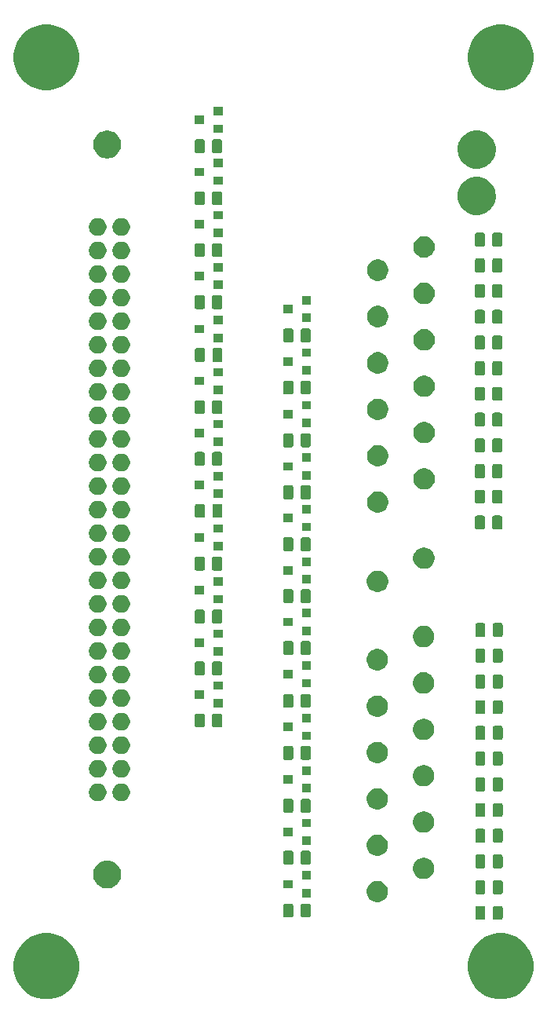
<source format=gts>
G04 #@! TF.GenerationSoftware,KiCad,Pcbnew,5.0.2-bee76a0~70~ubuntu18.04.1*
G04 #@! TF.CreationDate,2019-05-29T18:19:34-05:00*
G04 #@! TF.ProjectId,ADAPTER_BOARD,41444150-5445-4525-9f42-4f4152442e6b,rev?*
G04 #@! TF.SameCoordinates,Original*
G04 #@! TF.FileFunction,Soldermask,Top*
G04 #@! TF.FilePolarity,Negative*
%FSLAX46Y46*%
G04 Gerber Fmt 4.6, Leading zero omitted, Abs format (unit mm)*
G04 Created by KiCad (PCBNEW 5.0.2-bee76a0~70~ubuntu18.04.1) date Wed 29 May 2019 06:19:34 PM CDT*
%MOMM*%
%LPD*%
G01*
G04 APERTURE LIST*
%ADD10C,0.100000*%
G04 APERTURE END LIST*
D10*
G36*
X105035786Y-121585462D02*
X105035788Y-121585463D01*
X105035789Y-121585463D01*
X105682029Y-121853144D01*
X105682030Y-121853145D01*
X106263634Y-122241760D01*
X106758240Y-122736366D01*
X106758242Y-122736369D01*
X107146856Y-123317971D01*
X107414537Y-123964211D01*
X107551000Y-124650257D01*
X107551000Y-125349743D01*
X107414537Y-126035789D01*
X107146856Y-126682029D01*
X107146855Y-126682030D01*
X106758240Y-127263634D01*
X106263634Y-127758240D01*
X106263631Y-127758242D01*
X105682029Y-128146856D01*
X105035789Y-128414537D01*
X105035788Y-128414537D01*
X105035786Y-128414538D01*
X104349744Y-128551000D01*
X103650256Y-128551000D01*
X102964214Y-128414538D01*
X102964212Y-128414537D01*
X102964211Y-128414537D01*
X102317971Y-128146856D01*
X101736369Y-127758242D01*
X101736366Y-127758240D01*
X101241760Y-127263634D01*
X100853145Y-126682030D01*
X100853144Y-126682029D01*
X100585463Y-126035789D01*
X100449000Y-125349743D01*
X100449000Y-124650257D01*
X100585463Y-123964211D01*
X100853144Y-123317971D01*
X101241758Y-122736369D01*
X101241760Y-122736366D01*
X101736366Y-122241760D01*
X102317970Y-121853145D01*
X102317971Y-121853144D01*
X102964211Y-121585463D01*
X102964212Y-121585463D01*
X102964214Y-121585462D01*
X103650256Y-121449000D01*
X104349744Y-121449000D01*
X105035786Y-121585462D01*
X105035786Y-121585462D01*
G37*
G36*
X56035786Y-121585462D02*
X56035788Y-121585463D01*
X56035789Y-121585463D01*
X56682029Y-121853144D01*
X56682030Y-121853145D01*
X57263634Y-122241760D01*
X57758240Y-122736366D01*
X57758242Y-122736369D01*
X58146856Y-123317971D01*
X58414537Y-123964211D01*
X58551000Y-124650257D01*
X58551000Y-125349743D01*
X58414537Y-126035789D01*
X58146856Y-126682029D01*
X58146855Y-126682030D01*
X57758240Y-127263634D01*
X57263634Y-127758240D01*
X57263631Y-127758242D01*
X56682029Y-128146856D01*
X56035789Y-128414537D01*
X56035788Y-128414537D01*
X56035786Y-128414538D01*
X55349744Y-128551000D01*
X54650256Y-128551000D01*
X53964214Y-128414538D01*
X53964212Y-128414537D01*
X53964211Y-128414537D01*
X53317971Y-128146856D01*
X52736369Y-127758242D01*
X52736366Y-127758240D01*
X52241760Y-127263634D01*
X51853145Y-126682030D01*
X51853144Y-126682029D01*
X51585463Y-126035789D01*
X51449000Y-125349743D01*
X51449000Y-124650257D01*
X51585463Y-123964211D01*
X51853144Y-123317971D01*
X52241758Y-122736369D01*
X52241760Y-122736366D01*
X52736366Y-122241760D01*
X53317970Y-121853145D01*
X53317971Y-121853144D01*
X53964211Y-121585463D01*
X53964212Y-121585463D01*
X53964214Y-121585462D01*
X54650256Y-121449000D01*
X55349744Y-121449000D01*
X56035786Y-121585462D01*
X56035786Y-121585462D01*
G37*
G36*
X102184466Y-118503565D02*
X102223137Y-118515296D01*
X102258779Y-118534348D01*
X102290017Y-118559983D01*
X102315652Y-118591221D01*
X102334704Y-118626863D01*
X102346435Y-118665534D01*
X102351000Y-118711888D01*
X102351000Y-119788112D01*
X102346435Y-119834466D01*
X102334704Y-119873137D01*
X102315652Y-119908779D01*
X102290017Y-119940017D01*
X102258779Y-119965652D01*
X102223137Y-119984704D01*
X102184466Y-119996435D01*
X102138112Y-120001000D01*
X101486888Y-120001000D01*
X101440534Y-119996435D01*
X101401863Y-119984704D01*
X101366221Y-119965652D01*
X101334983Y-119940017D01*
X101309348Y-119908779D01*
X101290296Y-119873137D01*
X101278565Y-119834466D01*
X101274000Y-119788112D01*
X101274000Y-118711888D01*
X101278565Y-118665534D01*
X101290296Y-118626863D01*
X101309348Y-118591221D01*
X101334983Y-118559983D01*
X101366221Y-118534348D01*
X101401863Y-118515296D01*
X101440534Y-118503565D01*
X101486888Y-118499000D01*
X102138112Y-118499000D01*
X102184466Y-118503565D01*
X102184466Y-118503565D01*
G37*
G36*
X104059466Y-118503565D02*
X104098137Y-118515296D01*
X104133779Y-118534348D01*
X104165017Y-118559983D01*
X104190652Y-118591221D01*
X104209704Y-118626863D01*
X104221435Y-118665534D01*
X104226000Y-118711888D01*
X104226000Y-119788112D01*
X104221435Y-119834466D01*
X104209704Y-119873137D01*
X104190652Y-119908779D01*
X104165017Y-119940017D01*
X104133779Y-119965652D01*
X104098137Y-119984704D01*
X104059466Y-119996435D01*
X104013112Y-120001000D01*
X103361888Y-120001000D01*
X103315534Y-119996435D01*
X103276863Y-119984704D01*
X103241221Y-119965652D01*
X103209983Y-119940017D01*
X103184348Y-119908779D01*
X103165296Y-119873137D01*
X103153565Y-119834466D01*
X103149000Y-119788112D01*
X103149000Y-118711888D01*
X103153565Y-118665534D01*
X103165296Y-118626863D01*
X103184348Y-118591221D01*
X103209983Y-118559983D01*
X103241221Y-118534348D01*
X103276863Y-118515296D01*
X103315534Y-118503565D01*
X103361888Y-118499000D01*
X104013112Y-118499000D01*
X104059466Y-118503565D01*
X104059466Y-118503565D01*
G37*
G36*
X81464466Y-118253565D02*
X81503137Y-118265296D01*
X81538779Y-118284348D01*
X81570017Y-118309983D01*
X81595652Y-118341221D01*
X81614704Y-118376863D01*
X81626435Y-118415534D01*
X81631000Y-118461888D01*
X81631000Y-119538112D01*
X81626435Y-119584466D01*
X81614704Y-119623137D01*
X81595652Y-119658779D01*
X81570017Y-119690017D01*
X81538779Y-119715652D01*
X81503137Y-119734704D01*
X81464466Y-119746435D01*
X81418112Y-119751000D01*
X80766888Y-119751000D01*
X80720534Y-119746435D01*
X80681863Y-119734704D01*
X80646221Y-119715652D01*
X80614983Y-119690017D01*
X80589348Y-119658779D01*
X80570296Y-119623137D01*
X80558565Y-119584466D01*
X80554000Y-119538112D01*
X80554000Y-118461888D01*
X80558565Y-118415534D01*
X80570296Y-118376863D01*
X80589348Y-118341221D01*
X80614983Y-118309983D01*
X80646221Y-118284348D01*
X80681863Y-118265296D01*
X80720534Y-118253565D01*
X80766888Y-118249000D01*
X81418112Y-118249000D01*
X81464466Y-118253565D01*
X81464466Y-118253565D01*
G37*
G36*
X83339466Y-118253565D02*
X83378137Y-118265296D01*
X83413779Y-118284348D01*
X83445017Y-118309983D01*
X83470652Y-118341221D01*
X83489704Y-118376863D01*
X83501435Y-118415534D01*
X83506000Y-118461888D01*
X83506000Y-119538112D01*
X83501435Y-119584466D01*
X83489704Y-119623137D01*
X83470652Y-119658779D01*
X83445017Y-119690017D01*
X83413779Y-119715652D01*
X83378137Y-119734704D01*
X83339466Y-119746435D01*
X83293112Y-119751000D01*
X82641888Y-119751000D01*
X82595534Y-119746435D01*
X82556863Y-119734704D01*
X82521221Y-119715652D01*
X82489983Y-119690017D01*
X82464348Y-119658779D01*
X82445296Y-119623137D01*
X82433565Y-119584466D01*
X82429000Y-119538112D01*
X82429000Y-118461888D01*
X82433565Y-118415534D01*
X82445296Y-118376863D01*
X82464348Y-118341221D01*
X82489983Y-118309983D01*
X82521221Y-118284348D01*
X82556863Y-118265296D01*
X82595534Y-118253565D01*
X82641888Y-118249000D01*
X83293112Y-118249000D01*
X83339466Y-118253565D01*
X83339466Y-118253565D01*
G37*
G36*
X91035734Y-115843232D02*
X91245202Y-115929996D01*
X91433723Y-116055962D01*
X91594038Y-116216277D01*
X91720004Y-116404798D01*
X91806768Y-116614266D01*
X91851000Y-116836635D01*
X91851000Y-117063365D01*
X91806768Y-117285734D01*
X91720004Y-117495202D01*
X91594038Y-117683723D01*
X91433723Y-117844038D01*
X91245202Y-117970004D01*
X91035734Y-118056768D01*
X90813365Y-118101000D01*
X90586635Y-118101000D01*
X90364266Y-118056768D01*
X90154798Y-117970004D01*
X89966277Y-117844038D01*
X89805962Y-117683723D01*
X89679996Y-117495202D01*
X89593232Y-117285734D01*
X89549000Y-117063365D01*
X89549000Y-116836635D01*
X89593232Y-116614266D01*
X89679996Y-116404798D01*
X89805962Y-116216277D01*
X89966277Y-116055962D01*
X90154798Y-115929996D01*
X90364266Y-115843232D01*
X90586635Y-115799000D01*
X90813365Y-115799000D01*
X91035734Y-115843232D01*
X91035734Y-115843232D01*
G37*
G36*
X83551000Y-117564404D02*
X82549000Y-117564404D01*
X82549000Y-116662404D01*
X83551000Y-116662404D01*
X83551000Y-117564404D01*
X83551000Y-117564404D01*
G37*
G36*
X102184466Y-115730835D02*
X102223137Y-115742566D01*
X102258779Y-115761618D01*
X102290017Y-115787253D01*
X102315652Y-115818491D01*
X102334704Y-115854133D01*
X102346435Y-115892804D01*
X102351000Y-115939158D01*
X102351000Y-117015382D01*
X102346435Y-117061736D01*
X102334704Y-117100407D01*
X102315652Y-117136049D01*
X102290017Y-117167287D01*
X102258779Y-117192922D01*
X102223137Y-117211974D01*
X102184466Y-117223705D01*
X102138112Y-117228270D01*
X101486888Y-117228270D01*
X101440534Y-117223705D01*
X101401863Y-117211974D01*
X101366221Y-117192922D01*
X101334983Y-117167287D01*
X101309348Y-117136049D01*
X101290296Y-117100407D01*
X101278565Y-117061736D01*
X101274000Y-117015382D01*
X101274000Y-115939158D01*
X101278565Y-115892804D01*
X101290296Y-115854133D01*
X101309348Y-115818491D01*
X101334983Y-115787253D01*
X101366221Y-115761618D01*
X101401863Y-115742566D01*
X101440534Y-115730835D01*
X101486888Y-115726270D01*
X102138112Y-115726270D01*
X102184466Y-115730835D01*
X102184466Y-115730835D01*
G37*
G36*
X104059466Y-115730835D02*
X104098137Y-115742566D01*
X104133779Y-115761618D01*
X104165017Y-115787253D01*
X104190652Y-115818491D01*
X104209704Y-115854133D01*
X104221435Y-115892804D01*
X104226000Y-115939158D01*
X104226000Y-117015382D01*
X104221435Y-117061736D01*
X104209704Y-117100407D01*
X104190652Y-117136049D01*
X104165017Y-117167287D01*
X104133779Y-117192922D01*
X104098137Y-117211974D01*
X104059466Y-117223705D01*
X104013112Y-117228270D01*
X103361888Y-117228270D01*
X103315534Y-117223705D01*
X103276863Y-117211974D01*
X103241221Y-117192922D01*
X103209983Y-117167287D01*
X103184348Y-117136049D01*
X103165296Y-117100407D01*
X103153565Y-117061736D01*
X103149000Y-117015382D01*
X103149000Y-115939158D01*
X103153565Y-115892804D01*
X103165296Y-115854133D01*
X103184348Y-115818491D01*
X103209983Y-115787253D01*
X103241221Y-115761618D01*
X103276863Y-115742566D01*
X103315534Y-115730835D01*
X103361888Y-115726270D01*
X104013112Y-115726270D01*
X104059466Y-115730835D01*
X104059466Y-115730835D01*
G37*
G36*
X81551000Y-116614404D02*
X80549000Y-116614404D01*
X80549000Y-115712404D01*
X81551000Y-115712404D01*
X81551000Y-116614404D01*
X81551000Y-116614404D01*
G37*
G36*
X61842831Y-113637841D02*
X61987826Y-113666682D01*
X62100974Y-113713550D01*
X62260989Y-113779830D01*
X62506835Y-113944099D01*
X62715901Y-114153165D01*
X62880170Y-114399011D01*
X62993318Y-114672175D01*
X63051000Y-114962163D01*
X63051000Y-115257837D01*
X62993318Y-115547825D01*
X62880170Y-115820989D01*
X62715901Y-116066835D01*
X62506835Y-116275901D01*
X62260989Y-116440170D01*
X62100974Y-116506450D01*
X61987826Y-116553318D01*
X61842831Y-116582159D01*
X61697837Y-116611000D01*
X61402163Y-116611000D01*
X61257169Y-116582159D01*
X61112174Y-116553318D01*
X60999026Y-116506450D01*
X60839011Y-116440170D01*
X60593165Y-116275901D01*
X60384099Y-116066835D01*
X60219830Y-115820989D01*
X60106682Y-115547825D01*
X60049000Y-115257837D01*
X60049000Y-114962163D01*
X60106682Y-114672175D01*
X60219830Y-114399011D01*
X60384099Y-114153165D01*
X60593165Y-113944099D01*
X60839011Y-113779830D01*
X60999026Y-113713550D01*
X61112174Y-113666682D01*
X61257169Y-113637841D01*
X61402163Y-113609000D01*
X61697837Y-113609000D01*
X61842831Y-113637841D01*
X61842831Y-113637841D01*
G37*
G36*
X83551000Y-115664404D02*
X82549000Y-115664404D01*
X82549000Y-114762404D01*
X83551000Y-114762404D01*
X83551000Y-115664404D01*
X83551000Y-115664404D01*
G37*
G36*
X96035734Y-113343232D02*
X96245202Y-113429996D01*
X96433723Y-113555962D01*
X96594038Y-113716277D01*
X96720004Y-113904798D01*
X96806768Y-114114266D01*
X96851000Y-114336635D01*
X96851000Y-114563365D01*
X96806768Y-114785734D01*
X96720004Y-114995202D01*
X96594038Y-115183723D01*
X96433723Y-115344038D01*
X96245202Y-115470004D01*
X96035734Y-115556768D01*
X95813365Y-115601000D01*
X95586635Y-115601000D01*
X95364266Y-115556768D01*
X95154798Y-115470004D01*
X94966277Y-115344038D01*
X94805962Y-115183723D01*
X94679996Y-114995202D01*
X94593232Y-114785734D01*
X94549000Y-114563365D01*
X94549000Y-114336635D01*
X94593232Y-114114266D01*
X94679996Y-113904798D01*
X94805962Y-113716277D01*
X94966277Y-113555962D01*
X95154798Y-113429996D01*
X95364266Y-113343232D01*
X95586635Y-113299000D01*
X95813365Y-113299000D01*
X96035734Y-113343232D01*
X96035734Y-113343232D01*
G37*
G36*
X102184466Y-112958108D02*
X102223137Y-112969839D01*
X102258779Y-112988891D01*
X102290017Y-113014526D01*
X102315652Y-113045764D01*
X102334704Y-113081406D01*
X102346435Y-113120077D01*
X102351000Y-113166431D01*
X102351000Y-114242655D01*
X102346435Y-114289009D01*
X102334704Y-114327680D01*
X102315652Y-114363322D01*
X102290017Y-114394560D01*
X102258779Y-114420195D01*
X102223137Y-114439247D01*
X102184466Y-114450978D01*
X102138112Y-114455543D01*
X101486888Y-114455543D01*
X101440534Y-114450978D01*
X101401863Y-114439247D01*
X101366221Y-114420195D01*
X101334983Y-114394560D01*
X101309348Y-114363322D01*
X101290296Y-114327680D01*
X101278565Y-114289009D01*
X101274000Y-114242655D01*
X101274000Y-113166431D01*
X101278565Y-113120077D01*
X101290296Y-113081406D01*
X101309348Y-113045764D01*
X101334983Y-113014526D01*
X101366221Y-112988891D01*
X101401863Y-112969839D01*
X101440534Y-112958108D01*
X101486888Y-112953543D01*
X102138112Y-112953543D01*
X102184466Y-112958108D01*
X102184466Y-112958108D01*
G37*
G36*
X104059466Y-112958108D02*
X104098137Y-112969839D01*
X104133779Y-112988891D01*
X104165017Y-113014526D01*
X104190652Y-113045764D01*
X104209704Y-113081406D01*
X104221435Y-113120077D01*
X104226000Y-113166431D01*
X104226000Y-114242655D01*
X104221435Y-114289009D01*
X104209704Y-114327680D01*
X104190652Y-114363322D01*
X104165017Y-114394560D01*
X104133779Y-114420195D01*
X104098137Y-114439247D01*
X104059466Y-114450978D01*
X104013112Y-114455543D01*
X103361888Y-114455543D01*
X103315534Y-114450978D01*
X103276863Y-114439247D01*
X103241221Y-114420195D01*
X103209983Y-114394560D01*
X103184348Y-114363322D01*
X103165296Y-114327680D01*
X103153565Y-114289009D01*
X103149000Y-114242655D01*
X103149000Y-113166431D01*
X103153565Y-113120077D01*
X103165296Y-113081406D01*
X103184348Y-113045764D01*
X103209983Y-113014526D01*
X103241221Y-112988891D01*
X103276863Y-112969839D01*
X103315534Y-112958108D01*
X103361888Y-112953543D01*
X104013112Y-112953543D01*
X104059466Y-112958108D01*
X104059466Y-112958108D01*
G37*
G36*
X83339466Y-112553565D02*
X83378137Y-112565296D01*
X83413779Y-112584348D01*
X83445017Y-112609983D01*
X83470652Y-112641221D01*
X83489704Y-112676863D01*
X83501435Y-112715534D01*
X83506000Y-112761888D01*
X83506000Y-113838112D01*
X83501435Y-113884466D01*
X83489704Y-113923137D01*
X83470652Y-113958779D01*
X83445017Y-113990017D01*
X83413779Y-114015652D01*
X83378137Y-114034704D01*
X83339466Y-114046435D01*
X83293112Y-114051000D01*
X82641888Y-114051000D01*
X82595534Y-114046435D01*
X82556863Y-114034704D01*
X82521221Y-114015652D01*
X82489983Y-113990017D01*
X82464348Y-113958779D01*
X82445296Y-113923137D01*
X82433565Y-113884466D01*
X82429000Y-113838112D01*
X82429000Y-112761888D01*
X82433565Y-112715534D01*
X82445296Y-112676863D01*
X82464348Y-112641221D01*
X82489983Y-112609983D01*
X82521221Y-112584348D01*
X82556863Y-112565296D01*
X82595534Y-112553565D01*
X82641888Y-112549000D01*
X83293112Y-112549000D01*
X83339466Y-112553565D01*
X83339466Y-112553565D01*
G37*
G36*
X81464466Y-112553565D02*
X81503137Y-112565296D01*
X81538779Y-112584348D01*
X81570017Y-112609983D01*
X81595652Y-112641221D01*
X81614704Y-112676863D01*
X81626435Y-112715534D01*
X81631000Y-112761888D01*
X81631000Y-113838112D01*
X81626435Y-113884466D01*
X81614704Y-113923137D01*
X81595652Y-113958779D01*
X81570017Y-113990017D01*
X81538779Y-114015652D01*
X81503137Y-114034704D01*
X81464466Y-114046435D01*
X81418112Y-114051000D01*
X80766888Y-114051000D01*
X80720534Y-114046435D01*
X80681863Y-114034704D01*
X80646221Y-114015652D01*
X80614983Y-113990017D01*
X80589348Y-113958779D01*
X80570296Y-113923137D01*
X80558565Y-113884466D01*
X80554000Y-113838112D01*
X80554000Y-112761888D01*
X80558565Y-112715534D01*
X80570296Y-112676863D01*
X80589348Y-112641221D01*
X80614983Y-112609983D01*
X80646221Y-112584348D01*
X80681863Y-112565296D01*
X80720534Y-112553565D01*
X80766888Y-112549000D01*
X81418112Y-112549000D01*
X81464466Y-112553565D01*
X81464466Y-112553565D01*
G37*
G36*
X91035734Y-110843232D02*
X91245202Y-110929996D01*
X91433723Y-111055962D01*
X91594038Y-111216277D01*
X91720004Y-111404798D01*
X91806768Y-111614266D01*
X91851000Y-111836635D01*
X91851000Y-112063365D01*
X91806768Y-112285734D01*
X91720004Y-112495202D01*
X91594038Y-112683723D01*
X91433723Y-112844038D01*
X91245202Y-112970004D01*
X91035734Y-113056768D01*
X90813365Y-113101000D01*
X90586635Y-113101000D01*
X90364266Y-113056768D01*
X90154798Y-112970004D01*
X89966277Y-112844038D01*
X89805962Y-112683723D01*
X89679996Y-112495202D01*
X89593232Y-112285734D01*
X89549000Y-112063365D01*
X89549000Y-111836635D01*
X89593232Y-111614266D01*
X89679996Y-111404798D01*
X89805962Y-111216277D01*
X89966277Y-111055962D01*
X90154798Y-110929996D01*
X90364266Y-110843232D01*
X90586635Y-110799000D01*
X90813365Y-110799000D01*
X91035734Y-110843232D01*
X91035734Y-110843232D01*
G37*
G36*
X83551000Y-111908640D02*
X82549000Y-111908640D01*
X82549000Y-111006640D01*
X83551000Y-111006640D01*
X83551000Y-111908640D01*
X83551000Y-111908640D01*
G37*
G36*
X104059466Y-110185381D02*
X104098137Y-110197112D01*
X104133779Y-110216164D01*
X104165017Y-110241799D01*
X104190652Y-110273037D01*
X104209704Y-110308679D01*
X104221435Y-110347350D01*
X104226000Y-110393704D01*
X104226000Y-111469928D01*
X104221435Y-111516282D01*
X104209704Y-111554953D01*
X104190652Y-111590595D01*
X104165017Y-111621833D01*
X104133779Y-111647468D01*
X104098137Y-111666520D01*
X104059466Y-111678251D01*
X104013112Y-111682816D01*
X103361888Y-111682816D01*
X103315534Y-111678251D01*
X103276863Y-111666520D01*
X103241221Y-111647468D01*
X103209983Y-111621833D01*
X103184348Y-111590595D01*
X103165296Y-111554953D01*
X103153565Y-111516282D01*
X103149000Y-111469928D01*
X103149000Y-110393704D01*
X103153565Y-110347350D01*
X103165296Y-110308679D01*
X103184348Y-110273037D01*
X103209983Y-110241799D01*
X103241221Y-110216164D01*
X103276863Y-110197112D01*
X103315534Y-110185381D01*
X103361888Y-110180816D01*
X104013112Y-110180816D01*
X104059466Y-110185381D01*
X104059466Y-110185381D01*
G37*
G36*
X102184466Y-110185381D02*
X102223137Y-110197112D01*
X102258779Y-110216164D01*
X102290017Y-110241799D01*
X102315652Y-110273037D01*
X102334704Y-110308679D01*
X102346435Y-110347350D01*
X102351000Y-110393704D01*
X102351000Y-111469928D01*
X102346435Y-111516282D01*
X102334704Y-111554953D01*
X102315652Y-111590595D01*
X102290017Y-111621833D01*
X102258779Y-111647468D01*
X102223137Y-111666520D01*
X102184466Y-111678251D01*
X102138112Y-111682816D01*
X101486888Y-111682816D01*
X101440534Y-111678251D01*
X101401863Y-111666520D01*
X101366221Y-111647468D01*
X101334983Y-111621833D01*
X101309348Y-111590595D01*
X101290296Y-111554953D01*
X101278565Y-111516282D01*
X101274000Y-111469928D01*
X101274000Y-110393704D01*
X101278565Y-110347350D01*
X101290296Y-110308679D01*
X101309348Y-110273037D01*
X101334983Y-110241799D01*
X101366221Y-110216164D01*
X101401863Y-110197112D01*
X101440534Y-110185381D01*
X101486888Y-110180816D01*
X102138112Y-110180816D01*
X102184466Y-110185381D01*
X102184466Y-110185381D01*
G37*
G36*
X81551000Y-110958640D02*
X80549000Y-110958640D01*
X80549000Y-110056640D01*
X81551000Y-110056640D01*
X81551000Y-110958640D01*
X81551000Y-110958640D01*
G37*
G36*
X96035734Y-108343232D02*
X96245202Y-108429996D01*
X96433723Y-108555962D01*
X96594038Y-108716277D01*
X96720004Y-108904798D01*
X96806768Y-109114266D01*
X96851000Y-109336635D01*
X96851000Y-109563365D01*
X96806768Y-109785734D01*
X96720004Y-109995202D01*
X96594038Y-110183723D01*
X96433723Y-110344038D01*
X96245202Y-110470004D01*
X96035734Y-110556768D01*
X95813365Y-110601000D01*
X95586635Y-110601000D01*
X95364266Y-110556768D01*
X95154798Y-110470004D01*
X94966277Y-110344038D01*
X94805962Y-110183723D01*
X94679996Y-109995202D01*
X94593232Y-109785734D01*
X94549000Y-109563365D01*
X94549000Y-109336635D01*
X94593232Y-109114266D01*
X94679996Y-108904798D01*
X94805962Y-108716277D01*
X94966277Y-108555962D01*
X95154798Y-108429996D01*
X95364266Y-108343232D01*
X95586635Y-108299000D01*
X95813365Y-108299000D01*
X96035734Y-108343232D01*
X96035734Y-108343232D01*
G37*
G36*
X83551000Y-110008640D02*
X82549000Y-110008640D01*
X82549000Y-109106640D01*
X83551000Y-109106640D01*
X83551000Y-110008640D01*
X83551000Y-110008640D01*
G37*
G36*
X102184466Y-107412654D02*
X102223137Y-107424385D01*
X102258779Y-107443437D01*
X102290017Y-107469072D01*
X102315652Y-107500310D01*
X102334704Y-107535952D01*
X102346435Y-107574623D01*
X102351000Y-107620977D01*
X102351000Y-108697201D01*
X102346435Y-108743555D01*
X102334704Y-108782226D01*
X102315652Y-108817868D01*
X102290017Y-108849106D01*
X102258779Y-108874741D01*
X102223137Y-108893793D01*
X102184466Y-108905524D01*
X102138112Y-108910089D01*
X101486888Y-108910089D01*
X101440534Y-108905524D01*
X101401863Y-108893793D01*
X101366221Y-108874741D01*
X101334983Y-108849106D01*
X101309348Y-108817868D01*
X101290296Y-108782226D01*
X101278565Y-108743555D01*
X101274000Y-108697201D01*
X101274000Y-107620977D01*
X101278565Y-107574623D01*
X101290296Y-107535952D01*
X101309348Y-107500310D01*
X101334983Y-107469072D01*
X101366221Y-107443437D01*
X101401863Y-107424385D01*
X101440534Y-107412654D01*
X101486888Y-107408089D01*
X102138112Y-107408089D01*
X102184466Y-107412654D01*
X102184466Y-107412654D01*
G37*
G36*
X104059466Y-107412654D02*
X104098137Y-107424385D01*
X104133779Y-107443437D01*
X104165017Y-107469072D01*
X104190652Y-107500310D01*
X104209704Y-107535952D01*
X104221435Y-107574623D01*
X104226000Y-107620977D01*
X104226000Y-108697201D01*
X104221435Y-108743555D01*
X104209704Y-108782226D01*
X104190652Y-108817868D01*
X104165017Y-108849106D01*
X104133779Y-108874741D01*
X104098137Y-108893793D01*
X104059466Y-108905524D01*
X104013112Y-108910089D01*
X103361888Y-108910089D01*
X103315534Y-108905524D01*
X103276863Y-108893793D01*
X103241221Y-108874741D01*
X103209983Y-108849106D01*
X103184348Y-108817868D01*
X103165296Y-108782226D01*
X103153565Y-108743555D01*
X103149000Y-108697201D01*
X103149000Y-107620977D01*
X103153565Y-107574623D01*
X103165296Y-107535952D01*
X103184348Y-107500310D01*
X103209983Y-107469072D01*
X103241221Y-107443437D01*
X103276863Y-107424385D01*
X103315534Y-107412654D01*
X103361888Y-107408089D01*
X104013112Y-107408089D01*
X104059466Y-107412654D01*
X104059466Y-107412654D01*
G37*
G36*
X83339466Y-106953565D02*
X83378137Y-106965296D01*
X83413779Y-106984348D01*
X83445017Y-107009983D01*
X83470652Y-107041221D01*
X83489704Y-107076863D01*
X83501435Y-107115534D01*
X83506000Y-107161888D01*
X83506000Y-108238112D01*
X83501435Y-108284466D01*
X83489704Y-108323137D01*
X83470652Y-108358779D01*
X83445017Y-108390017D01*
X83413779Y-108415652D01*
X83378137Y-108434704D01*
X83339466Y-108446435D01*
X83293112Y-108451000D01*
X82641888Y-108451000D01*
X82595534Y-108446435D01*
X82556863Y-108434704D01*
X82521221Y-108415652D01*
X82489983Y-108390017D01*
X82464348Y-108358779D01*
X82445296Y-108323137D01*
X82433565Y-108284466D01*
X82429000Y-108238112D01*
X82429000Y-107161888D01*
X82433565Y-107115534D01*
X82445296Y-107076863D01*
X82464348Y-107041221D01*
X82489983Y-107009983D01*
X82521221Y-106984348D01*
X82556863Y-106965296D01*
X82595534Y-106953565D01*
X82641888Y-106949000D01*
X83293112Y-106949000D01*
X83339466Y-106953565D01*
X83339466Y-106953565D01*
G37*
G36*
X81464466Y-106953565D02*
X81503137Y-106965296D01*
X81538779Y-106984348D01*
X81570017Y-107009983D01*
X81595652Y-107041221D01*
X81614704Y-107076863D01*
X81626435Y-107115534D01*
X81631000Y-107161888D01*
X81631000Y-108238112D01*
X81626435Y-108284466D01*
X81614704Y-108323137D01*
X81595652Y-108358779D01*
X81570017Y-108390017D01*
X81538779Y-108415652D01*
X81503137Y-108434704D01*
X81464466Y-108446435D01*
X81418112Y-108451000D01*
X80766888Y-108451000D01*
X80720534Y-108446435D01*
X80681863Y-108434704D01*
X80646221Y-108415652D01*
X80614983Y-108390017D01*
X80589348Y-108358779D01*
X80570296Y-108323137D01*
X80558565Y-108284466D01*
X80554000Y-108238112D01*
X80554000Y-107161888D01*
X80558565Y-107115534D01*
X80570296Y-107076863D01*
X80589348Y-107041221D01*
X80614983Y-107009983D01*
X80646221Y-106984348D01*
X80681863Y-106965296D01*
X80720534Y-106953565D01*
X80766888Y-106949000D01*
X81418112Y-106949000D01*
X81464466Y-106953565D01*
X81464466Y-106953565D01*
G37*
G36*
X91035734Y-105843232D02*
X91245202Y-105929996D01*
X91433723Y-106055962D01*
X91594038Y-106216277D01*
X91720004Y-106404798D01*
X91806768Y-106614266D01*
X91851000Y-106836635D01*
X91851000Y-107063365D01*
X91806768Y-107285734D01*
X91720004Y-107495202D01*
X91594038Y-107683723D01*
X91433723Y-107844038D01*
X91245202Y-107970004D01*
X91035734Y-108056768D01*
X90813365Y-108101000D01*
X90586635Y-108101000D01*
X90364266Y-108056768D01*
X90154798Y-107970004D01*
X89966277Y-107844038D01*
X89805962Y-107683723D01*
X89679996Y-107495202D01*
X89593232Y-107285734D01*
X89549000Y-107063365D01*
X89549000Y-106836635D01*
X89593232Y-106614266D01*
X89679996Y-106404798D01*
X89805962Y-106216277D01*
X89966277Y-106055962D01*
X90154798Y-105929996D01*
X90364266Y-105843232D01*
X90586635Y-105799000D01*
X90813365Y-105799000D01*
X91035734Y-105843232D01*
X91035734Y-105843232D01*
G37*
G36*
X60807396Y-105345546D02*
X60980466Y-105417234D01*
X61136230Y-105521312D01*
X61268688Y-105653770D01*
X61372766Y-105809534D01*
X61444454Y-105982604D01*
X61481000Y-106166333D01*
X61481000Y-106353667D01*
X61444454Y-106537396D01*
X61372766Y-106710466D01*
X61268688Y-106866230D01*
X61136230Y-106998688D01*
X60980466Y-107102766D01*
X60807396Y-107174454D01*
X60623667Y-107211000D01*
X60436333Y-107211000D01*
X60252604Y-107174454D01*
X60079534Y-107102766D01*
X59923770Y-106998688D01*
X59791312Y-106866230D01*
X59687234Y-106710466D01*
X59615546Y-106537396D01*
X59579000Y-106353667D01*
X59579000Y-106166333D01*
X59615546Y-105982604D01*
X59687234Y-105809534D01*
X59791312Y-105653770D01*
X59923770Y-105521312D01*
X60079534Y-105417234D01*
X60252604Y-105345546D01*
X60436333Y-105309000D01*
X60623667Y-105309000D01*
X60807396Y-105345546D01*
X60807396Y-105345546D01*
G37*
G36*
X63347396Y-105345546D02*
X63520466Y-105417234D01*
X63676230Y-105521312D01*
X63808688Y-105653770D01*
X63912766Y-105809534D01*
X63984454Y-105982604D01*
X64021000Y-106166333D01*
X64021000Y-106353667D01*
X63984454Y-106537396D01*
X63912766Y-106710466D01*
X63808688Y-106866230D01*
X63676230Y-106998688D01*
X63520466Y-107102766D01*
X63347396Y-107174454D01*
X63163667Y-107211000D01*
X62976333Y-107211000D01*
X62792604Y-107174454D01*
X62619534Y-107102766D01*
X62463770Y-106998688D01*
X62331312Y-106866230D01*
X62227234Y-106710466D01*
X62155546Y-106537396D01*
X62119000Y-106353667D01*
X62119000Y-106166333D01*
X62155546Y-105982604D01*
X62227234Y-105809534D01*
X62331312Y-105653770D01*
X62463770Y-105521312D01*
X62619534Y-105417234D01*
X62792604Y-105345546D01*
X62976333Y-105309000D01*
X63163667Y-105309000D01*
X63347396Y-105345546D01*
X63347396Y-105345546D01*
G37*
G36*
X83551000Y-106252876D02*
X82549000Y-106252876D01*
X82549000Y-105350876D01*
X83551000Y-105350876D01*
X83551000Y-106252876D01*
X83551000Y-106252876D01*
G37*
G36*
X104059466Y-104639927D02*
X104098137Y-104651658D01*
X104133779Y-104670710D01*
X104165017Y-104696345D01*
X104190652Y-104727583D01*
X104209704Y-104763225D01*
X104221435Y-104801896D01*
X104226000Y-104848250D01*
X104226000Y-105924474D01*
X104221435Y-105970828D01*
X104209704Y-106009499D01*
X104190652Y-106045141D01*
X104165017Y-106076379D01*
X104133779Y-106102014D01*
X104098137Y-106121066D01*
X104059466Y-106132797D01*
X104013112Y-106137362D01*
X103361888Y-106137362D01*
X103315534Y-106132797D01*
X103276863Y-106121066D01*
X103241221Y-106102014D01*
X103209983Y-106076379D01*
X103184348Y-106045141D01*
X103165296Y-106009499D01*
X103153565Y-105970828D01*
X103149000Y-105924474D01*
X103149000Y-104848250D01*
X103153565Y-104801896D01*
X103165296Y-104763225D01*
X103184348Y-104727583D01*
X103209983Y-104696345D01*
X103241221Y-104670710D01*
X103276863Y-104651658D01*
X103315534Y-104639927D01*
X103361888Y-104635362D01*
X104013112Y-104635362D01*
X104059466Y-104639927D01*
X104059466Y-104639927D01*
G37*
G36*
X102184466Y-104639927D02*
X102223137Y-104651658D01*
X102258779Y-104670710D01*
X102290017Y-104696345D01*
X102315652Y-104727583D01*
X102334704Y-104763225D01*
X102346435Y-104801896D01*
X102351000Y-104848250D01*
X102351000Y-105924474D01*
X102346435Y-105970828D01*
X102334704Y-106009499D01*
X102315652Y-106045141D01*
X102290017Y-106076379D01*
X102258779Y-106102014D01*
X102223137Y-106121066D01*
X102184466Y-106132797D01*
X102138112Y-106137362D01*
X101486888Y-106137362D01*
X101440534Y-106132797D01*
X101401863Y-106121066D01*
X101366221Y-106102014D01*
X101334983Y-106076379D01*
X101309348Y-106045141D01*
X101290296Y-106009499D01*
X101278565Y-105970828D01*
X101274000Y-105924474D01*
X101274000Y-104848250D01*
X101278565Y-104801896D01*
X101290296Y-104763225D01*
X101309348Y-104727583D01*
X101334983Y-104696345D01*
X101366221Y-104670710D01*
X101401863Y-104651658D01*
X101440534Y-104639927D01*
X101486888Y-104635362D01*
X102138112Y-104635362D01*
X102184466Y-104639927D01*
X102184466Y-104639927D01*
G37*
G36*
X96035734Y-103343232D02*
X96245202Y-103429996D01*
X96433723Y-103555962D01*
X96594038Y-103716277D01*
X96720004Y-103904798D01*
X96806768Y-104114266D01*
X96851000Y-104336635D01*
X96851000Y-104563365D01*
X96806768Y-104785734D01*
X96720004Y-104995202D01*
X96594038Y-105183723D01*
X96433723Y-105344038D01*
X96245202Y-105470004D01*
X96035734Y-105556768D01*
X95813365Y-105601000D01*
X95586635Y-105601000D01*
X95364266Y-105556768D01*
X95154798Y-105470004D01*
X94966277Y-105344038D01*
X94805962Y-105183723D01*
X94679996Y-104995202D01*
X94593232Y-104785734D01*
X94549000Y-104563365D01*
X94549000Y-104336635D01*
X94593232Y-104114266D01*
X94679996Y-103904798D01*
X94805962Y-103716277D01*
X94966277Y-103555962D01*
X95154798Y-103429996D01*
X95364266Y-103343232D01*
X95586635Y-103299000D01*
X95813365Y-103299000D01*
X96035734Y-103343232D01*
X96035734Y-103343232D01*
G37*
G36*
X81551000Y-105302876D02*
X80549000Y-105302876D01*
X80549000Y-104400876D01*
X81551000Y-104400876D01*
X81551000Y-105302876D01*
X81551000Y-105302876D01*
G37*
G36*
X63347396Y-102805546D02*
X63520466Y-102877234D01*
X63676230Y-102981312D01*
X63808688Y-103113770D01*
X63912766Y-103269534D01*
X63984454Y-103442604D01*
X64021000Y-103626333D01*
X64021000Y-103813667D01*
X63984454Y-103997396D01*
X63912766Y-104170466D01*
X63808688Y-104326230D01*
X63676230Y-104458688D01*
X63520466Y-104562766D01*
X63347396Y-104634454D01*
X63163667Y-104671000D01*
X62976333Y-104671000D01*
X62792604Y-104634454D01*
X62619534Y-104562766D01*
X62463770Y-104458688D01*
X62331312Y-104326230D01*
X62227234Y-104170466D01*
X62155546Y-103997396D01*
X62119000Y-103813667D01*
X62119000Y-103626333D01*
X62155546Y-103442604D01*
X62227234Y-103269534D01*
X62331312Y-103113770D01*
X62463770Y-102981312D01*
X62619534Y-102877234D01*
X62792604Y-102805546D01*
X62976333Y-102769000D01*
X63163667Y-102769000D01*
X63347396Y-102805546D01*
X63347396Y-102805546D01*
G37*
G36*
X60807396Y-102805546D02*
X60980466Y-102877234D01*
X61136230Y-102981312D01*
X61268688Y-103113770D01*
X61372766Y-103269534D01*
X61444454Y-103442604D01*
X61481000Y-103626333D01*
X61481000Y-103813667D01*
X61444454Y-103997396D01*
X61372766Y-104170466D01*
X61268688Y-104326230D01*
X61136230Y-104458688D01*
X60980466Y-104562766D01*
X60807396Y-104634454D01*
X60623667Y-104671000D01*
X60436333Y-104671000D01*
X60252604Y-104634454D01*
X60079534Y-104562766D01*
X59923770Y-104458688D01*
X59791312Y-104326230D01*
X59687234Y-104170466D01*
X59615546Y-103997396D01*
X59579000Y-103813667D01*
X59579000Y-103626333D01*
X59615546Y-103442604D01*
X59687234Y-103269534D01*
X59791312Y-103113770D01*
X59923770Y-102981312D01*
X60079534Y-102877234D01*
X60252604Y-102805546D01*
X60436333Y-102769000D01*
X60623667Y-102769000D01*
X60807396Y-102805546D01*
X60807396Y-102805546D01*
G37*
G36*
X83551000Y-104352876D02*
X82549000Y-104352876D01*
X82549000Y-103450876D01*
X83551000Y-103450876D01*
X83551000Y-104352876D01*
X83551000Y-104352876D01*
G37*
G36*
X102184466Y-101867200D02*
X102223137Y-101878931D01*
X102258779Y-101897983D01*
X102290017Y-101923618D01*
X102315652Y-101954856D01*
X102334704Y-101990498D01*
X102346435Y-102029169D01*
X102351000Y-102075523D01*
X102351000Y-103151747D01*
X102346435Y-103198101D01*
X102334704Y-103236772D01*
X102315652Y-103272414D01*
X102290017Y-103303652D01*
X102258779Y-103329287D01*
X102223137Y-103348339D01*
X102184466Y-103360070D01*
X102138112Y-103364635D01*
X101486888Y-103364635D01*
X101440534Y-103360070D01*
X101401863Y-103348339D01*
X101366221Y-103329287D01*
X101334983Y-103303652D01*
X101309348Y-103272414D01*
X101290296Y-103236772D01*
X101278565Y-103198101D01*
X101274000Y-103151747D01*
X101274000Y-102075523D01*
X101278565Y-102029169D01*
X101290296Y-101990498D01*
X101309348Y-101954856D01*
X101334983Y-101923618D01*
X101366221Y-101897983D01*
X101401863Y-101878931D01*
X101440534Y-101867200D01*
X101486888Y-101862635D01*
X102138112Y-101862635D01*
X102184466Y-101867200D01*
X102184466Y-101867200D01*
G37*
G36*
X104059466Y-101867200D02*
X104098137Y-101878931D01*
X104133779Y-101897983D01*
X104165017Y-101923618D01*
X104190652Y-101954856D01*
X104209704Y-101990498D01*
X104221435Y-102029169D01*
X104226000Y-102075523D01*
X104226000Y-103151747D01*
X104221435Y-103198101D01*
X104209704Y-103236772D01*
X104190652Y-103272414D01*
X104165017Y-103303652D01*
X104133779Y-103329287D01*
X104098137Y-103348339D01*
X104059466Y-103360070D01*
X104013112Y-103364635D01*
X103361888Y-103364635D01*
X103315534Y-103360070D01*
X103276863Y-103348339D01*
X103241221Y-103329287D01*
X103209983Y-103303652D01*
X103184348Y-103272414D01*
X103165296Y-103236772D01*
X103153565Y-103198101D01*
X103149000Y-103151747D01*
X103149000Y-102075523D01*
X103153565Y-102029169D01*
X103165296Y-101990498D01*
X103184348Y-101954856D01*
X103209983Y-101923618D01*
X103241221Y-101897983D01*
X103276863Y-101878931D01*
X103315534Y-101867200D01*
X103361888Y-101862635D01*
X104013112Y-101862635D01*
X104059466Y-101867200D01*
X104059466Y-101867200D01*
G37*
G36*
X91035734Y-100843232D02*
X91245202Y-100929996D01*
X91433723Y-101055962D01*
X91594038Y-101216277D01*
X91720004Y-101404798D01*
X91806768Y-101614266D01*
X91851000Y-101836635D01*
X91851000Y-102063365D01*
X91806768Y-102285734D01*
X91720004Y-102495202D01*
X91594038Y-102683723D01*
X91433723Y-102844038D01*
X91245202Y-102970004D01*
X91035734Y-103056768D01*
X90813365Y-103101000D01*
X90586635Y-103101000D01*
X90364266Y-103056768D01*
X90154798Y-102970004D01*
X89966277Y-102844038D01*
X89805962Y-102683723D01*
X89679996Y-102495202D01*
X89593232Y-102285734D01*
X89549000Y-102063365D01*
X89549000Y-101836635D01*
X89593232Y-101614266D01*
X89679996Y-101404798D01*
X89805962Y-101216277D01*
X89966277Y-101055962D01*
X90154798Y-100929996D01*
X90364266Y-100843232D01*
X90586635Y-100799000D01*
X90813365Y-100799000D01*
X91035734Y-100843232D01*
X91035734Y-100843232D01*
G37*
G36*
X83339466Y-101253565D02*
X83378137Y-101265296D01*
X83413779Y-101284348D01*
X83445017Y-101309983D01*
X83470652Y-101341221D01*
X83489704Y-101376863D01*
X83501435Y-101415534D01*
X83506000Y-101461888D01*
X83506000Y-102538112D01*
X83501435Y-102584466D01*
X83489704Y-102623137D01*
X83470652Y-102658779D01*
X83445017Y-102690017D01*
X83413779Y-102715652D01*
X83378137Y-102734704D01*
X83339466Y-102746435D01*
X83293112Y-102751000D01*
X82641888Y-102751000D01*
X82595534Y-102746435D01*
X82556863Y-102734704D01*
X82521221Y-102715652D01*
X82489983Y-102690017D01*
X82464348Y-102658779D01*
X82445296Y-102623137D01*
X82433565Y-102584466D01*
X82429000Y-102538112D01*
X82429000Y-101461888D01*
X82433565Y-101415534D01*
X82445296Y-101376863D01*
X82464348Y-101341221D01*
X82489983Y-101309983D01*
X82521221Y-101284348D01*
X82556863Y-101265296D01*
X82595534Y-101253565D01*
X82641888Y-101249000D01*
X83293112Y-101249000D01*
X83339466Y-101253565D01*
X83339466Y-101253565D01*
G37*
G36*
X81464466Y-101253565D02*
X81503137Y-101265296D01*
X81538779Y-101284348D01*
X81570017Y-101309983D01*
X81595652Y-101341221D01*
X81614704Y-101376863D01*
X81626435Y-101415534D01*
X81631000Y-101461888D01*
X81631000Y-102538112D01*
X81626435Y-102584466D01*
X81614704Y-102623137D01*
X81595652Y-102658779D01*
X81570017Y-102690017D01*
X81538779Y-102715652D01*
X81503137Y-102734704D01*
X81464466Y-102746435D01*
X81418112Y-102751000D01*
X80766888Y-102751000D01*
X80720534Y-102746435D01*
X80681863Y-102734704D01*
X80646221Y-102715652D01*
X80614983Y-102690017D01*
X80589348Y-102658779D01*
X80570296Y-102623137D01*
X80558565Y-102584466D01*
X80554000Y-102538112D01*
X80554000Y-101461888D01*
X80558565Y-101415534D01*
X80570296Y-101376863D01*
X80589348Y-101341221D01*
X80614983Y-101309983D01*
X80646221Y-101284348D01*
X80681863Y-101265296D01*
X80720534Y-101253565D01*
X80766888Y-101249000D01*
X81418112Y-101249000D01*
X81464466Y-101253565D01*
X81464466Y-101253565D01*
G37*
G36*
X63347396Y-100265546D02*
X63520466Y-100337234D01*
X63676230Y-100441312D01*
X63808688Y-100573770D01*
X63912766Y-100729534D01*
X63984454Y-100902604D01*
X64021000Y-101086333D01*
X64021000Y-101273667D01*
X63984454Y-101457396D01*
X63912766Y-101630466D01*
X63808688Y-101786230D01*
X63676230Y-101918688D01*
X63520466Y-102022766D01*
X63347396Y-102094454D01*
X63163667Y-102131000D01*
X62976333Y-102131000D01*
X62792604Y-102094454D01*
X62619534Y-102022766D01*
X62463770Y-101918688D01*
X62331312Y-101786230D01*
X62227234Y-101630466D01*
X62155546Y-101457396D01*
X62119000Y-101273667D01*
X62119000Y-101086333D01*
X62155546Y-100902604D01*
X62227234Y-100729534D01*
X62331312Y-100573770D01*
X62463770Y-100441312D01*
X62619534Y-100337234D01*
X62792604Y-100265546D01*
X62976333Y-100229000D01*
X63163667Y-100229000D01*
X63347396Y-100265546D01*
X63347396Y-100265546D01*
G37*
G36*
X60807396Y-100265546D02*
X60980466Y-100337234D01*
X61136230Y-100441312D01*
X61268688Y-100573770D01*
X61372766Y-100729534D01*
X61444454Y-100902604D01*
X61481000Y-101086333D01*
X61481000Y-101273667D01*
X61444454Y-101457396D01*
X61372766Y-101630466D01*
X61268688Y-101786230D01*
X61136230Y-101918688D01*
X60980466Y-102022766D01*
X60807396Y-102094454D01*
X60623667Y-102131000D01*
X60436333Y-102131000D01*
X60252604Y-102094454D01*
X60079534Y-102022766D01*
X59923770Y-101918688D01*
X59791312Y-101786230D01*
X59687234Y-101630466D01*
X59615546Y-101457396D01*
X59579000Y-101273667D01*
X59579000Y-101086333D01*
X59615546Y-100902604D01*
X59687234Y-100729534D01*
X59791312Y-100573770D01*
X59923770Y-100441312D01*
X60079534Y-100337234D01*
X60252604Y-100265546D01*
X60436333Y-100229000D01*
X60623667Y-100229000D01*
X60807396Y-100265546D01*
X60807396Y-100265546D01*
G37*
G36*
X96035734Y-98343232D02*
X96245202Y-98429996D01*
X96433723Y-98555962D01*
X96594038Y-98716277D01*
X96720004Y-98904798D01*
X96806768Y-99114266D01*
X96851000Y-99336635D01*
X96851000Y-99563365D01*
X96806768Y-99785734D01*
X96720004Y-99995202D01*
X96594038Y-100183723D01*
X96433723Y-100344038D01*
X96245202Y-100470004D01*
X96035734Y-100556768D01*
X95813365Y-100601000D01*
X95586635Y-100601000D01*
X95364266Y-100556768D01*
X95154798Y-100470004D01*
X94966277Y-100344038D01*
X94805962Y-100183723D01*
X94679996Y-99995202D01*
X94593232Y-99785734D01*
X94549000Y-99563365D01*
X94549000Y-99336635D01*
X94593232Y-99114266D01*
X94679996Y-98904798D01*
X94805962Y-98716277D01*
X94966277Y-98555962D01*
X95154798Y-98429996D01*
X95364266Y-98343232D01*
X95586635Y-98299000D01*
X95813365Y-98299000D01*
X96035734Y-98343232D01*
X96035734Y-98343232D01*
G37*
G36*
X83551000Y-100597112D02*
X82549000Y-100597112D01*
X82549000Y-99695112D01*
X83551000Y-99695112D01*
X83551000Y-100597112D01*
X83551000Y-100597112D01*
G37*
G36*
X102184466Y-99094473D02*
X102223137Y-99106204D01*
X102258779Y-99125256D01*
X102290017Y-99150891D01*
X102315652Y-99182129D01*
X102334704Y-99217771D01*
X102346435Y-99256442D01*
X102351000Y-99302796D01*
X102351000Y-100379020D01*
X102346435Y-100425374D01*
X102334704Y-100464045D01*
X102315652Y-100499687D01*
X102290017Y-100530925D01*
X102258779Y-100556560D01*
X102223137Y-100575612D01*
X102184466Y-100587343D01*
X102138112Y-100591908D01*
X101486888Y-100591908D01*
X101440534Y-100587343D01*
X101401863Y-100575612D01*
X101366221Y-100556560D01*
X101334983Y-100530925D01*
X101309348Y-100499687D01*
X101290296Y-100464045D01*
X101278565Y-100425374D01*
X101274000Y-100379020D01*
X101274000Y-99302796D01*
X101278565Y-99256442D01*
X101290296Y-99217771D01*
X101309348Y-99182129D01*
X101334983Y-99150891D01*
X101366221Y-99125256D01*
X101401863Y-99106204D01*
X101440534Y-99094473D01*
X101486888Y-99089908D01*
X102138112Y-99089908D01*
X102184466Y-99094473D01*
X102184466Y-99094473D01*
G37*
G36*
X104059466Y-99094473D02*
X104098137Y-99106204D01*
X104133779Y-99125256D01*
X104165017Y-99150891D01*
X104190652Y-99182129D01*
X104209704Y-99217771D01*
X104221435Y-99256442D01*
X104226000Y-99302796D01*
X104226000Y-100379020D01*
X104221435Y-100425374D01*
X104209704Y-100464045D01*
X104190652Y-100499687D01*
X104165017Y-100530925D01*
X104133779Y-100556560D01*
X104098137Y-100575612D01*
X104059466Y-100587343D01*
X104013112Y-100591908D01*
X103361888Y-100591908D01*
X103315534Y-100587343D01*
X103276863Y-100575612D01*
X103241221Y-100556560D01*
X103209983Y-100530925D01*
X103184348Y-100499687D01*
X103165296Y-100464045D01*
X103153565Y-100425374D01*
X103149000Y-100379020D01*
X103149000Y-99302796D01*
X103153565Y-99256442D01*
X103165296Y-99217771D01*
X103184348Y-99182129D01*
X103209983Y-99150891D01*
X103241221Y-99125256D01*
X103276863Y-99106204D01*
X103315534Y-99094473D01*
X103361888Y-99089908D01*
X104013112Y-99089908D01*
X104059466Y-99094473D01*
X104059466Y-99094473D01*
G37*
G36*
X81551000Y-99647112D02*
X80549000Y-99647112D01*
X80549000Y-98745112D01*
X81551000Y-98745112D01*
X81551000Y-99647112D01*
X81551000Y-99647112D01*
G37*
G36*
X63347396Y-97725546D02*
X63520466Y-97797234D01*
X63676230Y-97901312D01*
X63808688Y-98033770D01*
X63912766Y-98189534D01*
X63984454Y-98362604D01*
X64021000Y-98546333D01*
X64021000Y-98733667D01*
X63984454Y-98917396D01*
X63912766Y-99090466D01*
X63808688Y-99246230D01*
X63676230Y-99378688D01*
X63520466Y-99482766D01*
X63347396Y-99554454D01*
X63163667Y-99591000D01*
X62976333Y-99591000D01*
X62792604Y-99554454D01*
X62619534Y-99482766D01*
X62463770Y-99378688D01*
X62331312Y-99246230D01*
X62227234Y-99090466D01*
X62155546Y-98917396D01*
X62119000Y-98733667D01*
X62119000Y-98546333D01*
X62155546Y-98362604D01*
X62227234Y-98189534D01*
X62331312Y-98033770D01*
X62463770Y-97901312D01*
X62619534Y-97797234D01*
X62792604Y-97725546D01*
X62976333Y-97689000D01*
X63163667Y-97689000D01*
X63347396Y-97725546D01*
X63347396Y-97725546D01*
G37*
G36*
X60807396Y-97725546D02*
X60980466Y-97797234D01*
X61136230Y-97901312D01*
X61268688Y-98033770D01*
X61372766Y-98189534D01*
X61444454Y-98362604D01*
X61481000Y-98546333D01*
X61481000Y-98733667D01*
X61444454Y-98917396D01*
X61372766Y-99090466D01*
X61268688Y-99246230D01*
X61136230Y-99378688D01*
X60980466Y-99482766D01*
X60807396Y-99554454D01*
X60623667Y-99591000D01*
X60436333Y-99591000D01*
X60252604Y-99554454D01*
X60079534Y-99482766D01*
X59923770Y-99378688D01*
X59791312Y-99246230D01*
X59687234Y-99090466D01*
X59615546Y-98917396D01*
X59579000Y-98733667D01*
X59579000Y-98546333D01*
X59615546Y-98362604D01*
X59687234Y-98189534D01*
X59791312Y-98033770D01*
X59923770Y-97901312D01*
X60079534Y-97797234D01*
X60252604Y-97725546D01*
X60436333Y-97689000D01*
X60623667Y-97689000D01*
X60807396Y-97725546D01*
X60807396Y-97725546D01*
G37*
G36*
X73789466Y-97753565D02*
X73828137Y-97765296D01*
X73863779Y-97784348D01*
X73895017Y-97809983D01*
X73920652Y-97841221D01*
X73939704Y-97876863D01*
X73951435Y-97915534D01*
X73956000Y-97961888D01*
X73956000Y-99038112D01*
X73951435Y-99084466D01*
X73939704Y-99123137D01*
X73920652Y-99158779D01*
X73895017Y-99190017D01*
X73863779Y-99215652D01*
X73828137Y-99234704D01*
X73789466Y-99246435D01*
X73743112Y-99251000D01*
X73091888Y-99251000D01*
X73045534Y-99246435D01*
X73006863Y-99234704D01*
X72971221Y-99215652D01*
X72939983Y-99190017D01*
X72914348Y-99158779D01*
X72895296Y-99123137D01*
X72883565Y-99084466D01*
X72879000Y-99038112D01*
X72879000Y-97961888D01*
X72883565Y-97915534D01*
X72895296Y-97876863D01*
X72914348Y-97841221D01*
X72939983Y-97809983D01*
X72971221Y-97784348D01*
X73006863Y-97765296D01*
X73045534Y-97753565D01*
X73091888Y-97749000D01*
X73743112Y-97749000D01*
X73789466Y-97753565D01*
X73789466Y-97753565D01*
G37*
G36*
X71914466Y-97753565D02*
X71953137Y-97765296D01*
X71988779Y-97784348D01*
X72020017Y-97809983D01*
X72045652Y-97841221D01*
X72064704Y-97876863D01*
X72076435Y-97915534D01*
X72081000Y-97961888D01*
X72081000Y-99038112D01*
X72076435Y-99084466D01*
X72064704Y-99123137D01*
X72045652Y-99158779D01*
X72020017Y-99190017D01*
X71988779Y-99215652D01*
X71953137Y-99234704D01*
X71914466Y-99246435D01*
X71868112Y-99251000D01*
X71216888Y-99251000D01*
X71170534Y-99246435D01*
X71131863Y-99234704D01*
X71096221Y-99215652D01*
X71064983Y-99190017D01*
X71039348Y-99158779D01*
X71020296Y-99123137D01*
X71008565Y-99084466D01*
X71004000Y-99038112D01*
X71004000Y-97961888D01*
X71008565Y-97915534D01*
X71020296Y-97876863D01*
X71039348Y-97841221D01*
X71064983Y-97809983D01*
X71096221Y-97784348D01*
X71131863Y-97765296D01*
X71170534Y-97753565D01*
X71216888Y-97749000D01*
X71868112Y-97749000D01*
X71914466Y-97753565D01*
X71914466Y-97753565D01*
G37*
G36*
X83551000Y-98697112D02*
X82549000Y-98697112D01*
X82549000Y-97795112D01*
X83551000Y-97795112D01*
X83551000Y-98697112D01*
X83551000Y-98697112D01*
G37*
G36*
X91035734Y-95843232D02*
X91245202Y-95929996D01*
X91433723Y-96055962D01*
X91594038Y-96216277D01*
X91720004Y-96404798D01*
X91806768Y-96614266D01*
X91851000Y-96836635D01*
X91851000Y-97063365D01*
X91806768Y-97285734D01*
X91720004Y-97495202D01*
X91594038Y-97683723D01*
X91433723Y-97844038D01*
X91245202Y-97970004D01*
X91035734Y-98056768D01*
X90813365Y-98101000D01*
X90586635Y-98101000D01*
X90364266Y-98056768D01*
X90154798Y-97970004D01*
X89966277Y-97844038D01*
X89805962Y-97683723D01*
X89679996Y-97495202D01*
X89593232Y-97285734D01*
X89549000Y-97063365D01*
X89549000Y-96836635D01*
X89593232Y-96614266D01*
X89679996Y-96404798D01*
X89805962Y-96216277D01*
X89966277Y-96055962D01*
X90154798Y-95929996D01*
X90364266Y-95843232D01*
X90586635Y-95799000D01*
X90813365Y-95799000D01*
X91035734Y-95843232D01*
X91035734Y-95843232D01*
G37*
G36*
X102184466Y-96321746D02*
X102223137Y-96333477D01*
X102258779Y-96352529D01*
X102290017Y-96378164D01*
X102315652Y-96409402D01*
X102334704Y-96445044D01*
X102346435Y-96483715D01*
X102351000Y-96530069D01*
X102351000Y-97606293D01*
X102346435Y-97652647D01*
X102334704Y-97691318D01*
X102315652Y-97726960D01*
X102290017Y-97758198D01*
X102258779Y-97783833D01*
X102223137Y-97802885D01*
X102184466Y-97814616D01*
X102138112Y-97819181D01*
X101486888Y-97819181D01*
X101440534Y-97814616D01*
X101401863Y-97802885D01*
X101366221Y-97783833D01*
X101334983Y-97758198D01*
X101309348Y-97726960D01*
X101290296Y-97691318D01*
X101278565Y-97652647D01*
X101274000Y-97606293D01*
X101274000Y-96530069D01*
X101278565Y-96483715D01*
X101290296Y-96445044D01*
X101309348Y-96409402D01*
X101334983Y-96378164D01*
X101366221Y-96352529D01*
X101401863Y-96333477D01*
X101440534Y-96321746D01*
X101486888Y-96317181D01*
X102138112Y-96317181D01*
X102184466Y-96321746D01*
X102184466Y-96321746D01*
G37*
G36*
X104059466Y-96321746D02*
X104098137Y-96333477D01*
X104133779Y-96352529D01*
X104165017Y-96378164D01*
X104190652Y-96409402D01*
X104209704Y-96445044D01*
X104221435Y-96483715D01*
X104226000Y-96530069D01*
X104226000Y-97606293D01*
X104221435Y-97652647D01*
X104209704Y-97691318D01*
X104190652Y-97726960D01*
X104165017Y-97758198D01*
X104133779Y-97783833D01*
X104098137Y-97802885D01*
X104059466Y-97814616D01*
X104013112Y-97819181D01*
X103361888Y-97819181D01*
X103315534Y-97814616D01*
X103276863Y-97802885D01*
X103241221Y-97783833D01*
X103209983Y-97758198D01*
X103184348Y-97726960D01*
X103165296Y-97691318D01*
X103153565Y-97652647D01*
X103149000Y-97606293D01*
X103149000Y-96530069D01*
X103153565Y-96483715D01*
X103165296Y-96445044D01*
X103184348Y-96409402D01*
X103209983Y-96378164D01*
X103241221Y-96352529D01*
X103276863Y-96333477D01*
X103315534Y-96321746D01*
X103361888Y-96317181D01*
X104013112Y-96317181D01*
X104059466Y-96321746D01*
X104059466Y-96321746D01*
G37*
G36*
X81464466Y-95653565D02*
X81503137Y-95665296D01*
X81538779Y-95684348D01*
X81570017Y-95709983D01*
X81595652Y-95741221D01*
X81614704Y-95776863D01*
X81626435Y-95815534D01*
X81631000Y-95861888D01*
X81631000Y-96938112D01*
X81626435Y-96984466D01*
X81614704Y-97023137D01*
X81595652Y-97058779D01*
X81570017Y-97090017D01*
X81538779Y-97115652D01*
X81503137Y-97134704D01*
X81464466Y-97146435D01*
X81418112Y-97151000D01*
X80766888Y-97151000D01*
X80720534Y-97146435D01*
X80681863Y-97134704D01*
X80646221Y-97115652D01*
X80614983Y-97090017D01*
X80589348Y-97058779D01*
X80570296Y-97023137D01*
X80558565Y-96984466D01*
X80554000Y-96938112D01*
X80554000Y-95861888D01*
X80558565Y-95815534D01*
X80570296Y-95776863D01*
X80589348Y-95741221D01*
X80614983Y-95709983D01*
X80646221Y-95684348D01*
X80681863Y-95665296D01*
X80720534Y-95653565D01*
X80766888Y-95649000D01*
X81418112Y-95649000D01*
X81464466Y-95653565D01*
X81464466Y-95653565D01*
G37*
G36*
X83339466Y-95653565D02*
X83378137Y-95665296D01*
X83413779Y-95684348D01*
X83445017Y-95709983D01*
X83470652Y-95741221D01*
X83489704Y-95776863D01*
X83501435Y-95815534D01*
X83506000Y-95861888D01*
X83506000Y-96938112D01*
X83501435Y-96984466D01*
X83489704Y-97023137D01*
X83470652Y-97058779D01*
X83445017Y-97090017D01*
X83413779Y-97115652D01*
X83378137Y-97134704D01*
X83339466Y-97146435D01*
X83293112Y-97151000D01*
X82641888Y-97151000D01*
X82595534Y-97146435D01*
X82556863Y-97134704D01*
X82521221Y-97115652D01*
X82489983Y-97090017D01*
X82464348Y-97058779D01*
X82445296Y-97023137D01*
X82433565Y-96984466D01*
X82429000Y-96938112D01*
X82429000Y-95861888D01*
X82433565Y-95815534D01*
X82445296Y-95776863D01*
X82464348Y-95741221D01*
X82489983Y-95709983D01*
X82521221Y-95684348D01*
X82556863Y-95665296D01*
X82595534Y-95653565D01*
X82641888Y-95649000D01*
X83293112Y-95649000D01*
X83339466Y-95653565D01*
X83339466Y-95653565D01*
G37*
G36*
X74001000Y-97094462D02*
X72999000Y-97094462D01*
X72999000Y-96192462D01*
X74001000Y-96192462D01*
X74001000Y-97094462D01*
X74001000Y-97094462D01*
G37*
G36*
X60807396Y-95185546D02*
X60980466Y-95257234D01*
X61136230Y-95361312D01*
X61268688Y-95493770D01*
X61372766Y-95649534D01*
X61444454Y-95822604D01*
X61481000Y-96006333D01*
X61481000Y-96193667D01*
X61444454Y-96377396D01*
X61372766Y-96550466D01*
X61268688Y-96706230D01*
X61136230Y-96838688D01*
X60980466Y-96942766D01*
X60807396Y-97014454D01*
X60623667Y-97051000D01*
X60436333Y-97051000D01*
X60252604Y-97014454D01*
X60079534Y-96942766D01*
X59923770Y-96838688D01*
X59791312Y-96706230D01*
X59687234Y-96550466D01*
X59615546Y-96377396D01*
X59579000Y-96193667D01*
X59579000Y-96006333D01*
X59615546Y-95822604D01*
X59687234Y-95649534D01*
X59791312Y-95493770D01*
X59923770Y-95361312D01*
X60079534Y-95257234D01*
X60252604Y-95185546D01*
X60436333Y-95149000D01*
X60623667Y-95149000D01*
X60807396Y-95185546D01*
X60807396Y-95185546D01*
G37*
G36*
X63347396Y-95185546D02*
X63520466Y-95257234D01*
X63676230Y-95361312D01*
X63808688Y-95493770D01*
X63912766Y-95649534D01*
X63984454Y-95822604D01*
X64021000Y-96006333D01*
X64021000Y-96193667D01*
X63984454Y-96377396D01*
X63912766Y-96550466D01*
X63808688Y-96706230D01*
X63676230Y-96838688D01*
X63520466Y-96942766D01*
X63347396Y-97014454D01*
X63163667Y-97051000D01*
X62976333Y-97051000D01*
X62792604Y-97014454D01*
X62619534Y-96942766D01*
X62463770Y-96838688D01*
X62331312Y-96706230D01*
X62227234Y-96550466D01*
X62155546Y-96377396D01*
X62119000Y-96193667D01*
X62119000Y-96006333D01*
X62155546Y-95822604D01*
X62227234Y-95649534D01*
X62331312Y-95493770D01*
X62463770Y-95361312D01*
X62619534Y-95257234D01*
X62792604Y-95185546D01*
X62976333Y-95149000D01*
X63163667Y-95149000D01*
X63347396Y-95185546D01*
X63347396Y-95185546D01*
G37*
G36*
X72001000Y-96144462D02*
X70999000Y-96144462D01*
X70999000Y-95242462D01*
X72001000Y-95242462D01*
X72001000Y-96144462D01*
X72001000Y-96144462D01*
G37*
G36*
X96035734Y-93343232D02*
X96245202Y-93429996D01*
X96433723Y-93555962D01*
X96594038Y-93716277D01*
X96720004Y-93904798D01*
X96806768Y-94114266D01*
X96851000Y-94336635D01*
X96851000Y-94563365D01*
X96806768Y-94785734D01*
X96720004Y-94995202D01*
X96594038Y-95183723D01*
X96433723Y-95344038D01*
X96245202Y-95470004D01*
X96035734Y-95556768D01*
X95813365Y-95601000D01*
X95586635Y-95601000D01*
X95364266Y-95556768D01*
X95154798Y-95470004D01*
X94966277Y-95344038D01*
X94805962Y-95183723D01*
X94679996Y-94995202D01*
X94593232Y-94785734D01*
X94549000Y-94563365D01*
X94549000Y-94336635D01*
X94593232Y-94114266D01*
X94679996Y-93904798D01*
X94805962Y-93716277D01*
X94966277Y-93555962D01*
X95154798Y-93429996D01*
X95364266Y-93343232D01*
X95586635Y-93299000D01*
X95813365Y-93299000D01*
X96035734Y-93343232D01*
X96035734Y-93343232D01*
G37*
G36*
X74001000Y-95194462D02*
X72999000Y-95194462D01*
X72999000Y-94292462D01*
X74001000Y-94292462D01*
X74001000Y-95194462D01*
X74001000Y-95194462D01*
G37*
G36*
X102184466Y-93549019D02*
X102223137Y-93560750D01*
X102258779Y-93579802D01*
X102290017Y-93605437D01*
X102315652Y-93636675D01*
X102334704Y-93672317D01*
X102346435Y-93710988D01*
X102351000Y-93757342D01*
X102351000Y-94833566D01*
X102346435Y-94879920D01*
X102334704Y-94918591D01*
X102315652Y-94954233D01*
X102290017Y-94985471D01*
X102258779Y-95011106D01*
X102223137Y-95030158D01*
X102184466Y-95041889D01*
X102138112Y-95046454D01*
X101486888Y-95046454D01*
X101440534Y-95041889D01*
X101401863Y-95030158D01*
X101366221Y-95011106D01*
X101334983Y-94985471D01*
X101309348Y-94954233D01*
X101290296Y-94918591D01*
X101278565Y-94879920D01*
X101274000Y-94833566D01*
X101274000Y-93757342D01*
X101278565Y-93710988D01*
X101290296Y-93672317D01*
X101309348Y-93636675D01*
X101334983Y-93605437D01*
X101366221Y-93579802D01*
X101401863Y-93560750D01*
X101440534Y-93549019D01*
X101486888Y-93544454D01*
X102138112Y-93544454D01*
X102184466Y-93549019D01*
X102184466Y-93549019D01*
G37*
G36*
X104059466Y-93549019D02*
X104098137Y-93560750D01*
X104133779Y-93579802D01*
X104165017Y-93605437D01*
X104190652Y-93636675D01*
X104209704Y-93672317D01*
X104221435Y-93710988D01*
X104226000Y-93757342D01*
X104226000Y-94833566D01*
X104221435Y-94879920D01*
X104209704Y-94918591D01*
X104190652Y-94954233D01*
X104165017Y-94985471D01*
X104133779Y-95011106D01*
X104098137Y-95030158D01*
X104059466Y-95041889D01*
X104013112Y-95046454D01*
X103361888Y-95046454D01*
X103315534Y-95041889D01*
X103276863Y-95030158D01*
X103241221Y-95011106D01*
X103209983Y-94985471D01*
X103184348Y-94954233D01*
X103165296Y-94918591D01*
X103153565Y-94879920D01*
X103149000Y-94833566D01*
X103149000Y-93757342D01*
X103153565Y-93710988D01*
X103165296Y-93672317D01*
X103184348Y-93636675D01*
X103209983Y-93605437D01*
X103241221Y-93579802D01*
X103276863Y-93560750D01*
X103315534Y-93549019D01*
X103361888Y-93544454D01*
X104013112Y-93544454D01*
X104059466Y-93549019D01*
X104059466Y-93549019D01*
G37*
G36*
X83551000Y-94941348D02*
X82549000Y-94941348D01*
X82549000Y-94039348D01*
X83551000Y-94039348D01*
X83551000Y-94941348D01*
X83551000Y-94941348D01*
G37*
G36*
X60807396Y-92645546D02*
X60980466Y-92717234D01*
X61136230Y-92821312D01*
X61268688Y-92953770D01*
X61372766Y-93109534D01*
X61444454Y-93282604D01*
X61481000Y-93466333D01*
X61481000Y-93653667D01*
X61444454Y-93837396D01*
X61372766Y-94010466D01*
X61268688Y-94166230D01*
X61136230Y-94298688D01*
X60980466Y-94402766D01*
X60807396Y-94474454D01*
X60623667Y-94511000D01*
X60436333Y-94511000D01*
X60252604Y-94474454D01*
X60079534Y-94402766D01*
X59923770Y-94298688D01*
X59791312Y-94166230D01*
X59687234Y-94010466D01*
X59615546Y-93837396D01*
X59579000Y-93653667D01*
X59579000Y-93466333D01*
X59615546Y-93282604D01*
X59687234Y-93109534D01*
X59791312Y-92953770D01*
X59923770Y-92821312D01*
X60079534Y-92717234D01*
X60252604Y-92645546D01*
X60436333Y-92609000D01*
X60623667Y-92609000D01*
X60807396Y-92645546D01*
X60807396Y-92645546D01*
G37*
G36*
X63347396Y-92645546D02*
X63520466Y-92717234D01*
X63676230Y-92821312D01*
X63808688Y-92953770D01*
X63912766Y-93109534D01*
X63984454Y-93282604D01*
X64021000Y-93466333D01*
X64021000Y-93653667D01*
X63984454Y-93837396D01*
X63912766Y-94010466D01*
X63808688Y-94166230D01*
X63676230Y-94298688D01*
X63520466Y-94402766D01*
X63347396Y-94474454D01*
X63163667Y-94511000D01*
X62976333Y-94511000D01*
X62792604Y-94474454D01*
X62619534Y-94402766D01*
X62463770Y-94298688D01*
X62331312Y-94166230D01*
X62227234Y-94010466D01*
X62155546Y-93837396D01*
X62119000Y-93653667D01*
X62119000Y-93466333D01*
X62155546Y-93282604D01*
X62227234Y-93109534D01*
X62331312Y-92953770D01*
X62463770Y-92821312D01*
X62619534Y-92717234D01*
X62792604Y-92645546D01*
X62976333Y-92609000D01*
X63163667Y-92609000D01*
X63347396Y-92645546D01*
X63347396Y-92645546D01*
G37*
G36*
X81551000Y-93991348D02*
X80549000Y-93991348D01*
X80549000Y-93089348D01*
X81551000Y-93089348D01*
X81551000Y-93991348D01*
X81551000Y-93991348D01*
G37*
G36*
X73789466Y-92153565D02*
X73828137Y-92165296D01*
X73863779Y-92184348D01*
X73895017Y-92209983D01*
X73920652Y-92241221D01*
X73939704Y-92276863D01*
X73951435Y-92315534D01*
X73956000Y-92361888D01*
X73956000Y-93438112D01*
X73951435Y-93484466D01*
X73939704Y-93523137D01*
X73920652Y-93558779D01*
X73895017Y-93590017D01*
X73863779Y-93615652D01*
X73828137Y-93634704D01*
X73789466Y-93646435D01*
X73743112Y-93651000D01*
X73091888Y-93651000D01*
X73045534Y-93646435D01*
X73006863Y-93634704D01*
X72971221Y-93615652D01*
X72939983Y-93590017D01*
X72914348Y-93558779D01*
X72895296Y-93523137D01*
X72883565Y-93484466D01*
X72879000Y-93438112D01*
X72879000Y-92361888D01*
X72883565Y-92315534D01*
X72895296Y-92276863D01*
X72914348Y-92241221D01*
X72939983Y-92209983D01*
X72971221Y-92184348D01*
X73006863Y-92165296D01*
X73045534Y-92153565D01*
X73091888Y-92149000D01*
X73743112Y-92149000D01*
X73789466Y-92153565D01*
X73789466Y-92153565D01*
G37*
G36*
X71914466Y-92153565D02*
X71953137Y-92165296D01*
X71988779Y-92184348D01*
X72020017Y-92209983D01*
X72045652Y-92241221D01*
X72064704Y-92276863D01*
X72076435Y-92315534D01*
X72081000Y-92361888D01*
X72081000Y-93438112D01*
X72076435Y-93484466D01*
X72064704Y-93523137D01*
X72045652Y-93558779D01*
X72020017Y-93590017D01*
X71988779Y-93615652D01*
X71953137Y-93634704D01*
X71914466Y-93646435D01*
X71868112Y-93651000D01*
X71216888Y-93651000D01*
X71170534Y-93646435D01*
X71131863Y-93634704D01*
X71096221Y-93615652D01*
X71064983Y-93590017D01*
X71039348Y-93558779D01*
X71020296Y-93523137D01*
X71008565Y-93484466D01*
X71004000Y-93438112D01*
X71004000Y-92361888D01*
X71008565Y-92315534D01*
X71020296Y-92276863D01*
X71039348Y-92241221D01*
X71064983Y-92209983D01*
X71096221Y-92184348D01*
X71131863Y-92165296D01*
X71170534Y-92153565D01*
X71216888Y-92149000D01*
X71868112Y-92149000D01*
X71914466Y-92153565D01*
X71914466Y-92153565D01*
G37*
G36*
X91035734Y-90843232D02*
X91245202Y-90929996D01*
X91433723Y-91055962D01*
X91594038Y-91216277D01*
X91720004Y-91404798D01*
X91806768Y-91614266D01*
X91851000Y-91836635D01*
X91851000Y-92063365D01*
X91806768Y-92285734D01*
X91720004Y-92495202D01*
X91594038Y-92683723D01*
X91433723Y-92844038D01*
X91245202Y-92970004D01*
X91035734Y-93056768D01*
X90813365Y-93101000D01*
X90586635Y-93101000D01*
X90364266Y-93056768D01*
X90154798Y-92970004D01*
X89966277Y-92844038D01*
X89805962Y-92683723D01*
X89679996Y-92495202D01*
X89593232Y-92285734D01*
X89549000Y-92063365D01*
X89549000Y-91836635D01*
X89593232Y-91614266D01*
X89679996Y-91404798D01*
X89805962Y-91216277D01*
X89966277Y-91055962D01*
X90154798Y-90929996D01*
X90364266Y-90843232D01*
X90586635Y-90799000D01*
X90813365Y-90799000D01*
X91035734Y-90843232D01*
X91035734Y-90843232D01*
G37*
G36*
X83551000Y-93041348D02*
X82549000Y-93041348D01*
X82549000Y-92139348D01*
X83551000Y-92139348D01*
X83551000Y-93041348D01*
X83551000Y-93041348D01*
G37*
G36*
X104059466Y-90776292D02*
X104098137Y-90788023D01*
X104133779Y-90807075D01*
X104165017Y-90832710D01*
X104190652Y-90863948D01*
X104209704Y-90899590D01*
X104221435Y-90938261D01*
X104226000Y-90984615D01*
X104226000Y-92060839D01*
X104221435Y-92107193D01*
X104209704Y-92145864D01*
X104190652Y-92181506D01*
X104165017Y-92212744D01*
X104133779Y-92238379D01*
X104098137Y-92257431D01*
X104059466Y-92269162D01*
X104013112Y-92273727D01*
X103361888Y-92273727D01*
X103315534Y-92269162D01*
X103276863Y-92257431D01*
X103241221Y-92238379D01*
X103209983Y-92212744D01*
X103184348Y-92181506D01*
X103165296Y-92145864D01*
X103153565Y-92107193D01*
X103149000Y-92060839D01*
X103149000Y-90984615D01*
X103153565Y-90938261D01*
X103165296Y-90899590D01*
X103184348Y-90863948D01*
X103209983Y-90832710D01*
X103241221Y-90807075D01*
X103276863Y-90788023D01*
X103315534Y-90776292D01*
X103361888Y-90771727D01*
X104013112Y-90771727D01*
X104059466Y-90776292D01*
X104059466Y-90776292D01*
G37*
G36*
X102184466Y-90776292D02*
X102223137Y-90788023D01*
X102258779Y-90807075D01*
X102290017Y-90832710D01*
X102315652Y-90863948D01*
X102334704Y-90899590D01*
X102346435Y-90938261D01*
X102351000Y-90984615D01*
X102351000Y-92060839D01*
X102346435Y-92107193D01*
X102334704Y-92145864D01*
X102315652Y-92181506D01*
X102290017Y-92212744D01*
X102258779Y-92238379D01*
X102223137Y-92257431D01*
X102184466Y-92269162D01*
X102138112Y-92273727D01*
X101486888Y-92273727D01*
X101440534Y-92269162D01*
X101401863Y-92257431D01*
X101366221Y-92238379D01*
X101334983Y-92212744D01*
X101309348Y-92181506D01*
X101290296Y-92145864D01*
X101278565Y-92107193D01*
X101274000Y-92060839D01*
X101274000Y-90984615D01*
X101278565Y-90938261D01*
X101290296Y-90899590D01*
X101309348Y-90863948D01*
X101334983Y-90832710D01*
X101366221Y-90807075D01*
X101401863Y-90788023D01*
X101440534Y-90776292D01*
X101486888Y-90771727D01*
X102138112Y-90771727D01*
X102184466Y-90776292D01*
X102184466Y-90776292D01*
G37*
G36*
X63347396Y-90105546D02*
X63520466Y-90177234D01*
X63676230Y-90281312D01*
X63808688Y-90413770D01*
X63912766Y-90569534D01*
X63984454Y-90742604D01*
X64021000Y-90926333D01*
X64021000Y-91113667D01*
X63984454Y-91297396D01*
X63912766Y-91470466D01*
X63808688Y-91626230D01*
X63676230Y-91758688D01*
X63520466Y-91862766D01*
X63347396Y-91934454D01*
X63163667Y-91971000D01*
X62976333Y-91971000D01*
X62792604Y-91934454D01*
X62619534Y-91862766D01*
X62463770Y-91758688D01*
X62331312Y-91626230D01*
X62227234Y-91470466D01*
X62155546Y-91297396D01*
X62119000Y-91113667D01*
X62119000Y-90926333D01*
X62155546Y-90742604D01*
X62227234Y-90569534D01*
X62331312Y-90413770D01*
X62463770Y-90281312D01*
X62619534Y-90177234D01*
X62792604Y-90105546D01*
X62976333Y-90069000D01*
X63163667Y-90069000D01*
X63347396Y-90105546D01*
X63347396Y-90105546D01*
G37*
G36*
X60807396Y-90105546D02*
X60980466Y-90177234D01*
X61136230Y-90281312D01*
X61268688Y-90413770D01*
X61372766Y-90569534D01*
X61444454Y-90742604D01*
X61481000Y-90926333D01*
X61481000Y-91113667D01*
X61444454Y-91297396D01*
X61372766Y-91470466D01*
X61268688Y-91626230D01*
X61136230Y-91758688D01*
X60980466Y-91862766D01*
X60807396Y-91934454D01*
X60623667Y-91971000D01*
X60436333Y-91971000D01*
X60252604Y-91934454D01*
X60079534Y-91862766D01*
X59923770Y-91758688D01*
X59791312Y-91626230D01*
X59687234Y-91470466D01*
X59615546Y-91297396D01*
X59579000Y-91113667D01*
X59579000Y-90926333D01*
X59615546Y-90742604D01*
X59687234Y-90569534D01*
X59791312Y-90413770D01*
X59923770Y-90281312D01*
X60079534Y-90177234D01*
X60252604Y-90105546D01*
X60436333Y-90069000D01*
X60623667Y-90069000D01*
X60807396Y-90105546D01*
X60807396Y-90105546D01*
G37*
G36*
X74001000Y-91501000D02*
X72999000Y-91501000D01*
X72999000Y-90599000D01*
X74001000Y-90599000D01*
X74001000Y-91501000D01*
X74001000Y-91501000D01*
G37*
G36*
X81464466Y-89953565D02*
X81503137Y-89965296D01*
X81538779Y-89984348D01*
X81570017Y-90009983D01*
X81595652Y-90041221D01*
X81614704Y-90076863D01*
X81626435Y-90115534D01*
X81631000Y-90161888D01*
X81631000Y-91238112D01*
X81626435Y-91284466D01*
X81614704Y-91323137D01*
X81595652Y-91358779D01*
X81570017Y-91390017D01*
X81538779Y-91415652D01*
X81503137Y-91434704D01*
X81464466Y-91446435D01*
X81418112Y-91451000D01*
X80766888Y-91451000D01*
X80720534Y-91446435D01*
X80681863Y-91434704D01*
X80646221Y-91415652D01*
X80614983Y-91390017D01*
X80589348Y-91358779D01*
X80570296Y-91323137D01*
X80558565Y-91284466D01*
X80554000Y-91238112D01*
X80554000Y-90161888D01*
X80558565Y-90115534D01*
X80570296Y-90076863D01*
X80589348Y-90041221D01*
X80614983Y-90009983D01*
X80646221Y-89984348D01*
X80681863Y-89965296D01*
X80720534Y-89953565D01*
X80766888Y-89949000D01*
X81418112Y-89949000D01*
X81464466Y-89953565D01*
X81464466Y-89953565D01*
G37*
G36*
X83339466Y-89953565D02*
X83378137Y-89965296D01*
X83413779Y-89984348D01*
X83445017Y-90009983D01*
X83470652Y-90041221D01*
X83489704Y-90076863D01*
X83501435Y-90115534D01*
X83506000Y-90161888D01*
X83506000Y-91238112D01*
X83501435Y-91284466D01*
X83489704Y-91323137D01*
X83470652Y-91358779D01*
X83445017Y-91390017D01*
X83413779Y-91415652D01*
X83378137Y-91434704D01*
X83339466Y-91446435D01*
X83293112Y-91451000D01*
X82641888Y-91451000D01*
X82595534Y-91446435D01*
X82556863Y-91434704D01*
X82521221Y-91415652D01*
X82489983Y-91390017D01*
X82464348Y-91358779D01*
X82445296Y-91323137D01*
X82433565Y-91284466D01*
X82429000Y-91238112D01*
X82429000Y-90161888D01*
X82433565Y-90115534D01*
X82445296Y-90076863D01*
X82464348Y-90041221D01*
X82489983Y-90009983D01*
X82521221Y-89984348D01*
X82556863Y-89965296D01*
X82595534Y-89953565D01*
X82641888Y-89949000D01*
X83293112Y-89949000D01*
X83339466Y-89953565D01*
X83339466Y-89953565D01*
G37*
G36*
X96035734Y-88343232D02*
X96245202Y-88429996D01*
X96433723Y-88555962D01*
X96594038Y-88716277D01*
X96720004Y-88904798D01*
X96806768Y-89114266D01*
X96851000Y-89336635D01*
X96851000Y-89563365D01*
X96806768Y-89785734D01*
X96720004Y-89995202D01*
X96594038Y-90183723D01*
X96433723Y-90344038D01*
X96245202Y-90470004D01*
X96035734Y-90556768D01*
X95813365Y-90601000D01*
X95586635Y-90601000D01*
X95364266Y-90556768D01*
X95154798Y-90470004D01*
X94966277Y-90344038D01*
X94805962Y-90183723D01*
X94679996Y-89995202D01*
X94593232Y-89785734D01*
X94549000Y-89563365D01*
X94549000Y-89336635D01*
X94593232Y-89114266D01*
X94679996Y-88904798D01*
X94805962Y-88716277D01*
X94966277Y-88555962D01*
X95154798Y-88429996D01*
X95364266Y-88343232D01*
X95586635Y-88299000D01*
X95813365Y-88299000D01*
X96035734Y-88343232D01*
X96035734Y-88343232D01*
G37*
G36*
X72001000Y-90551000D02*
X70999000Y-90551000D01*
X70999000Y-89649000D01*
X72001000Y-89649000D01*
X72001000Y-90551000D01*
X72001000Y-90551000D01*
G37*
G36*
X74001000Y-89601000D02*
X72999000Y-89601000D01*
X72999000Y-88699000D01*
X74001000Y-88699000D01*
X74001000Y-89601000D01*
X74001000Y-89601000D01*
G37*
G36*
X102184466Y-88003565D02*
X102223137Y-88015296D01*
X102258779Y-88034348D01*
X102290017Y-88059983D01*
X102315652Y-88091221D01*
X102334704Y-88126863D01*
X102346435Y-88165534D01*
X102351000Y-88211888D01*
X102351000Y-89288112D01*
X102346435Y-89334466D01*
X102334704Y-89373137D01*
X102315652Y-89408779D01*
X102290017Y-89440017D01*
X102258779Y-89465652D01*
X102223137Y-89484704D01*
X102184466Y-89496435D01*
X102138112Y-89501000D01*
X101486888Y-89501000D01*
X101440534Y-89496435D01*
X101401863Y-89484704D01*
X101366221Y-89465652D01*
X101334983Y-89440017D01*
X101309348Y-89408779D01*
X101290296Y-89373137D01*
X101278565Y-89334466D01*
X101274000Y-89288112D01*
X101274000Y-88211888D01*
X101278565Y-88165534D01*
X101290296Y-88126863D01*
X101309348Y-88091221D01*
X101334983Y-88059983D01*
X101366221Y-88034348D01*
X101401863Y-88015296D01*
X101440534Y-88003565D01*
X101486888Y-87999000D01*
X102138112Y-87999000D01*
X102184466Y-88003565D01*
X102184466Y-88003565D01*
G37*
G36*
X104059466Y-88003565D02*
X104098137Y-88015296D01*
X104133779Y-88034348D01*
X104165017Y-88059983D01*
X104190652Y-88091221D01*
X104209704Y-88126863D01*
X104221435Y-88165534D01*
X104226000Y-88211888D01*
X104226000Y-89288112D01*
X104221435Y-89334466D01*
X104209704Y-89373137D01*
X104190652Y-89408779D01*
X104165017Y-89440017D01*
X104133779Y-89465652D01*
X104098137Y-89484704D01*
X104059466Y-89496435D01*
X104013112Y-89501000D01*
X103361888Y-89501000D01*
X103315534Y-89496435D01*
X103276863Y-89484704D01*
X103241221Y-89465652D01*
X103209983Y-89440017D01*
X103184348Y-89408779D01*
X103165296Y-89373137D01*
X103153565Y-89334466D01*
X103149000Y-89288112D01*
X103149000Y-88211888D01*
X103153565Y-88165534D01*
X103165296Y-88126863D01*
X103184348Y-88091221D01*
X103209983Y-88059983D01*
X103241221Y-88034348D01*
X103276863Y-88015296D01*
X103315534Y-88003565D01*
X103361888Y-87999000D01*
X104013112Y-87999000D01*
X104059466Y-88003565D01*
X104059466Y-88003565D01*
G37*
G36*
X60807396Y-87565546D02*
X60980466Y-87637234D01*
X61136230Y-87741312D01*
X61268688Y-87873770D01*
X61372766Y-88029534D01*
X61444454Y-88202604D01*
X61481000Y-88386333D01*
X61481000Y-88573667D01*
X61444454Y-88757396D01*
X61372766Y-88930466D01*
X61268688Y-89086230D01*
X61136230Y-89218688D01*
X60980466Y-89322766D01*
X60807396Y-89394454D01*
X60623667Y-89431000D01*
X60436333Y-89431000D01*
X60252604Y-89394454D01*
X60079534Y-89322766D01*
X59923770Y-89218688D01*
X59791312Y-89086230D01*
X59687234Y-88930466D01*
X59615546Y-88757396D01*
X59579000Y-88573667D01*
X59579000Y-88386333D01*
X59615546Y-88202604D01*
X59687234Y-88029534D01*
X59791312Y-87873770D01*
X59923770Y-87741312D01*
X60079534Y-87637234D01*
X60252604Y-87565546D01*
X60436333Y-87529000D01*
X60623667Y-87529000D01*
X60807396Y-87565546D01*
X60807396Y-87565546D01*
G37*
G36*
X63347396Y-87565546D02*
X63520466Y-87637234D01*
X63676230Y-87741312D01*
X63808688Y-87873770D01*
X63912766Y-88029534D01*
X63984454Y-88202604D01*
X64021000Y-88386333D01*
X64021000Y-88573667D01*
X63984454Y-88757396D01*
X63912766Y-88930466D01*
X63808688Y-89086230D01*
X63676230Y-89218688D01*
X63520466Y-89322766D01*
X63347396Y-89394454D01*
X63163667Y-89431000D01*
X62976333Y-89431000D01*
X62792604Y-89394454D01*
X62619534Y-89322766D01*
X62463770Y-89218688D01*
X62331312Y-89086230D01*
X62227234Y-88930466D01*
X62155546Y-88757396D01*
X62119000Y-88573667D01*
X62119000Y-88386333D01*
X62155546Y-88202604D01*
X62227234Y-88029534D01*
X62331312Y-87873770D01*
X62463770Y-87741312D01*
X62619534Y-87637234D01*
X62792604Y-87565546D01*
X62976333Y-87529000D01*
X63163667Y-87529000D01*
X63347396Y-87565546D01*
X63347396Y-87565546D01*
G37*
G36*
X83551000Y-89285584D02*
X82549000Y-89285584D01*
X82549000Y-88383584D01*
X83551000Y-88383584D01*
X83551000Y-89285584D01*
X83551000Y-89285584D01*
G37*
G36*
X81551000Y-88335584D02*
X80549000Y-88335584D01*
X80549000Y-87433584D01*
X81551000Y-87433584D01*
X81551000Y-88335584D01*
X81551000Y-88335584D01*
G37*
G36*
X73789466Y-86553565D02*
X73828137Y-86565296D01*
X73863779Y-86584348D01*
X73895017Y-86609983D01*
X73920652Y-86641221D01*
X73939704Y-86676863D01*
X73951435Y-86715534D01*
X73956000Y-86761888D01*
X73956000Y-87838112D01*
X73951435Y-87884466D01*
X73939704Y-87923137D01*
X73920652Y-87958779D01*
X73895017Y-87990017D01*
X73863779Y-88015652D01*
X73828137Y-88034704D01*
X73789466Y-88046435D01*
X73743112Y-88051000D01*
X73091888Y-88051000D01*
X73045534Y-88046435D01*
X73006863Y-88034704D01*
X72971221Y-88015652D01*
X72939983Y-87990017D01*
X72914348Y-87958779D01*
X72895296Y-87923137D01*
X72883565Y-87884466D01*
X72879000Y-87838112D01*
X72879000Y-86761888D01*
X72883565Y-86715534D01*
X72895296Y-86676863D01*
X72914348Y-86641221D01*
X72939983Y-86609983D01*
X72971221Y-86584348D01*
X73006863Y-86565296D01*
X73045534Y-86553565D01*
X73091888Y-86549000D01*
X73743112Y-86549000D01*
X73789466Y-86553565D01*
X73789466Y-86553565D01*
G37*
G36*
X71914466Y-86553565D02*
X71953137Y-86565296D01*
X71988779Y-86584348D01*
X72020017Y-86609983D01*
X72045652Y-86641221D01*
X72064704Y-86676863D01*
X72076435Y-86715534D01*
X72081000Y-86761888D01*
X72081000Y-87838112D01*
X72076435Y-87884466D01*
X72064704Y-87923137D01*
X72045652Y-87958779D01*
X72020017Y-87990017D01*
X71988779Y-88015652D01*
X71953137Y-88034704D01*
X71914466Y-88046435D01*
X71868112Y-88051000D01*
X71216888Y-88051000D01*
X71170534Y-88046435D01*
X71131863Y-88034704D01*
X71096221Y-88015652D01*
X71064983Y-87990017D01*
X71039348Y-87958779D01*
X71020296Y-87923137D01*
X71008565Y-87884466D01*
X71004000Y-87838112D01*
X71004000Y-86761888D01*
X71008565Y-86715534D01*
X71020296Y-86676863D01*
X71039348Y-86641221D01*
X71064983Y-86609983D01*
X71096221Y-86584348D01*
X71131863Y-86565296D01*
X71170534Y-86553565D01*
X71216888Y-86549000D01*
X71868112Y-86549000D01*
X71914466Y-86553565D01*
X71914466Y-86553565D01*
G37*
G36*
X83551000Y-87385584D02*
X82549000Y-87385584D01*
X82549000Y-86483584D01*
X83551000Y-86483584D01*
X83551000Y-87385584D01*
X83551000Y-87385584D01*
G37*
G36*
X60807396Y-85025546D02*
X60980466Y-85097234D01*
X61136230Y-85201312D01*
X61268688Y-85333770D01*
X61372766Y-85489534D01*
X61444454Y-85662604D01*
X61481000Y-85846333D01*
X61481000Y-86033667D01*
X61444454Y-86217396D01*
X61372766Y-86390466D01*
X61268688Y-86546230D01*
X61136230Y-86678688D01*
X60980466Y-86782766D01*
X60807396Y-86854454D01*
X60623667Y-86891000D01*
X60436333Y-86891000D01*
X60252604Y-86854454D01*
X60079534Y-86782766D01*
X59923770Y-86678688D01*
X59791312Y-86546230D01*
X59687234Y-86390466D01*
X59615546Y-86217396D01*
X59579000Y-86033667D01*
X59579000Y-85846333D01*
X59615546Y-85662604D01*
X59687234Y-85489534D01*
X59791312Y-85333770D01*
X59923770Y-85201312D01*
X60079534Y-85097234D01*
X60252604Y-85025546D01*
X60436333Y-84989000D01*
X60623667Y-84989000D01*
X60807396Y-85025546D01*
X60807396Y-85025546D01*
G37*
G36*
X63347396Y-85025546D02*
X63520466Y-85097234D01*
X63676230Y-85201312D01*
X63808688Y-85333770D01*
X63912766Y-85489534D01*
X63984454Y-85662604D01*
X64021000Y-85846333D01*
X64021000Y-86033667D01*
X63984454Y-86217396D01*
X63912766Y-86390466D01*
X63808688Y-86546230D01*
X63676230Y-86678688D01*
X63520466Y-86782766D01*
X63347396Y-86854454D01*
X63163667Y-86891000D01*
X62976333Y-86891000D01*
X62792604Y-86854454D01*
X62619534Y-86782766D01*
X62463770Y-86678688D01*
X62331312Y-86546230D01*
X62227234Y-86390466D01*
X62155546Y-86217396D01*
X62119000Y-86033667D01*
X62119000Y-85846333D01*
X62155546Y-85662604D01*
X62227234Y-85489534D01*
X62331312Y-85333770D01*
X62463770Y-85201312D01*
X62619534Y-85097234D01*
X62792604Y-85025546D01*
X62976333Y-84989000D01*
X63163667Y-84989000D01*
X63347396Y-85025546D01*
X63347396Y-85025546D01*
G37*
G36*
X74001000Y-85868378D02*
X72999000Y-85868378D01*
X72999000Y-84966378D01*
X74001000Y-84966378D01*
X74001000Y-85868378D01*
X74001000Y-85868378D01*
G37*
G36*
X81464466Y-84353565D02*
X81503137Y-84365296D01*
X81538779Y-84384348D01*
X81570017Y-84409983D01*
X81595652Y-84441221D01*
X81614704Y-84476863D01*
X81626435Y-84515534D01*
X81631000Y-84561888D01*
X81631000Y-85638112D01*
X81626435Y-85684466D01*
X81614704Y-85723137D01*
X81595652Y-85758779D01*
X81570017Y-85790017D01*
X81538779Y-85815652D01*
X81503137Y-85834704D01*
X81464466Y-85846435D01*
X81418112Y-85851000D01*
X80766888Y-85851000D01*
X80720534Y-85846435D01*
X80681863Y-85834704D01*
X80646221Y-85815652D01*
X80614983Y-85790017D01*
X80589348Y-85758779D01*
X80570296Y-85723137D01*
X80558565Y-85684466D01*
X80554000Y-85638112D01*
X80554000Y-84561888D01*
X80558565Y-84515534D01*
X80570296Y-84476863D01*
X80589348Y-84441221D01*
X80614983Y-84409983D01*
X80646221Y-84384348D01*
X80681863Y-84365296D01*
X80720534Y-84353565D01*
X80766888Y-84349000D01*
X81418112Y-84349000D01*
X81464466Y-84353565D01*
X81464466Y-84353565D01*
G37*
G36*
X83339466Y-84353565D02*
X83378137Y-84365296D01*
X83413779Y-84384348D01*
X83445017Y-84409983D01*
X83470652Y-84441221D01*
X83489704Y-84476863D01*
X83501435Y-84515534D01*
X83506000Y-84561888D01*
X83506000Y-85638112D01*
X83501435Y-85684466D01*
X83489704Y-85723137D01*
X83470652Y-85758779D01*
X83445017Y-85790017D01*
X83413779Y-85815652D01*
X83378137Y-85834704D01*
X83339466Y-85846435D01*
X83293112Y-85851000D01*
X82641888Y-85851000D01*
X82595534Y-85846435D01*
X82556863Y-85834704D01*
X82521221Y-85815652D01*
X82489983Y-85790017D01*
X82464348Y-85758779D01*
X82445296Y-85723137D01*
X82433565Y-85684466D01*
X82429000Y-85638112D01*
X82429000Y-84561888D01*
X82433565Y-84515534D01*
X82445296Y-84476863D01*
X82464348Y-84441221D01*
X82489983Y-84409983D01*
X82521221Y-84384348D01*
X82556863Y-84365296D01*
X82595534Y-84353565D01*
X82641888Y-84349000D01*
X83293112Y-84349000D01*
X83339466Y-84353565D01*
X83339466Y-84353565D01*
G37*
G36*
X72001000Y-84918378D02*
X70999000Y-84918378D01*
X70999000Y-84016378D01*
X72001000Y-84016378D01*
X72001000Y-84918378D01*
X72001000Y-84918378D01*
G37*
G36*
X91055734Y-82393232D02*
X91265202Y-82479996D01*
X91453723Y-82605962D01*
X91614038Y-82766277D01*
X91740004Y-82954798D01*
X91826768Y-83164266D01*
X91871000Y-83386635D01*
X91871000Y-83613365D01*
X91826768Y-83835734D01*
X91740004Y-84045202D01*
X91614038Y-84233723D01*
X91453723Y-84394038D01*
X91265202Y-84520004D01*
X91055734Y-84606768D01*
X90833365Y-84651000D01*
X90606635Y-84651000D01*
X90384266Y-84606768D01*
X90174798Y-84520004D01*
X89986277Y-84394038D01*
X89825962Y-84233723D01*
X89699996Y-84045202D01*
X89613232Y-83835734D01*
X89569000Y-83613365D01*
X89569000Y-83386635D01*
X89613232Y-83164266D01*
X89699996Y-82954798D01*
X89825962Y-82766277D01*
X89986277Y-82605962D01*
X90174798Y-82479996D01*
X90384266Y-82393232D01*
X90606635Y-82349000D01*
X90833365Y-82349000D01*
X91055734Y-82393232D01*
X91055734Y-82393232D01*
G37*
G36*
X60807396Y-82485546D02*
X60980466Y-82557234D01*
X61136230Y-82661312D01*
X61268688Y-82793770D01*
X61372766Y-82949534D01*
X61444454Y-83122604D01*
X61481000Y-83306333D01*
X61481000Y-83493667D01*
X61444454Y-83677396D01*
X61372766Y-83850466D01*
X61268688Y-84006230D01*
X61136230Y-84138688D01*
X60980466Y-84242766D01*
X60807396Y-84314454D01*
X60623667Y-84351000D01*
X60436333Y-84351000D01*
X60252604Y-84314454D01*
X60079534Y-84242766D01*
X59923770Y-84138688D01*
X59791312Y-84006230D01*
X59687234Y-83850466D01*
X59615546Y-83677396D01*
X59579000Y-83493667D01*
X59579000Y-83306333D01*
X59615546Y-83122604D01*
X59687234Y-82949534D01*
X59791312Y-82793770D01*
X59923770Y-82661312D01*
X60079534Y-82557234D01*
X60252604Y-82485546D01*
X60436333Y-82449000D01*
X60623667Y-82449000D01*
X60807396Y-82485546D01*
X60807396Y-82485546D01*
G37*
G36*
X63347396Y-82485546D02*
X63520466Y-82557234D01*
X63676230Y-82661312D01*
X63808688Y-82793770D01*
X63912766Y-82949534D01*
X63984454Y-83122604D01*
X64021000Y-83306333D01*
X64021000Y-83493667D01*
X63984454Y-83677396D01*
X63912766Y-83850466D01*
X63808688Y-84006230D01*
X63676230Y-84138688D01*
X63520466Y-84242766D01*
X63347396Y-84314454D01*
X63163667Y-84351000D01*
X62976333Y-84351000D01*
X62792604Y-84314454D01*
X62619534Y-84242766D01*
X62463770Y-84138688D01*
X62331312Y-84006230D01*
X62227234Y-83850466D01*
X62155546Y-83677396D01*
X62119000Y-83493667D01*
X62119000Y-83306333D01*
X62155546Y-83122604D01*
X62227234Y-82949534D01*
X62331312Y-82793770D01*
X62463770Y-82661312D01*
X62619534Y-82557234D01*
X62792604Y-82485546D01*
X62976333Y-82449000D01*
X63163667Y-82449000D01*
X63347396Y-82485546D01*
X63347396Y-82485546D01*
G37*
G36*
X74001000Y-83968378D02*
X72999000Y-83968378D01*
X72999000Y-83066378D01*
X74001000Y-83066378D01*
X74001000Y-83968378D01*
X74001000Y-83968378D01*
G37*
G36*
X83551000Y-83729820D02*
X82549000Y-83729820D01*
X82549000Y-82827820D01*
X83551000Y-82827820D01*
X83551000Y-83729820D01*
X83551000Y-83729820D01*
G37*
G36*
X81551000Y-82779820D02*
X80549000Y-82779820D01*
X80549000Y-81877820D01*
X81551000Y-81877820D01*
X81551000Y-82779820D01*
X81551000Y-82779820D01*
G37*
G36*
X73789466Y-80853565D02*
X73828137Y-80865296D01*
X73863779Y-80884348D01*
X73895017Y-80909983D01*
X73920652Y-80941221D01*
X73939704Y-80976863D01*
X73951435Y-81015534D01*
X73956000Y-81061888D01*
X73956000Y-82138112D01*
X73951435Y-82184466D01*
X73939704Y-82223137D01*
X73920652Y-82258779D01*
X73895017Y-82290017D01*
X73863779Y-82315652D01*
X73828137Y-82334704D01*
X73789466Y-82346435D01*
X73743112Y-82351000D01*
X73091888Y-82351000D01*
X73045534Y-82346435D01*
X73006863Y-82334704D01*
X72971221Y-82315652D01*
X72939983Y-82290017D01*
X72914348Y-82258779D01*
X72895296Y-82223137D01*
X72883565Y-82184466D01*
X72879000Y-82138112D01*
X72879000Y-81061888D01*
X72883565Y-81015534D01*
X72895296Y-80976863D01*
X72914348Y-80941221D01*
X72939983Y-80909983D01*
X72971221Y-80884348D01*
X73006863Y-80865296D01*
X73045534Y-80853565D01*
X73091888Y-80849000D01*
X73743112Y-80849000D01*
X73789466Y-80853565D01*
X73789466Y-80853565D01*
G37*
G36*
X71914466Y-80853565D02*
X71953137Y-80865296D01*
X71988779Y-80884348D01*
X72020017Y-80909983D01*
X72045652Y-80941221D01*
X72064704Y-80976863D01*
X72076435Y-81015534D01*
X72081000Y-81061888D01*
X72081000Y-82138112D01*
X72076435Y-82184466D01*
X72064704Y-82223137D01*
X72045652Y-82258779D01*
X72020017Y-82290017D01*
X71988779Y-82315652D01*
X71953137Y-82334704D01*
X71914466Y-82346435D01*
X71868112Y-82351000D01*
X71216888Y-82351000D01*
X71170534Y-82346435D01*
X71131863Y-82334704D01*
X71096221Y-82315652D01*
X71064983Y-82290017D01*
X71039348Y-82258779D01*
X71020296Y-82223137D01*
X71008565Y-82184466D01*
X71004000Y-82138112D01*
X71004000Y-81061888D01*
X71008565Y-81015534D01*
X71020296Y-80976863D01*
X71039348Y-80941221D01*
X71064983Y-80909983D01*
X71096221Y-80884348D01*
X71131863Y-80865296D01*
X71170534Y-80853565D01*
X71216888Y-80849000D01*
X71868112Y-80849000D01*
X71914466Y-80853565D01*
X71914466Y-80853565D01*
G37*
G36*
X96055734Y-79893232D02*
X96265202Y-79979996D01*
X96453723Y-80105962D01*
X96614038Y-80266277D01*
X96740004Y-80454798D01*
X96826768Y-80664266D01*
X96871000Y-80886635D01*
X96871000Y-81113365D01*
X96826768Y-81335734D01*
X96740004Y-81545202D01*
X96614038Y-81733723D01*
X96453723Y-81894038D01*
X96265202Y-82020004D01*
X96055734Y-82106768D01*
X95833365Y-82151000D01*
X95606635Y-82151000D01*
X95384266Y-82106768D01*
X95174798Y-82020004D01*
X94986277Y-81894038D01*
X94825962Y-81733723D01*
X94699996Y-81545202D01*
X94613232Y-81335734D01*
X94569000Y-81113365D01*
X94569000Y-80886635D01*
X94613232Y-80664266D01*
X94699996Y-80454798D01*
X94825962Y-80266277D01*
X94986277Y-80105962D01*
X95174798Y-79979996D01*
X95384266Y-79893232D01*
X95606635Y-79849000D01*
X95833365Y-79849000D01*
X96055734Y-79893232D01*
X96055734Y-79893232D01*
G37*
G36*
X83551000Y-81829820D02*
X82549000Y-81829820D01*
X82549000Y-80927820D01*
X83551000Y-80927820D01*
X83551000Y-81829820D01*
X83551000Y-81829820D01*
G37*
G36*
X63347396Y-79945546D02*
X63520466Y-80017234D01*
X63676230Y-80121312D01*
X63808688Y-80253770D01*
X63912766Y-80409534D01*
X63984454Y-80582604D01*
X64021000Y-80766333D01*
X64021000Y-80953667D01*
X63984454Y-81137396D01*
X63912766Y-81310466D01*
X63808688Y-81466230D01*
X63676230Y-81598688D01*
X63520466Y-81702766D01*
X63347396Y-81774454D01*
X63163667Y-81811000D01*
X62976333Y-81811000D01*
X62792604Y-81774454D01*
X62619534Y-81702766D01*
X62463770Y-81598688D01*
X62331312Y-81466230D01*
X62227234Y-81310466D01*
X62155546Y-81137396D01*
X62119000Y-80953667D01*
X62119000Y-80766333D01*
X62155546Y-80582604D01*
X62227234Y-80409534D01*
X62331312Y-80253770D01*
X62463770Y-80121312D01*
X62619534Y-80017234D01*
X62792604Y-79945546D01*
X62976333Y-79909000D01*
X63163667Y-79909000D01*
X63347396Y-79945546D01*
X63347396Y-79945546D01*
G37*
G36*
X60807396Y-79945546D02*
X60980466Y-80017234D01*
X61136230Y-80121312D01*
X61268688Y-80253770D01*
X61372766Y-80409534D01*
X61444454Y-80582604D01*
X61481000Y-80766333D01*
X61481000Y-80953667D01*
X61444454Y-81137396D01*
X61372766Y-81310466D01*
X61268688Y-81466230D01*
X61136230Y-81598688D01*
X60980466Y-81702766D01*
X60807396Y-81774454D01*
X60623667Y-81811000D01*
X60436333Y-81811000D01*
X60252604Y-81774454D01*
X60079534Y-81702766D01*
X59923770Y-81598688D01*
X59791312Y-81466230D01*
X59687234Y-81310466D01*
X59615546Y-81137396D01*
X59579000Y-80953667D01*
X59579000Y-80766333D01*
X59615546Y-80582604D01*
X59687234Y-80409534D01*
X59791312Y-80253770D01*
X59923770Y-80121312D01*
X60079534Y-80017234D01*
X60252604Y-79945546D01*
X60436333Y-79909000D01*
X60623667Y-79909000D01*
X60807396Y-79945546D01*
X60807396Y-79945546D01*
G37*
G36*
X83339466Y-78753565D02*
X83378137Y-78765296D01*
X83413779Y-78784348D01*
X83445017Y-78809983D01*
X83470652Y-78841221D01*
X83489704Y-78876863D01*
X83501435Y-78915534D01*
X83506000Y-78961888D01*
X83506000Y-80038112D01*
X83501435Y-80084466D01*
X83489704Y-80123137D01*
X83470652Y-80158779D01*
X83445017Y-80190017D01*
X83413779Y-80215652D01*
X83378137Y-80234704D01*
X83339466Y-80246435D01*
X83293112Y-80251000D01*
X82641888Y-80251000D01*
X82595534Y-80246435D01*
X82556863Y-80234704D01*
X82521221Y-80215652D01*
X82489983Y-80190017D01*
X82464348Y-80158779D01*
X82445296Y-80123137D01*
X82433565Y-80084466D01*
X82429000Y-80038112D01*
X82429000Y-78961888D01*
X82433565Y-78915534D01*
X82445296Y-78876863D01*
X82464348Y-78841221D01*
X82489983Y-78809983D01*
X82521221Y-78784348D01*
X82556863Y-78765296D01*
X82595534Y-78753565D01*
X82641888Y-78749000D01*
X83293112Y-78749000D01*
X83339466Y-78753565D01*
X83339466Y-78753565D01*
G37*
G36*
X81464466Y-78753565D02*
X81503137Y-78765296D01*
X81538779Y-78784348D01*
X81570017Y-78809983D01*
X81595652Y-78841221D01*
X81614704Y-78876863D01*
X81626435Y-78915534D01*
X81631000Y-78961888D01*
X81631000Y-80038112D01*
X81626435Y-80084466D01*
X81614704Y-80123137D01*
X81595652Y-80158779D01*
X81570017Y-80190017D01*
X81538779Y-80215652D01*
X81503137Y-80234704D01*
X81464466Y-80246435D01*
X81418112Y-80251000D01*
X80766888Y-80251000D01*
X80720534Y-80246435D01*
X80681863Y-80234704D01*
X80646221Y-80215652D01*
X80614983Y-80190017D01*
X80589348Y-80158779D01*
X80570296Y-80123137D01*
X80558565Y-80084466D01*
X80554000Y-80038112D01*
X80554000Y-78961888D01*
X80558565Y-78915534D01*
X80570296Y-78876863D01*
X80589348Y-78841221D01*
X80614983Y-78809983D01*
X80646221Y-78784348D01*
X80681863Y-78765296D01*
X80720534Y-78753565D01*
X80766888Y-78749000D01*
X81418112Y-78749000D01*
X81464466Y-78753565D01*
X81464466Y-78753565D01*
G37*
G36*
X74001000Y-80155336D02*
X72999000Y-80155336D01*
X72999000Y-79253336D01*
X74001000Y-79253336D01*
X74001000Y-80155336D01*
X74001000Y-80155336D01*
G37*
G36*
X60807396Y-77405546D02*
X60980466Y-77477234D01*
X61136230Y-77581312D01*
X61268688Y-77713770D01*
X61372766Y-77869534D01*
X61444454Y-78042604D01*
X61481000Y-78226333D01*
X61481000Y-78413667D01*
X61444454Y-78597396D01*
X61372766Y-78770466D01*
X61268688Y-78926230D01*
X61136230Y-79058688D01*
X60980466Y-79162766D01*
X60807396Y-79234454D01*
X60623667Y-79271000D01*
X60436333Y-79271000D01*
X60252604Y-79234454D01*
X60079534Y-79162766D01*
X59923770Y-79058688D01*
X59791312Y-78926230D01*
X59687234Y-78770466D01*
X59615546Y-78597396D01*
X59579000Y-78413667D01*
X59579000Y-78226333D01*
X59615546Y-78042604D01*
X59687234Y-77869534D01*
X59791312Y-77713770D01*
X59923770Y-77581312D01*
X60079534Y-77477234D01*
X60252604Y-77405546D01*
X60436333Y-77369000D01*
X60623667Y-77369000D01*
X60807396Y-77405546D01*
X60807396Y-77405546D01*
G37*
G36*
X63347396Y-77405546D02*
X63520466Y-77477234D01*
X63676230Y-77581312D01*
X63808688Y-77713770D01*
X63912766Y-77869534D01*
X63984454Y-78042604D01*
X64021000Y-78226333D01*
X64021000Y-78413667D01*
X63984454Y-78597396D01*
X63912766Y-78770466D01*
X63808688Y-78926230D01*
X63676230Y-79058688D01*
X63520466Y-79162766D01*
X63347396Y-79234454D01*
X63163667Y-79271000D01*
X62976333Y-79271000D01*
X62792604Y-79234454D01*
X62619534Y-79162766D01*
X62463770Y-79058688D01*
X62331312Y-78926230D01*
X62227234Y-78770466D01*
X62155546Y-78597396D01*
X62119000Y-78413667D01*
X62119000Y-78226333D01*
X62155546Y-78042604D01*
X62227234Y-77869534D01*
X62331312Y-77713770D01*
X62463770Y-77581312D01*
X62619534Y-77477234D01*
X62792604Y-77405546D01*
X62976333Y-77369000D01*
X63163667Y-77369000D01*
X63347396Y-77405546D01*
X63347396Y-77405546D01*
G37*
G36*
X72001000Y-79205336D02*
X70999000Y-79205336D01*
X70999000Y-78303336D01*
X72001000Y-78303336D01*
X72001000Y-79205336D01*
X72001000Y-79205336D01*
G37*
G36*
X74001000Y-78255336D02*
X72999000Y-78255336D01*
X72999000Y-77353336D01*
X74001000Y-77353336D01*
X74001000Y-78255336D01*
X74001000Y-78255336D01*
G37*
G36*
X83551000Y-78074056D02*
X82549000Y-78074056D01*
X82549000Y-77172056D01*
X83551000Y-77172056D01*
X83551000Y-78074056D01*
X83551000Y-78074056D01*
G37*
G36*
X104009466Y-76413565D02*
X104048137Y-76425296D01*
X104083779Y-76444348D01*
X104115017Y-76469983D01*
X104140652Y-76501221D01*
X104159704Y-76536863D01*
X104171435Y-76575534D01*
X104176000Y-76621888D01*
X104176000Y-77698112D01*
X104171435Y-77744466D01*
X104159704Y-77783137D01*
X104140652Y-77818779D01*
X104115017Y-77850017D01*
X104083779Y-77875652D01*
X104048137Y-77894704D01*
X104009466Y-77906435D01*
X103963112Y-77911000D01*
X103311888Y-77911000D01*
X103265534Y-77906435D01*
X103226863Y-77894704D01*
X103191221Y-77875652D01*
X103159983Y-77850017D01*
X103134348Y-77818779D01*
X103115296Y-77783137D01*
X103103565Y-77744466D01*
X103099000Y-77698112D01*
X103099000Y-76621888D01*
X103103565Y-76575534D01*
X103115296Y-76536863D01*
X103134348Y-76501221D01*
X103159983Y-76469983D01*
X103191221Y-76444348D01*
X103226863Y-76425296D01*
X103265534Y-76413565D01*
X103311888Y-76409000D01*
X103963112Y-76409000D01*
X104009466Y-76413565D01*
X104009466Y-76413565D01*
G37*
G36*
X102134466Y-76413565D02*
X102173137Y-76425296D01*
X102208779Y-76444348D01*
X102240017Y-76469983D01*
X102265652Y-76501221D01*
X102284704Y-76536863D01*
X102296435Y-76575534D01*
X102301000Y-76621888D01*
X102301000Y-77698112D01*
X102296435Y-77744466D01*
X102284704Y-77783137D01*
X102265652Y-77818779D01*
X102240017Y-77850017D01*
X102208779Y-77875652D01*
X102173137Y-77894704D01*
X102134466Y-77906435D01*
X102088112Y-77911000D01*
X101436888Y-77911000D01*
X101390534Y-77906435D01*
X101351863Y-77894704D01*
X101316221Y-77875652D01*
X101284983Y-77850017D01*
X101259348Y-77818779D01*
X101240296Y-77783137D01*
X101228565Y-77744466D01*
X101224000Y-77698112D01*
X101224000Y-76621888D01*
X101228565Y-76575534D01*
X101240296Y-76536863D01*
X101259348Y-76501221D01*
X101284983Y-76469983D01*
X101316221Y-76444348D01*
X101351863Y-76425296D01*
X101390534Y-76413565D01*
X101436888Y-76409000D01*
X102088112Y-76409000D01*
X102134466Y-76413565D01*
X102134466Y-76413565D01*
G37*
G36*
X81551000Y-77124056D02*
X80549000Y-77124056D01*
X80549000Y-76222056D01*
X81551000Y-76222056D01*
X81551000Y-77124056D01*
X81551000Y-77124056D01*
G37*
G36*
X63347396Y-74865546D02*
X63520466Y-74937234D01*
X63676230Y-75041312D01*
X63808688Y-75173770D01*
X63912766Y-75329534D01*
X63984454Y-75502604D01*
X64021000Y-75686333D01*
X64021000Y-75873667D01*
X63984454Y-76057396D01*
X63912766Y-76230466D01*
X63808688Y-76386230D01*
X63676230Y-76518688D01*
X63520466Y-76622766D01*
X63347396Y-76694454D01*
X63163667Y-76731000D01*
X62976333Y-76731000D01*
X62792604Y-76694454D01*
X62619534Y-76622766D01*
X62463770Y-76518688D01*
X62331312Y-76386230D01*
X62227234Y-76230466D01*
X62155546Y-76057396D01*
X62119000Y-75873667D01*
X62119000Y-75686333D01*
X62155546Y-75502604D01*
X62227234Y-75329534D01*
X62331312Y-75173770D01*
X62463770Y-75041312D01*
X62619534Y-74937234D01*
X62792604Y-74865546D01*
X62976333Y-74829000D01*
X63163667Y-74829000D01*
X63347396Y-74865546D01*
X63347396Y-74865546D01*
G37*
G36*
X60807396Y-74865546D02*
X60980466Y-74937234D01*
X61136230Y-75041312D01*
X61268688Y-75173770D01*
X61372766Y-75329534D01*
X61444454Y-75502604D01*
X61481000Y-75686333D01*
X61481000Y-75873667D01*
X61444454Y-76057396D01*
X61372766Y-76230466D01*
X61268688Y-76386230D01*
X61136230Y-76518688D01*
X60980466Y-76622766D01*
X60807396Y-76694454D01*
X60623667Y-76731000D01*
X60436333Y-76731000D01*
X60252604Y-76694454D01*
X60079534Y-76622766D01*
X59923770Y-76518688D01*
X59791312Y-76386230D01*
X59687234Y-76230466D01*
X59615546Y-76057396D01*
X59579000Y-75873667D01*
X59579000Y-75686333D01*
X59615546Y-75502604D01*
X59687234Y-75329534D01*
X59791312Y-75173770D01*
X59923770Y-75041312D01*
X60079534Y-74937234D01*
X60252604Y-74865546D01*
X60436333Y-74829000D01*
X60623667Y-74829000D01*
X60807396Y-74865546D01*
X60807396Y-74865546D01*
G37*
G36*
X73809466Y-75153565D02*
X73848137Y-75165296D01*
X73883779Y-75184348D01*
X73915017Y-75209983D01*
X73940652Y-75241221D01*
X73959704Y-75276863D01*
X73971435Y-75315534D01*
X73976000Y-75361888D01*
X73976000Y-76438112D01*
X73971435Y-76484466D01*
X73959704Y-76523137D01*
X73940652Y-76558779D01*
X73915017Y-76590017D01*
X73883779Y-76615652D01*
X73848137Y-76634704D01*
X73809466Y-76646435D01*
X73763112Y-76651000D01*
X73111888Y-76651000D01*
X73065534Y-76646435D01*
X73026863Y-76634704D01*
X72991221Y-76615652D01*
X72959983Y-76590017D01*
X72934348Y-76558779D01*
X72915296Y-76523137D01*
X72903565Y-76484466D01*
X72899000Y-76438112D01*
X72899000Y-75361888D01*
X72903565Y-75315534D01*
X72915296Y-75276863D01*
X72934348Y-75241221D01*
X72959983Y-75209983D01*
X72991221Y-75184348D01*
X73026863Y-75165296D01*
X73065534Y-75153565D01*
X73111888Y-75149000D01*
X73763112Y-75149000D01*
X73809466Y-75153565D01*
X73809466Y-75153565D01*
G37*
G36*
X71934466Y-75153565D02*
X71973137Y-75165296D01*
X72008779Y-75184348D01*
X72040017Y-75209983D01*
X72065652Y-75241221D01*
X72084704Y-75276863D01*
X72096435Y-75315534D01*
X72101000Y-75361888D01*
X72101000Y-76438112D01*
X72096435Y-76484466D01*
X72084704Y-76523137D01*
X72065652Y-76558779D01*
X72040017Y-76590017D01*
X72008779Y-76615652D01*
X71973137Y-76634704D01*
X71934466Y-76646435D01*
X71888112Y-76651000D01*
X71236888Y-76651000D01*
X71190534Y-76646435D01*
X71151863Y-76634704D01*
X71116221Y-76615652D01*
X71084983Y-76590017D01*
X71059348Y-76558779D01*
X71040296Y-76523137D01*
X71028565Y-76484466D01*
X71024000Y-76438112D01*
X71024000Y-75361888D01*
X71028565Y-75315534D01*
X71040296Y-75276863D01*
X71059348Y-75241221D01*
X71084983Y-75209983D01*
X71116221Y-75184348D01*
X71151863Y-75165296D01*
X71190534Y-75153565D01*
X71236888Y-75149000D01*
X71888112Y-75149000D01*
X71934466Y-75153565D01*
X71934466Y-75153565D01*
G37*
G36*
X83551000Y-76174056D02*
X82549000Y-76174056D01*
X82549000Y-75272056D01*
X83551000Y-75272056D01*
X83551000Y-76174056D01*
X83551000Y-76174056D01*
G37*
G36*
X91085734Y-73843232D02*
X91295202Y-73929996D01*
X91483723Y-74055962D01*
X91644038Y-74216277D01*
X91770004Y-74404798D01*
X91856768Y-74614266D01*
X91901000Y-74836635D01*
X91901000Y-75063365D01*
X91856768Y-75285734D01*
X91770004Y-75495202D01*
X91644038Y-75683723D01*
X91483723Y-75844038D01*
X91295202Y-75970004D01*
X91085734Y-76056768D01*
X90863365Y-76101000D01*
X90636635Y-76101000D01*
X90414266Y-76056768D01*
X90204798Y-75970004D01*
X90016277Y-75844038D01*
X89855962Y-75683723D01*
X89729996Y-75495202D01*
X89643232Y-75285734D01*
X89599000Y-75063365D01*
X89599000Y-74836635D01*
X89643232Y-74614266D01*
X89729996Y-74404798D01*
X89855962Y-74216277D01*
X90016277Y-74055962D01*
X90204798Y-73929996D01*
X90414266Y-73843232D01*
X90636635Y-73799000D01*
X90863365Y-73799000D01*
X91085734Y-73843232D01*
X91085734Y-73843232D01*
G37*
G36*
X102134466Y-73640835D02*
X102173137Y-73652566D01*
X102208779Y-73671618D01*
X102240017Y-73697253D01*
X102265652Y-73728491D01*
X102284704Y-73764133D01*
X102296435Y-73802804D01*
X102301000Y-73849158D01*
X102301000Y-74925382D01*
X102296435Y-74971736D01*
X102284704Y-75010407D01*
X102265652Y-75046049D01*
X102240017Y-75077287D01*
X102208779Y-75102922D01*
X102173137Y-75121974D01*
X102134466Y-75133705D01*
X102088112Y-75138270D01*
X101436888Y-75138270D01*
X101390534Y-75133705D01*
X101351863Y-75121974D01*
X101316221Y-75102922D01*
X101284983Y-75077287D01*
X101259348Y-75046049D01*
X101240296Y-75010407D01*
X101228565Y-74971736D01*
X101224000Y-74925382D01*
X101224000Y-73849158D01*
X101228565Y-73802804D01*
X101240296Y-73764133D01*
X101259348Y-73728491D01*
X101284983Y-73697253D01*
X101316221Y-73671618D01*
X101351863Y-73652566D01*
X101390534Y-73640835D01*
X101436888Y-73636270D01*
X102088112Y-73636270D01*
X102134466Y-73640835D01*
X102134466Y-73640835D01*
G37*
G36*
X104009466Y-73640835D02*
X104048137Y-73652566D01*
X104083779Y-73671618D01*
X104115017Y-73697253D01*
X104140652Y-73728491D01*
X104159704Y-73764133D01*
X104171435Y-73802804D01*
X104176000Y-73849158D01*
X104176000Y-74925382D01*
X104171435Y-74971736D01*
X104159704Y-75010407D01*
X104140652Y-75046049D01*
X104115017Y-75077287D01*
X104083779Y-75102922D01*
X104048137Y-75121974D01*
X104009466Y-75133705D01*
X103963112Y-75138270D01*
X103311888Y-75138270D01*
X103265534Y-75133705D01*
X103226863Y-75121974D01*
X103191221Y-75102922D01*
X103159983Y-75077287D01*
X103134348Y-75046049D01*
X103115296Y-75010407D01*
X103103565Y-74971736D01*
X103099000Y-74925382D01*
X103099000Y-73849158D01*
X103103565Y-73802804D01*
X103115296Y-73764133D01*
X103134348Y-73728491D01*
X103159983Y-73697253D01*
X103191221Y-73671618D01*
X103226863Y-73652566D01*
X103265534Y-73640835D01*
X103311888Y-73636270D01*
X103963112Y-73636270D01*
X104009466Y-73640835D01*
X104009466Y-73640835D01*
G37*
G36*
X81464466Y-73153565D02*
X81503137Y-73165296D01*
X81538779Y-73184348D01*
X81570017Y-73209983D01*
X81595652Y-73241221D01*
X81614704Y-73276863D01*
X81626435Y-73315534D01*
X81631000Y-73361888D01*
X81631000Y-74438112D01*
X81626435Y-74484466D01*
X81614704Y-74523137D01*
X81595652Y-74558779D01*
X81570017Y-74590017D01*
X81538779Y-74615652D01*
X81503137Y-74634704D01*
X81464466Y-74646435D01*
X81418112Y-74651000D01*
X80766888Y-74651000D01*
X80720534Y-74646435D01*
X80681863Y-74634704D01*
X80646221Y-74615652D01*
X80614983Y-74590017D01*
X80589348Y-74558779D01*
X80570296Y-74523137D01*
X80558565Y-74484466D01*
X80554000Y-74438112D01*
X80554000Y-73361888D01*
X80558565Y-73315534D01*
X80570296Y-73276863D01*
X80589348Y-73241221D01*
X80614983Y-73209983D01*
X80646221Y-73184348D01*
X80681863Y-73165296D01*
X80720534Y-73153565D01*
X80766888Y-73149000D01*
X81418112Y-73149000D01*
X81464466Y-73153565D01*
X81464466Y-73153565D01*
G37*
G36*
X83339466Y-73153565D02*
X83378137Y-73165296D01*
X83413779Y-73184348D01*
X83445017Y-73209983D01*
X83470652Y-73241221D01*
X83489704Y-73276863D01*
X83501435Y-73315534D01*
X83506000Y-73361888D01*
X83506000Y-74438112D01*
X83501435Y-74484466D01*
X83489704Y-74523137D01*
X83470652Y-74558779D01*
X83445017Y-74590017D01*
X83413779Y-74615652D01*
X83378137Y-74634704D01*
X83339466Y-74646435D01*
X83293112Y-74651000D01*
X82641888Y-74651000D01*
X82595534Y-74646435D01*
X82556863Y-74634704D01*
X82521221Y-74615652D01*
X82489983Y-74590017D01*
X82464348Y-74558779D01*
X82445296Y-74523137D01*
X82433565Y-74484466D01*
X82429000Y-74438112D01*
X82429000Y-73361888D01*
X82433565Y-73315534D01*
X82445296Y-73276863D01*
X82464348Y-73241221D01*
X82489983Y-73209983D01*
X82521221Y-73184348D01*
X82556863Y-73165296D01*
X82595534Y-73153565D01*
X82641888Y-73149000D01*
X83293112Y-73149000D01*
X83339466Y-73153565D01*
X83339466Y-73153565D01*
G37*
G36*
X74001000Y-74501000D02*
X72999000Y-74501000D01*
X72999000Y-73599000D01*
X74001000Y-73599000D01*
X74001000Y-74501000D01*
X74001000Y-74501000D01*
G37*
G36*
X63347396Y-72325546D02*
X63520466Y-72397234D01*
X63676230Y-72501312D01*
X63808688Y-72633770D01*
X63912766Y-72789534D01*
X63984454Y-72962604D01*
X64021000Y-73146333D01*
X64021000Y-73333667D01*
X63984454Y-73517396D01*
X63912766Y-73690466D01*
X63808688Y-73846230D01*
X63676230Y-73978688D01*
X63520466Y-74082766D01*
X63347396Y-74154454D01*
X63163667Y-74191000D01*
X62976333Y-74191000D01*
X62792604Y-74154454D01*
X62619534Y-74082766D01*
X62463770Y-73978688D01*
X62331312Y-73846230D01*
X62227234Y-73690466D01*
X62155546Y-73517396D01*
X62119000Y-73333667D01*
X62119000Y-73146333D01*
X62155546Y-72962604D01*
X62227234Y-72789534D01*
X62331312Y-72633770D01*
X62463770Y-72501312D01*
X62619534Y-72397234D01*
X62792604Y-72325546D01*
X62976333Y-72289000D01*
X63163667Y-72289000D01*
X63347396Y-72325546D01*
X63347396Y-72325546D01*
G37*
G36*
X60807396Y-72325546D02*
X60980466Y-72397234D01*
X61136230Y-72501312D01*
X61268688Y-72633770D01*
X61372766Y-72789534D01*
X61444454Y-72962604D01*
X61481000Y-73146333D01*
X61481000Y-73333667D01*
X61444454Y-73517396D01*
X61372766Y-73690466D01*
X61268688Y-73846230D01*
X61136230Y-73978688D01*
X60980466Y-74082766D01*
X60807396Y-74154454D01*
X60623667Y-74191000D01*
X60436333Y-74191000D01*
X60252604Y-74154454D01*
X60079534Y-74082766D01*
X59923770Y-73978688D01*
X59791312Y-73846230D01*
X59687234Y-73690466D01*
X59615546Y-73517396D01*
X59579000Y-73333667D01*
X59579000Y-73146333D01*
X59615546Y-72962604D01*
X59687234Y-72789534D01*
X59791312Y-72633770D01*
X59923770Y-72501312D01*
X60079534Y-72397234D01*
X60252604Y-72325546D01*
X60436333Y-72289000D01*
X60623667Y-72289000D01*
X60807396Y-72325546D01*
X60807396Y-72325546D01*
G37*
G36*
X96085734Y-71343232D02*
X96295202Y-71429996D01*
X96483723Y-71555962D01*
X96644038Y-71716277D01*
X96770004Y-71904798D01*
X96856768Y-72114266D01*
X96901000Y-72336635D01*
X96901000Y-72563365D01*
X96856768Y-72785734D01*
X96770004Y-72995202D01*
X96644038Y-73183723D01*
X96483723Y-73344038D01*
X96295202Y-73470004D01*
X96085734Y-73556768D01*
X95863365Y-73601000D01*
X95636635Y-73601000D01*
X95414266Y-73556768D01*
X95204798Y-73470004D01*
X95016277Y-73344038D01*
X94855962Y-73183723D01*
X94729996Y-72995202D01*
X94643232Y-72785734D01*
X94599000Y-72563365D01*
X94599000Y-72336635D01*
X94643232Y-72114266D01*
X94729996Y-71904798D01*
X94855962Y-71716277D01*
X95016277Y-71555962D01*
X95204798Y-71429996D01*
X95414266Y-71343232D01*
X95636635Y-71299000D01*
X95863365Y-71299000D01*
X96085734Y-71343232D01*
X96085734Y-71343232D01*
G37*
G36*
X72001000Y-73551000D02*
X70999000Y-73551000D01*
X70999000Y-72649000D01*
X72001000Y-72649000D01*
X72001000Y-73551000D01*
X72001000Y-73551000D01*
G37*
G36*
X74001000Y-72601000D02*
X72999000Y-72601000D01*
X72999000Y-71699000D01*
X74001000Y-71699000D01*
X74001000Y-72601000D01*
X74001000Y-72601000D01*
G37*
G36*
X83551000Y-72518292D02*
X82549000Y-72518292D01*
X82549000Y-71616292D01*
X83551000Y-71616292D01*
X83551000Y-72518292D01*
X83551000Y-72518292D01*
G37*
G36*
X104009466Y-70868108D02*
X104048137Y-70879839D01*
X104083779Y-70898891D01*
X104115017Y-70924526D01*
X104140652Y-70955764D01*
X104159704Y-70991406D01*
X104171435Y-71030077D01*
X104176000Y-71076431D01*
X104176000Y-72152655D01*
X104171435Y-72199009D01*
X104159704Y-72237680D01*
X104140652Y-72273322D01*
X104115017Y-72304560D01*
X104083779Y-72330195D01*
X104048137Y-72349247D01*
X104009466Y-72360978D01*
X103963112Y-72365543D01*
X103311888Y-72365543D01*
X103265534Y-72360978D01*
X103226863Y-72349247D01*
X103191221Y-72330195D01*
X103159983Y-72304560D01*
X103134348Y-72273322D01*
X103115296Y-72237680D01*
X103103565Y-72199009D01*
X103099000Y-72152655D01*
X103099000Y-71076431D01*
X103103565Y-71030077D01*
X103115296Y-70991406D01*
X103134348Y-70955764D01*
X103159983Y-70924526D01*
X103191221Y-70898891D01*
X103226863Y-70879839D01*
X103265534Y-70868108D01*
X103311888Y-70863543D01*
X103963112Y-70863543D01*
X104009466Y-70868108D01*
X104009466Y-70868108D01*
G37*
G36*
X102134466Y-70868108D02*
X102173137Y-70879839D01*
X102208779Y-70898891D01*
X102240017Y-70924526D01*
X102265652Y-70955764D01*
X102284704Y-70991406D01*
X102296435Y-71030077D01*
X102301000Y-71076431D01*
X102301000Y-72152655D01*
X102296435Y-72199009D01*
X102284704Y-72237680D01*
X102265652Y-72273322D01*
X102240017Y-72304560D01*
X102208779Y-72330195D01*
X102173137Y-72349247D01*
X102134466Y-72360978D01*
X102088112Y-72365543D01*
X101436888Y-72365543D01*
X101390534Y-72360978D01*
X101351863Y-72349247D01*
X101316221Y-72330195D01*
X101284983Y-72304560D01*
X101259348Y-72273322D01*
X101240296Y-72237680D01*
X101228565Y-72199009D01*
X101224000Y-72152655D01*
X101224000Y-71076431D01*
X101228565Y-71030077D01*
X101240296Y-70991406D01*
X101259348Y-70955764D01*
X101284983Y-70924526D01*
X101316221Y-70898891D01*
X101351863Y-70879839D01*
X101390534Y-70868108D01*
X101436888Y-70863543D01*
X102088112Y-70863543D01*
X102134466Y-70868108D01*
X102134466Y-70868108D01*
G37*
G36*
X63347396Y-69785546D02*
X63520466Y-69857234D01*
X63676230Y-69961312D01*
X63808688Y-70093770D01*
X63912766Y-70249534D01*
X63984454Y-70422604D01*
X64021000Y-70606333D01*
X64021000Y-70793667D01*
X63984454Y-70977396D01*
X63912766Y-71150466D01*
X63808688Y-71306230D01*
X63676230Y-71438688D01*
X63520466Y-71542766D01*
X63347396Y-71614454D01*
X63163667Y-71651000D01*
X62976333Y-71651000D01*
X62792604Y-71614454D01*
X62619534Y-71542766D01*
X62463770Y-71438688D01*
X62331312Y-71306230D01*
X62227234Y-71150466D01*
X62155546Y-70977396D01*
X62119000Y-70793667D01*
X62119000Y-70606333D01*
X62155546Y-70422604D01*
X62227234Y-70249534D01*
X62331312Y-70093770D01*
X62463770Y-69961312D01*
X62619534Y-69857234D01*
X62792604Y-69785546D01*
X62976333Y-69749000D01*
X63163667Y-69749000D01*
X63347396Y-69785546D01*
X63347396Y-69785546D01*
G37*
G36*
X60807396Y-69785546D02*
X60980466Y-69857234D01*
X61136230Y-69961312D01*
X61268688Y-70093770D01*
X61372766Y-70249534D01*
X61444454Y-70422604D01*
X61481000Y-70606333D01*
X61481000Y-70793667D01*
X61444454Y-70977396D01*
X61372766Y-71150466D01*
X61268688Y-71306230D01*
X61136230Y-71438688D01*
X60980466Y-71542766D01*
X60807396Y-71614454D01*
X60623667Y-71651000D01*
X60436333Y-71651000D01*
X60252604Y-71614454D01*
X60079534Y-71542766D01*
X59923770Y-71438688D01*
X59791312Y-71306230D01*
X59687234Y-71150466D01*
X59615546Y-70977396D01*
X59579000Y-70793667D01*
X59579000Y-70606333D01*
X59615546Y-70422604D01*
X59687234Y-70249534D01*
X59791312Y-70093770D01*
X59923770Y-69961312D01*
X60079534Y-69857234D01*
X60252604Y-69785546D01*
X60436333Y-69749000D01*
X60623667Y-69749000D01*
X60807396Y-69785546D01*
X60807396Y-69785546D01*
G37*
G36*
X81551000Y-71568292D02*
X80549000Y-71568292D01*
X80549000Y-70666292D01*
X81551000Y-70666292D01*
X81551000Y-71568292D01*
X81551000Y-71568292D01*
G37*
G36*
X91085734Y-68843232D02*
X91295202Y-68929996D01*
X91483723Y-69055962D01*
X91644038Y-69216277D01*
X91770004Y-69404798D01*
X91856768Y-69614266D01*
X91901000Y-69836635D01*
X91901000Y-70063365D01*
X91856768Y-70285734D01*
X91770004Y-70495202D01*
X91644038Y-70683723D01*
X91483723Y-70844038D01*
X91295202Y-70970004D01*
X91085734Y-71056768D01*
X90863365Y-71101000D01*
X90636635Y-71101000D01*
X90414266Y-71056768D01*
X90204798Y-70970004D01*
X90016277Y-70844038D01*
X89855962Y-70683723D01*
X89729996Y-70495202D01*
X89643232Y-70285734D01*
X89599000Y-70063365D01*
X89599000Y-69836635D01*
X89643232Y-69614266D01*
X89729996Y-69404798D01*
X89855962Y-69216277D01*
X90016277Y-69055962D01*
X90204798Y-68929996D01*
X90414266Y-68843232D01*
X90636635Y-68799000D01*
X90863365Y-68799000D01*
X91085734Y-68843232D01*
X91085734Y-68843232D01*
G37*
G36*
X73789466Y-69553565D02*
X73828137Y-69565296D01*
X73863779Y-69584348D01*
X73895017Y-69609983D01*
X73920652Y-69641221D01*
X73939704Y-69676863D01*
X73951435Y-69715534D01*
X73956000Y-69761888D01*
X73956000Y-70838112D01*
X73951435Y-70884466D01*
X73939704Y-70923137D01*
X73920652Y-70958779D01*
X73895017Y-70990017D01*
X73863779Y-71015652D01*
X73828137Y-71034704D01*
X73789466Y-71046435D01*
X73743112Y-71051000D01*
X73091888Y-71051000D01*
X73045534Y-71046435D01*
X73006863Y-71034704D01*
X72971221Y-71015652D01*
X72939983Y-70990017D01*
X72914348Y-70958779D01*
X72895296Y-70923137D01*
X72883565Y-70884466D01*
X72879000Y-70838112D01*
X72879000Y-69761888D01*
X72883565Y-69715534D01*
X72895296Y-69676863D01*
X72914348Y-69641221D01*
X72939983Y-69609983D01*
X72971221Y-69584348D01*
X73006863Y-69565296D01*
X73045534Y-69553565D01*
X73091888Y-69549000D01*
X73743112Y-69549000D01*
X73789466Y-69553565D01*
X73789466Y-69553565D01*
G37*
G36*
X71914466Y-69553565D02*
X71953137Y-69565296D01*
X71988779Y-69584348D01*
X72020017Y-69609983D01*
X72045652Y-69641221D01*
X72064704Y-69676863D01*
X72076435Y-69715534D01*
X72081000Y-69761888D01*
X72081000Y-70838112D01*
X72076435Y-70884466D01*
X72064704Y-70923137D01*
X72045652Y-70958779D01*
X72020017Y-70990017D01*
X71988779Y-71015652D01*
X71953137Y-71034704D01*
X71914466Y-71046435D01*
X71868112Y-71051000D01*
X71216888Y-71051000D01*
X71170534Y-71046435D01*
X71131863Y-71034704D01*
X71096221Y-71015652D01*
X71064983Y-70990017D01*
X71039348Y-70958779D01*
X71020296Y-70923137D01*
X71008565Y-70884466D01*
X71004000Y-70838112D01*
X71004000Y-69761888D01*
X71008565Y-69715534D01*
X71020296Y-69676863D01*
X71039348Y-69641221D01*
X71064983Y-69609983D01*
X71096221Y-69584348D01*
X71131863Y-69565296D01*
X71170534Y-69553565D01*
X71216888Y-69549000D01*
X71868112Y-69549000D01*
X71914466Y-69553565D01*
X71914466Y-69553565D01*
G37*
G36*
X83551000Y-70618292D02*
X82549000Y-70618292D01*
X82549000Y-69716292D01*
X83551000Y-69716292D01*
X83551000Y-70618292D01*
X83551000Y-70618292D01*
G37*
G36*
X102134466Y-68095381D02*
X102173137Y-68107112D01*
X102208779Y-68126164D01*
X102240017Y-68151799D01*
X102265652Y-68183037D01*
X102284704Y-68218679D01*
X102296435Y-68257350D01*
X102301000Y-68303704D01*
X102301000Y-69379928D01*
X102296435Y-69426282D01*
X102284704Y-69464953D01*
X102265652Y-69500595D01*
X102240017Y-69531833D01*
X102208779Y-69557468D01*
X102173137Y-69576520D01*
X102134466Y-69588251D01*
X102088112Y-69592816D01*
X101436888Y-69592816D01*
X101390534Y-69588251D01*
X101351863Y-69576520D01*
X101316221Y-69557468D01*
X101284983Y-69531833D01*
X101259348Y-69500595D01*
X101240296Y-69464953D01*
X101228565Y-69426282D01*
X101224000Y-69379928D01*
X101224000Y-68303704D01*
X101228565Y-68257350D01*
X101240296Y-68218679D01*
X101259348Y-68183037D01*
X101284983Y-68151799D01*
X101316221Y-68126164D01*
X101351863Y-68107112D01*
X101390534Y-68095381D01*
X101436888Y-68090816D01*
X102088112Y-68090816D01*
X102134466Y-68095381D01*
X102134466Y-68095381D01*
G37*
G36*
X104009466Y-68095381D02*
X104048137Y-68107112D01*
X104083779Y-68126164D01*
X104115017Y-68151799D01*
X104140652Y-68183037D01*
X104159704Y-68218679D01*
X104171435Y-68257350D01*
X104176000Y-68303704D01*
X104176000Y-69379928D01*
X104171435Y-69426282D01*
X104159704Y-69464953D01*
X104140652Y-69500595D01*
X104115017Y-69531833D01*
X104083779Y-69557468D01*
X104048137Y-69576520D01*
X104009466Y-69588251D01*
X103963112Y-69592816D01*
X103311888Y-69592816D01*
X103265534Y-69588251D01*
X103226863Y-69576520D01*
X103191221Y-69557468D01*
X103159983Y-69531833D01*
X103134348Y-69500595D01*
X103115296Y-69464953D01*
X103103565Y-69426282D01*
X103099000Y-69379928D01*
X103099000Y-68303704D01*
X103103565Y-68257350D01*
X103115296Y-68218679D01*
X103134348Y-68183037D01*
X103159983Y-68151799D01*
X103191221Y-68126164D01*
X103226863Y-68107112D01*
X103265534Y-68095381D01*
X103311888Y-68090816D01*
X103963112Y-68090816D01*
X104009466Y-68095381D01*
X104009466Y-68095381D01*
G37*
G36*
X60807396Y-67245546D02*
X60980466Y-67317234D01*
X61136230Y-67421312D01*
X61268688Y-67553770D01*
X61372766Y-67709534D01*
X61444454Y-67882604D01*
X61481000Y-68066333D01*
X61481000Y-68253667D01*
X61444454Y-68437396D01*
X61372766Y-68610466D01*
X61268688Y-68766230D01*
X61136230Y-68898688D01*
X60980466Y-69002766D01*
X60807396Y-69074454D01*
X60623667Y-69111000D01*
X60436333Y-69111000D01*
X60252604Y-69074454D01*
X60079534Y-69002766D01*
X59923770Y-68898688D01*
X59791312Y-68766230D01*
X59687234Y-68610466D01*
X59615546Y-68437396D01*
X59579000Y-68253667D01*
X59579000Y-68066333D01*
X59615546Y-67882604D01*
X59687234Y-67709534D01*
X59791312Y-67553770D01*
X59923770Y-67421312D01*
X60079534Y-67317234D01*
X60252604Y-67245546D01*
X60436333Y-67209000D01*
X60623667Y-67209000D01*
X60807396Y-67245546D01*
X60807396Y-67245546D01*
G37*
G36*
X63347396Y-67245546D02*
X63520466Y-67317234D01*
X63676230Y-67421312D01*
X63808688Y-67553770D01*
X63912766Y-67709534D01*
X63984454Y-67882604D01*
X64021000Y-68066333D01*
X64021000Y-68253667D01*
X63984454Y-68437396D01*
X63912766Y-68610466D01*
X63808688Y-68766230D01*
X63676230Y-68898688D01*
X63520466Y-69002766D01*
X63347396Y-69074454D01*
X63163667Y-69111000D01*
X62976333Y-69111000D01*
X62792604Y-69074454D01*
X62619534Y-69002766D01*
X62463770Y-68898688D01*
X62331312Y-68766230D01*
X62227234Y-68610466D01*
X62155546Y-68437396D01*
X62119000Y-68253667D01*
X62119000Y-68066333D01*
X62155546Y-67882604D01*
X62227234Y-67709534D01*
X62331312Y-67553770D01*
X62463770Y-67421312D01*
X62619534Y-67317234D01*
X62792604Y-67245546D01*
X62976333Y-67209000D01*
X63163667Y-67209000D01*
X63347396Y-67245546D01*
X63347396Y-67245546D01*
G37*
G36*
X81464466Y-67553565D02*
X81503137Y-67565296D01*
X81538779Y-67584348D01*
X81570017Y-67609983D01*
X81595652Y-67641221D01*
X81614704Y-67676863D01*
X81626435Y-67715534D01*
X81631000Y-67761888D01*
X81631000Y-68838112D01*
X81626435Y-68884466D01*
X81614704Y-68923137D01*
X81595652Y-68958779D01*
X81570017Y-68990017D01*
X81538779Y-69015652D01*
X81503137Y-69034704D01*
X81464466Y-69046435D01*
X81418112Y-69051000D01*
X80766888Y-69051000D01*
X80720534Y-69046435D01*
X80681863Y-69034704D01*
X80646221Y-69015652D01*
X80614983Y-68990017D01*
X80589348Y-68958779D01*
X80570296Y-68923137D01*
X80558565Y-68884466D01*
X80554000Y-68838112D01*
X80554000Y-67761888D01*
X80558565Y-67715534D01*
X80570296Y-67676863D01*
X80589348Y-67641221D01*
X80614983Y-67609983D01*
X80646221Y-67584348D01*
X80681863Y-67565296D01*
X80720534Y-67553565D01*
X80766888Y-67549000D01*
X81418112Y-67549000D01*
X81464466Y-67553565D01*
X81464466Y-67553565D01*
G37*
G36*
X83339466Y-67553565D02*
X83378137Y-67565296D01*
X83413779Y-67584348D01*
X83445017Y-67609983D01*
X83470652Y-67641221D01*
X83489704Y-67676863D01*
X83501435Y-67715534D01*
X83506000Y-67761888D01*
X83506000Y-68838112D01*
X83501435Y-68884466D01*
X83489704Y-68923137D01*
X83470652Y-68958779D01*
X83445017Y-68990017D01*
X83413779Y-69015652D01*
X83378137Y-69034704D01*
X83339466Y-69046435D01*
X83293112Y-69051000D01*
X82641888Y-69051000D01*
X82595534Y-69046435D01*
X82556863Y-69034704D01*
X82521221Y-69015652D01*
X82489983Y-68990017D01*
X82464348Y-68958779D01*
X82445296Y-68923137D01*
X82433565Y-68884466D01*
X82429000Y-68838112D01*
X82429000Y-67761888D01*
X82433565Y-67715534D01*
X82445296Y-67676863D01*
X82464348Y-67641221D01*
X82489983Y-67609983D01*
X82521221Y-67584348D01*
X82556863Y-67565296D01*
X82595534Y-67553565D01*
X82641888Y-67549000D01*
X83293112Y-67549000D01*
X83339466Y-67553565D01*
X83339466Y-67553565D01*
G37*
G36*
X74001000Y-68901000D02*
X72999000Y-68901000D01*
X72999000Y-67999000D01*
X74001000Y-67999000D01*
X74001000Y-68901000D01*
X74001000Y-68901000D01*
G37*
G36*
X96085734Y-66343232D02*
X96295202Y-66429996D01*
X96483723Y-66555962D01*
X96644038Y-66716277D01*
X96770004Y-66904798D01*
X96856768Y-67114266D01*
X96901000Y-67336635D01*
X96901000Y-67563365D01*
X96856768Y-67785734D01*
X96770004Y-67995202D01*
X96644038Y-68183723D01*
X96483723Y-68344038D01*
X96295202Y-68470004D01*
X96085734Y-68556768D01*
X95863365Y-68601000D01*
X95636635Y-68601000D01*
X95414266Y-68556768D01*
X95204798Y-68470004D01*
X95016277Y-68344038D01*
X94855962Y-68183723D01*
X94729996Y-67995202D01*
X94643232Y-67785734D01*
X94599000Y-67563365D01*
X94599000Y-67336635D01*
X94643232Y-67114266D01*
X94729996Y-66904798D01*
X94855962Y-66716277D01*
X95016277Y-66555962D01*
X95204798Y-66429996D01*
X95414266Y-66343232D01*
X95636635Y-66299000D01*
X95863365Y-66299000D01*
X96085734Y-66343232D01*
X96085734Y-66343232D01*
G37*
G36*
X72001000Y-67951000D02*
X70999000Y-67951000D01*
X70999000Y-67049000D01*
X72001000Y-67049000D01*
X72001000Y-67951000D01*
X72001000Y-67951000D01*
G37*
G36*
X74001000Y-67001000D02*
X72999000Y-67001000D01*
X72999000Y-66099000D01*
X74001000Y-66099000D01*
X74001000Y-67001000D01*
X74001000Y-67001000D01*
G37*
G36*
X83551000Y-66862528D02*
X82549000Y-66862528D01*
X82549000Y-65960528D01*
X83551000Y-65960528D01*
X83551000Y-66862528D01*
X83551000Y-66862528D01*
G37*
G36*
X104009466Y-65322654D02*
X104048137Y-65334385D01*
X104083779Y-65353437D01*
X104115017Y-65379072D01*
X104140652Y-65410310D01*
X104159704Y-65445952D01*
X104171435Y-65484623D01*
X104176000Y-65530977D01*
X104176000Y-66607201D01*
X104171435Y-66653555D01*
X104159704Y-66692226D01*
X104140652Y-66727868D01*
X104115017Y-66759106D01*
X104083779Y-66784741D01*
X104048137Y-66803793D01*
X104009466Y-66815524D01*
X103963112Y-66820089D01*
X103311888Y-66820089D01*
X103265534Y-66815524D01*
X103226863Y-66803793D01*
X103191221Y-66784741D01*
X103159983Y-66759106D01*
X103134348Y-66727868D01*
X103115296Y-66692226D01*
X103103565Y-66653555D01*
X103099000Y-66607201D01*
X103099000Y-65530977D01*
X103103565Y-65484623D01*
X103115296Y-65445952D01*
X103134348Y-65410310D01*
X103159983Y-65379072D01*
X103191221Y-65353437D01*
X103226863Y-65334385D01*
X103265534Y-65322654D01*
X103311888Y-65318089D01*
X103963112Y-65318089D01*
X104009466Y-65322654D01*
X104009466Y-65322654D01*
G37*
G36*
X102134466Y-65322654D02*
X102173137Y-65334385D01*
X102208779Y-65353437D01*
X102240017Y-65379072D01*
X102265652Y-65410310D01*
X102284704Y-65445952D01*
X102296435Y-65484623D01*
X102301000Y-65530977D01*
X102301000Y-66607201D01*
X102296435Y-66653555D01*
X102284704Y-66692226D01*
X102265652Y-66727868D01*
X102240017Y-66759106D01*
X102208779Y-66784741D01*
X102173137Y-66803793D01*
X102134466Y-66815524D01*
X102088112Y-66820089D01*
X101436888Y-66820089D01*
X101390534Y-66815524D01*
X101351863Y-66803793D01*
X101316221Y-66784741D01*
X101284983Y-66759106D01*
X101259348Y-66727868D01*
X101240296Y-66692226D01*
X101228565Y-66653555D01*
X101224000Y-66607201D01*
X101224000Y-65530977D01*
X101228565Y-65484623D01*
X101240296Y-65445952D01*
X101259348Y-65410310D01*
X101284983Y-65379072D01*
X101316221Y-65353437D01*
X101351863Y-65334385D01*
X101390534Y-65322654D01*
X101436888Y-65318089D01*
X102088112Y-65318089D01*
X102134466Y-65322654D01*
X102134466Y-65322654D01*
G37*
G36*
X60807396Y-64705546D02*
X60980466Y-64777234D01*
X61136230Y-64881312D01*
X61268688Y-65013770D01*
X61372766Y-65169534D01*
X61444454Y-65342604D01*
X61481000Y-65526333D01*
X61481000Y-65713667D01*
X61444454Y-65897396D01*
X61372766Y-66070466D01*
X61268688Y-66226230D01*
X61136230Y-66358688D01*
X60980466Y-66462766D01*
X60807396Y-66534454D01*
X60623667Y-66571000D01*
X60436333Y-66571000D01*
X60252604Y-66534454D01*
X60079534Y-66462766D01*
X59923770Y-66358688D01*
X59791312Y-66226230D01*
X59687234Y-66070466D01*
X59615546Y-65897396D01*
X59579000Y-65713667D01*
X59579000Y-65526333D01*
X59615546Y-65342604D01*
X59687234Y-65169534D01*
X59791312Y-65013770D01*
X59923770Y-64881312D01*
X60079534Y-64777234D01*
X60252604Y-64705546D01*
X60436333Y-64669000D01*
X60623667Y-64669000D01*
X60807396Y-64705546D01*
X60807396Y-64705546D01*
G37*
G36*
X63347396Y-64705546D02*
X63520466Y-64777234D01*
X63676230Y-64881312D01*
X63808688Y-65013770D01*
X63912766Y-65169534D01*
X63984454Y-65342604D01*
X64021000Y-65526333D01*
X64021000Y-65713667D01*
X63984454Y-65897396D01*
X63912766Y-66070466D01*
X63808688Y-66226230D01*
X63676230Y-66358688D01*
X63520466Y-66462766D01*
X63347396Y-66534454D01*
X63163667Y-66571000D01*
X62976333Y-66571000D01*
X62792604Y-66534454D01*
X62619534Y-66462766D01*
X62463770Y-66358688D01*
X62331312Y-66226230D01*
X62227234Y-66070466D01*
X62155546Y-65897396D01*
X62119000Y-65713667D01*
X62119000Y-65526333D01*
X62155546Y-65342604D01*
X62227234Y-65169534D01*
X62331312Y-65013770D01*
X62463770Y-64881312D01*
X62619534Y-64777234D01*
X62792604Y-64705546D01*
X62976333Y-64669000D01*
X63163667Y-64669000D01*
X63347396Y-64705546D01*
X63347396Y-64705546D01*
G37*
G36*
X91085734Y-63843232D02*
X91295202Y-63929996D01*
X91483723Y-64055962D01*
X91644038Y-64216277D01*
X91770004Y-64404798D01*
X91856768Y-64614266D01*
X91901000Y-64836635D01*
X91901000Y-65063365D01*
X91856768Y-65285734D01*
X91770004Y-65495202D01*
X91644038Y-65683723D01*
X91483723Y-65844038D01*
X91295202Y-65970004D01*
X91085734Y-66056768D01*
X90863365Y-66101000D01*
X90636635Y-66101000D01*
X90414266Y-66056768D01*
X90204798Y-65970004D01*
X90016277Y-65844038D01*
X89855962Y-65683723D01*
X89729996Y-65495202D01*
X89643232Y-65285734D01*
X89599000Y-65063365D01*
X89599000Y-64836635D01*
X89643232Y-64614266D01*
X89729996Y-64404798D01*
X89855962Y-64216277D01*
X90016277Y-64055962D01*
X90204798Y-63929996D01*
X90414266Y-63843232D01*
X90636635Y-63799000D01*
X90863365Y-63799000D01*
X91085734Y-63843232D01*
X91085734Y-63843232D01*
G37*
G36*
X81551000Y-65912528D02*
X80549000Y-65912528D01*
X80549000Y-65010528D01*
X81551000Y-65010528D01*
X81551000Y-65912528D01*
X81551000Y-65912528D01*
G37*
G36*
X73789466Y-63975296D02*
X73828137Y-63987027D01*
X73863779Y-64006079D01*
X73895017Y-64031714D01*
X73920652Y-64062952D01*
X73939704Y-64098594D01*
X73951435Y-64137265D01*
X73956000Y-64183619D01*
X73956000Y-65259843D01*
X73951435Y-65306197D01*
X73939704Y-65344868D01*
X73920652Y-65380510D01*
X73895017Y-65411748D01*
X73863779Y-65437383D01*
X73828137Y-65456435D01*
X73789466Y-65468166D01*
X73743112Y-65472731D01*
X73091888Y-65472731D01*
X73045534Y-65468166D01*
X73006863Y-65456435D01*
X72971221Y-65437383D01*
X72939983Y-65411748D01*
X72914348Y-65380510D01*
X72895296Y-65344868D01*
X72883565Y-65306197D01*
X72879000Y-65259843D01*
X72879000Y-64183619D01*
X72883565Y-64137265D01*
X72895296Y-64098594D01*
X72914348Y-64062952D01*
X72939983Y-64031714D01*
X72971221Y-64006079D01*
X73006863Y-63987027D01*
X73045534Y-63975296D01*
X73091888Y-63970731D01*
X73743112Y-63970731D01*
X73789466Y-63975296D01*
X73789466Y-63975296D01*
G37*
G36*
X71914466Y-63975296D02*
X71953137Y-63987027D01*
X71988779Y-64006079D01*
X72020017Y-64031714D01*
X72045652Y-64062952D01*
X72064704Y-64098594D01*
X72076435Y-64137265D01*
X72081000Y-64183619D01*
X72081000Y-65259843D01*
X72076435Y-65306197D01*
X72064704Y-65344868D01*
X72045652Y-65380510D01*
X72020017Y-65411748D01*
X71988779Y-65437383D01*
X71953137Y-65456435D01*
X71914466Y-65468166D01*
X71868112Y-65472731D01*
X71216888Y-65472731D01*
X71170534Y-65468166D01*
X71131863Y-65456435D01*
X71096221Y-65437383D01*
X71064983Y-65411748D01*
X71039348Y-65380510D01*
X71020296Y-65344868D01*
X71008565Y-65306197D01*
X71004000Y-65259843D01*
X71004000Y-64183619D01*
X71008565Y-64137265D01*
X71020296Y-64098594D01*
X71039348Y-64062952D01*
X71064983Y-64031714D01*
X71096221Y-64006079D01*
X71131863Y-63987027D01*
X71170534Y-63975296D01*
X71216888Y-63970731D01*
X71868112Y-63970731D01*
X71914466Y-63975296D01*
X71914466Y-63975296D01*
G37*
G36*
X83551000Y-64962528D02*
X82549000Y-64962528D01*
X82549000Y-64060528D01*
X83551000Y-64060528D01*
X83551000Y-64962528D01*
X83551000Y-64962528D01*
G37*
G36*
X104009466Y-62549927D02*
X104048137Y-62561658D01*
X104083779Y-62580710D01*
X104115017Y-62606345D01*
X104140652Y-62637583D01*
X104159704Y-62673225D01*
X104171435Y-62711896D01*
X104176000Y-62758250D01*
X104176000Y-63834474D01*
X104171435Y-63880828D01*
X104159704Y-63919499D01*
X104140652Y-63955141D01*
X104115017Y-63986379D01*
X104083779Y-64012014D01*
X104048137Y-64031066D01*
X104009466Y-64042797D01*
X103963112Y-64047362D01*
X103311888Y-64047362D01*
X103265534Y-64042797D01*
X103226863Y-64031066D01*
X103191221Y-64012014D01*
X103159983Y-63986379D01*
X103134348Y-63955141D01*
X103115296Y-63919499D01*
X103103565Y-63880828D01*
X103099000Y-63834474D01*
X103099000Y-62758250D01*
X103103565Y-62711896D01*
X103115296Y-62673225D01*
X103134348Y-62637583D01*
X103159983Y-62606345D01*
X103191221Y-62580710D01*
X103226863Y-62561658D01*
X103265534Y-62549927D01*
X103311888Y-62545362D01*
X103963112Y-62545362D01*
X104009466Y-62549927D01*
X104009466Y-62549927D01*
G37*
G36*
X102134466Y-62549927D02*
X102173137Y-62561658D01*
X102208779Y-62580710D01*
X102240017Y-62606345D01*
X102265652Y-62637583D01*
X102284704Y-62673225D01*
X102296435Y-62711896D01*
X102301000Y-62758250D01*
X102301000Y-63834474D01*
X102296435Y-63880828D01*
X102284704Y-63919499D01*
X102265652Y-63955141D01*
X102240017Y-63986379D01*
X102208779Y-64012014D01*
X102173137Y-64031066D01*
X102134466Y-64042797D01*
X102088112Y-64047362D01*
X101436888Y-64047362D01*
X101390534Y-64042797D01*
X101351863Y-64031066D01*
X101316221Y-64012014D01*
X101284983Y-63986379D01*
X101259348Y-63955141D01*
X101240296Y-63919499D01*
X101228565Y-63880828D01*
X101224000Y-63834474D01*
X101224000Y-62758250D01*
X101228565Y-62711896D01*
X101240296Y-62673225D01*
X101259348Y-62637583D01*
X101284983Y-62606345D01*
X101316221Y-62580710D01*
X101351863Y-62561658D01*
X101390534Y-62549927D01*
X101436888Y-62545362D01*
X102088112Y-62545362D01*
X102134466Y-62549927D01*
X102134466Y-62549927D01*
G37*
G36*
X63347396Y-62165546D02*
X63520466Y-62237234D01*
X63676230Y-62341312D01*
X63808688Y-62473770D01*
X63912766Y-62629534D01*
X63984454Y-62802604D01*
X64021000Y-62986333D01*
X64021000Y-63173667D01*
X63984454Y-63357396D01*
X63912766Y-63530466D01*
X63808688Y-63686230D01*
X63676230Y-63818688D01*
X63520466Y-63922766D01*
X63347396Y-63994454D01*
X63163667Y-64031000D01*
X62976333Y-64031000D01*
X62792604Y-63994454D01*
X62619534Y-63922766D01*
X62463770Y-63818688D01*
X62331312Y-63686230D01*
X62227234Y-63530466D01*
X62155546Y-63357396D01*
X62119000Y-63173667D01*
X62119000Y-62986333D01*
X62155546Y-62802604D01*
X62227234Y-62629534D01*
X62331312Y-62473770D01*
X62463770Y-62341312D01*
X62619534Y-62237234D01*
X62792604Y-62165546D01*
X62976333Y-62129000D01*
X63163667Y-62129000D01*
X63347396Y-62165546D01*
X63347396Y-62165546D01*
G37*
G36*
X60807396Y-62165546D02*
X60980466Y-62237234D01*
X61136230Y-62341312D01*
X61268688Y-62473770D01*
X61372766Y-62629534D01*
X61444454Y-62802604D01*
X61481000Y-62986333D01*
X61481000Y-63173667D01*
X61444454Y-63357396D01*
X61372766Y-63530466D01*
X61268688Y-63686230D01*
X61136230Y-63818688D01*
X60980466Y-63922766D01*
X60807396Y-63994454D01*
X60623667Y-64031000D01*
X60436333Y-64031000D01*
X60252604Y-63994454D01*
X60079534Y-63922766D01*
X59923770Y-63818688D01*
X59791312Y-63686230D01*
X59687234Y-63530466D01*
X59615546Y-63357396D01*
X59579000Y-63173667D01*
X59579000Y-62986333D01*
X59615546Y-62802604D01*
X59687234Y-62629534D01*
X59791312Y-62473770D01*
X59923770Y-62341312D01*
X60079534Y-62237234D01*
X60252604Y-62165546D01*
X60436333Y-62129000D01*
X60623667Y-62129000D01*
X60807396Y-62165546D01*
X60807396Y-62165546D01*
G37*
G36*
X96085734Y-61343232D02*
X96295202Y-61429996D01*
X96483723Y-61555962D01*
X96644038Y-61716277D01*
X96770004Y-61904798D01*
X96856768Y-62114266D01*
X96901000Y-62336635D01*
X96901000Y-62563365D01*
X96856768Y-62785734D01*
X96770004Y-62995202D01*
X96644038Y-63183723D01*
X96483723Y-63344038D01*
X96295202Y-63470004D01*
X96085734Y-63556768D01*
X95863365Y-63601000D01*
X95636635Y-63601000D01*
X95414266Y-63556768D01*
X95204798Y-63470004D01*
X95016277Y-63344038D01*
X94855962Y-63183723D01*
X94729996Y-62995202D01*
X94643232Y-62785734D01*
X94599000Y-62563365D01*
X94599000Y-62336635D01*
X94643232Y-62114266D01*
X94729996Y-61904798D01*
X94855962Y-61716277D01*
X95016277Y-61555962D01*
X95204798Y-61429996D01*
X95414266Y-61343232D01*
X95636635Y-61299000D01*
X95863365Y-61299000D01*
X96085734Y-61343232D01*
X96085734Y-61343232D01*
G37*
G36*
X83339466Y-61853565D02*
X83378137Y-61865296D01*
X83413779Y-61884348D01*
X83445017Y-61909983D01*
X83470652Y-61941221D01*
X83489704Y-61976863D01*
X83501435Y-62015534D01*
X83506000Y-62061888D01*
X83506000Y-63138112D01*
X83501435Y-63184466D01*
X83489704Y-63223137D01*
X83470652Y-63258779D01*
X83445017Y-63290017D01*
X83413779Y-63315652D01*
X83378137Y-63334704D01*
X83339466Y-63346435D01*
X83293112Y-63351000D01*
X82641888Y-63351000D01*
X82595534Y-63346435D01*
X82556863Y-63334704D01*
X82521221Y-63315652D01*
X82489983Y-63290017D01*
X82464348Y-63258779D01*
X82445296Y-63223137D01*
X82433565Y-63184466D01*
X82429000Y-63138112D01*
X82429000Y-62061888D01*
X82433565Y-62015534D01*
X82445296Y-61976863D01*
X82464348Y-61941221D01*
X82489983Y-61909983D01*
X82521221Y-61884348D01*
X82556863Y-61865296D01*
X82595534Y-61853565D01*
X82641888Y-61849000D01*
X83293112Y-61849000D01*
X83339466Y-61853565D01*
X83339466Y-61853565D01*
G37*
G36*
X81464466Y-61853565D02*
X81503137Y-61865296D01*
X81538779Y-61884348D01*
X81570017Y-61909983D01*
X81595652Y-61941221D01*
X81614704Y-61976863D01*
X81626435Y-62015534D01*
X81631000Y-62061888D01*
X81631000Y-63138112D01*
X81626435Y-63184466D01*
X81614704Y-63223137D01*
X81595652Y-63258779D01*
X81570017Y-63290017D01*
X81538779Y-63315652D01*
X81503137Y-63334704D01*
X81464466Y-63346435D01*
X81418112Y-63351000D01*
X80766888Y-63351000D01*
X80720534Y-63346435D01*
X80681863Y-63334704D01*
X80646221Y-63315652D01*
X80614983Y-63290017D01*
X80589348Y-63258779D01*
X80570296Y-63223137D01*
X80558565Y-63184466D01*
X80554000Y-63138112D01*
X80554000Y-62061888D01*
X80558565Y-62015534D01*
X80570296Y-61976863D01*
X80589348Y-61941221D01*
X80614983Y-61909983D01*
X80646221Y-61884348D01*
X80681863Y-61865296D01*
X80720534Y-61853565D01*
X80766888Y-61849000D01*
X81418112Y-61849000D01*
X81464466Y-61853565D01*
X81464466Y-61853565D01*
G37*
G36*
X74001000Y-63301000D02*
X72999000Y-63301000D01*
X72999000Y-62399000D01*
X74001000Y-62399000D01*
X74001000Y-63301000D01*
X74001000Y-63301000D01*
G37*
G36*
X72001000Y-62351000D02*
X70999000Y-62351000D01*
X70999000Y-61449000D01*
X72001000Y-61449000D01*
X72001000Y-62351000D01*
X72001000Y-62351000D01*
G37*
G36*
X60807396Y-59625546D02*
X60980466Y-59697234D01*
X61136230Y-59801312D01*
X61268688Y-59933770D01*
X61372766Y-60089534D01*
X61444454Y-60262604D01*
X61481000Y-60446333D01*
X61481000Y-60633667D01*
X61444454Y-60817396D01*
X61372766Y-60990466D01*
X61268688Y-61146230D01*
X61136230Y-61278688D01*
X60980466Y-61382766D01*
X60807396Y-61454454D01*
X60623667Y-61491000D01*
X60436333Y-61491000D01*
X60252604Y-61454454D01*
X60079534Y-61382766D01*
X59923770Y-61278688D01*
X59791312Y-61146230D01*
X59687234Y-60990466D01*
X59615546Y-60817396D01*
X59579000Y-60633667D01*
X59579000Y-60446333D01*
X59615546Y-60262604D01*
X59687234Y-60089534D01*
X59791312Y-59933770D01*
X59923770Y-59801312D01*
X60079534Y-59697234D01*
X60252604Y-59625546D01*
X60436333Y-59589000D01*
X60623667Y-59589000D01*
X60807396Y-59625546D01*
X60807396Y-59625546D01*
G37*
G36*
X63347396Y-59625546D02*
X63520466Y-59697234D01*
X63676230Y-59801312D01*
X63808688Y-59933770D01*
X63912766Y-60089534D01*
X63984454Y-60262604D01*
X64021000Y-60446333D01*
X64021000Y-60633667D01*
X63984454Y-60817396D01*
X63912766Y-60990466D01*
X63808688Y-61146230D01*
X63676230Y-61278688D01*
X63520466Y-61382766D01*
X63347396Y-61454454D01*
X63163667Y-61491000D01*
X62976333Y-61491000D01*
X62792604Y-61454454D01*
X62619534Y-61382766D01*
X62463770Y-61278688D01*
X62331312Y-61146230D01*
X62227234Y-60990466D01*
X62155546Y-60817396D01*
X62119000Y-60633667D01*
X62119000Y-60446333D01*
X62155546Y-60262604D01*
X62227234Y-60089534D01*
X62331312Y-59933770D01*
X62463770Y-59801312D01*
X62619534Y-59697234D01*
X62792604Y-59625546D01*
X62976333Y-59589000D01*
X63163667Y-59589000D01*
X63347396Y-59625546D01*
X63347396Y-59625546D01*
G37*
G36*
X74001000Y-61401000D02*
X72999000Y-61401000D01*
X72999000Y-60499000D01*
X74001000Y-60499000D01*
X74001000Y-61401000D01*
X74001000Y-61401000D01*
G37*
G36*
X104009466Y-59777200D02*
X104048137Y-59788931D01*
X104083779Y-59807983D01*
X104115017Y-59833618D01*
X104140652Y-59864856D01*
X104159704Y-59900498D01*
X104171435Y-59939169D01*
X104176000Y-59985523D01*
X104176000Y-61061747D01*
X104171435Y-61108101D01*
X104159704Y-61146772D01*
X104140652Y-61182414D01*
X104115017Y-61213652D01*
X104083779Y-61239287D01*
X104048137Y-61258339D01*
X104009466Y-61270070D01*
X103963112Y-61274635D01*
X103311888Y-61274635D01*
X103265534Y-61270070D01*
X103226863Y-61258339D01*
X103191221Y-61239287D01*
X103159983Y-61213652D01*
X103134348Y-61182414D01*
X103115296Y-61146772D01*
X103103565Y-61108101D01*
X103099000Y-61061747D01*
X103099000Y-59985523D01*
X103103565Y-59939169D01*
X103115296Y-59900498D01*
X103134348Y-59864856D01*
X103159983Y-59833618D01*
X103191221Y-59807983D01*
X103226863Y-59788931D01*
X103265534Y-59777200D01*
X103311888Y-59772635D01*
X103963112Y-59772635D01*
X104009466Y-59777200D01*
X104009466Y-59777200D01*
G37*
G36*
X102134466Y-59777200D02*
X102173137Y-59788931D01*
X102208779Y-59807983D01*
X102240017Y-59833618D01*
X102265652Y-59864856D01*
X102284704Y-59900498D01*
X102296435Y-59939169D01*
X102301000Y-59985523D01*
X102301000Y-61061747D01*
X102296435Y-61108101D01*
X102284704Y-61146772D01*
X102265652Y-61182414D01*
X102240017Y-61213652D01*
X102208779Y-61239287D01*
X102173137Y-61258339D01*
X102134466Y-61270070D01*
X102088112Y-61274635D01*
X101436888Y-61274635D01*
X101390534Y-61270070D01*
X101351863Y-61258339D01*
X101316221Y-61239287D01*
X101284983Y-61213652D01*
X101259348Y-61182414D01*
X101240296Y-61146772D01*
X101228565Y-61108101D01*
X101224000Y-61061747D01*
X101224000Y-59985523D01*
X101228565Y-59939169D01*
X101240296Y-59900498D01*
X101259348Y-59864856D01*
X101284983Y-59833618D01*
X101316221Y-59807983D01*
X101351863Y-59788931D01*
X101390534Y-59777200D01*
X101436888Y-59772635D01*
X102088112Y-59772635D01*
X102134466Y-59777200D01*
X102134466Y-59777200D01*
G37*
G36*
X83551000Y-61206764D02*
X82549000Y-61206764D01*
X82549000Y-60304764D01*
X83551000Y-60304764D01*
X83551000Y-61206764D01*
X83551000Y-61206764D01*
G37*
G36*
X91085734Y-58843232D02*
X91295202Y-58929996D01*
X91483723Y-59055962D01*
X91644038Y-59216277D01*
X91770004Y-59404798D01*
X91856768Y-59614266D01*
X91901000Y-59836635D01*
X91901000Y-60063365D01*
X91856768Y-60285734D01*
X91770004Y-60495202D01*
X91644038Y-60683723D01*
X91483723Y-60844038D01*
X91295202Y-60970004D01*
X91085734Y-61056768D01*
X90863365Y-61101000D01*
X90636635Y-61101000D01*
X90414266Y-61056768D01*
X90204798Y-60970004D01*
X90016277Y-60844038D01*
X89855962Y-60683723D01*
X89729996Y-60495202D01*
X89643232Y-60285734D01*
X89599000Y-60063365D01*
X89599000Y-59836635D01*
X89643232Y-59614266D01*
X89729996Y-59404798D01*
X89855962Y-59216277D01*
X90016277Y-59055962D01*
X90204798Y-58929996D01*
X90414266Y-58843232D01*
X90636635Y-58799000D01*
X90863365Y-58799000D01*
X91085734Y-58843232D01*
X91085734Y-58843232D01*
G37*
G36*
X81551000Y-60256764D02*
X80549000Y-60256764D01*
X80549000Y-59354764D01*
X81551000Y-59354764D01*
X81551000Y-60256764D01*
X81551000Y-60256764D01*
G37*
G36*
X71934466Y-58353565D02*
X71973137Y-58365296D01*
X72008779Y-58384348D01*
X72040017Y-58409983D01*
X72065652Y-58441221D01*
X72084704Y-58476863D01*
X72096435Y-58515534D01*
X72101000Y-58561888D01*
X72101000Y-59638112D01*
X72096435Y-59684466D01*
X72084704Y-59723137D01*
X72065652Y-59758779D01*
X72040017Y-59790017D01*
X72008779Y-59815652D01*
X71973137Y-59834704D01*
X71934466Y-59846435D01*
X71888112Y-59851000D01*
X71236888Y-59851000D01*
X71190534Y-59846435D01*
X71151863Y-59834704D01*
X71116221Y-59815652D01*
X71084983Y-59790017D01*
X71059348Y-59758779D01*
X71040296Y-59723137D01*
X71028565Y-59684466D01*
X71024000Y-59638112D01*
X71024000Y-58561888D01*
X71028565Y-58515534D01*
X71040296Y-58476863D01*
X71059348Y-58441221D01*
X71084983Y-58409983D01*
X71116221Y-58384348D01*
X71151863Y-58365296D01*
X71190534Y-58353565D01*
X71236888Y-58349000D01*
X71888112Y-58349000D01*
X71934466Y-58353565D01*
X71934466Y-58353565D01*
G37*
G36*
X73809466Y-58353565D02*
X73848137Y-58365296D01*
X73883779Y-58384348D01*
X73915017Y-58409983D01*
X73940652Y-58441221D01*
X73959704Y-58476863D01*
X73971435Y-58515534D01*
X73976000Y-58561888D01*
X73976000Y-59638112D01*
X73971435Y-59684466D01*
X73959704Y-59723137D01*
X73940652Y-59758779D01*
X73915017Y-59790017D01*
X73883779Y-59815652D01*
X73848137Y-59834704D01*
X73809466Y-59846435D01*
X73763112Y-59851000D01*
X73111888Y-59851000D01*
X73065534Y-59846435D01*
X73026863Y-59834704D01*
X72991221Y-59815652D01*
X72959983Y-59790017D01*
X72934348Y-59758779D01*
X72915296Y-59723137D01*
X72903565Y-59684466D01*
X72899000Y-59638112D01*
X72899000Y-58561888D01*
X72903565Y-58515534D01*
X72915296Y-58476863D01*
X72934348Y-58441221D01*
X72959983Y-58409983D01*
X72991221Y-58384348D01*
X73026863Y-58365296D01*
X73065534Y-58353565D01*
X73111888Y-58349000D01*
X73763112Y-58349000D01*
X73809466Y-58353565D01*
X73809466Y-58353565D01*
G37*
G36*
X83551000Y-59306764D02*
X82549000Y-59306764D01*
X82549000Y-58404764D01*
X83551000Y-58404764D01*
X83551000Y-59306764D01*
X83551000Y-59306764D01*
G37*
G36*
X60807396Y-57085546D02*
X60980466Y-57157234D01*
X61136230Y-57261312D01*
X61268688Y-57393770D01*
X61372766Y-57549534D01*
X61444454Y-57722604D01*
X61481000Y-57906333D01*
X61481000Y-58093667D01*
X61444454Y-58277396D01*
X61372766Y-58450466D01*
X61268688Y-58606230D01*
X61136230Y-58738688D01*
X60980466Y-58842766D01*
X60807396Y-58914454D01*
X60623667Y-58951000D01*
X60436333Y-58951000D01*
X60252604Y-58914454D01*
X60079534Y-58842766D01*
X59923770Y-58738688D01*
X59791312Y-58606230D01*
X59687234Y-58450466D01*
X59615546Y-58277396D01*
X59579000Y-58093667D01*
X59579000Y-57906333D01*
X59615546Y-57722604D01*
X59687234Y-57549534D01*
X59791312Y-57393770D01*
X59923770Y-57261312D01*
X60079534Y-57157234D01*
X60252604Y-57085546D01*
X60436333Y-57049000D01*
X60623667Y-57049000D01*
X60807396Y-57085546D01*
X60807396Y-57085546D01*
G37*
G36*
X63347396Y-57085546D02*
X63520466Y-57157234D01*
X63676230Y-57261312D01*
X63808688Y-57393770D01*
X63912766Y-57549534D01*
X63984454Y-57722604D01*
X64021000Y-57906333D01*
X64021000Y-58093667D01*
X63984454Y-58277396D01*
X63912766Y-58450466D01*
X63808688Y-58606230D01*
X63676230Y-58738688D01*
X63520466Y-58842766D01*
X63347396Y-58914454D01*
X63163667Y-58951000D01*
X62976333Y-58951000D01*
X62792604Y-58914454D01*
X62619534Y-58842766D01*
X62463770Y-58738688D01*
X62331312Y-58606230D01*
X62227234Y-58450466D01*
X62155546Y-58277396D01*
X62119000Y-58093667D01*
X62119000Y-57906333D01*
X62155546Y-57722604D01*
X62227234Y-57549534D01*
X62331312Y-57393770D01*
X62463770Y-57261312D01*
X62619534Y-57157234D01*
X62792604Y-57085546D01*
X62976333Y-57049000D01*
X63163667Y-57049000D01*
X63347396Y-57085546D01*
X63347396Y-57085546D01*
G37*
G36*
X96085734Y-56343232D02*
X96295202Y-56429996D01*
X96483723Y-56555962D01*
X96644038Y-56716277D01*
X96770004Y-56904798D01*
X96856768Y-57114266D01*
X96901000Y-57336635D01*
X96901000Y-57563365D01*
X96856768Y-57785734D01*
X96770004Y-57995202D01*
X96644038Y-58183723D01*
X96483723Y-58344038D01*
X96295202Y-58470004D01*
X96085734Y-58556768D01*
X95863365Y-58601000D01*
X95636635Y-58601000D01*
X95414266Y-58556768D01*
X95204798Y-58470004D01*
X95016277Y-58344038D01*
X94855962Y-58183723D01*
X94729996Y-57995202D01*
X94643232Y-57785734D01*
X94599000Y-57563365D01*
X94599000Y-57336635D01*
X94643232Y-57114266D01*
X94729996Y-56904798D01*
X94855962Y-56716277D01*
X95016277Y-56555962D01*
X95204798Y-56429996D01*
X95414266Y-56343232D01*
X95636635Y-56299000D01*
X95863365Y-56299000D01*
X96085734Y-56343232D01*
X96085734Y-56343232D01*
G37*
G36*
X104009466Y-57004473D02*
X104048137Y-57016204D01*
X104083779Y-57035256D01*
X104115017Y-57060891D01*
X104140652Y-57092129D01*
X104159704Y-57127771D01*
X104171435Y-57166442D01*
X104176000Y-57212796D01*
X104176000Y-58289020D01*
X104171435Y-58335374D01*
X104159704Y-58374045D01*
X104140652Y-58409687D01*
X104115017Y-58440925D01*
X104083779Y-58466560D01*
X104048137Y-58485612D01*
X104009466Y-58497343D01*
X103963112Y-58501908D01*
X103311888Y-58501908D01*
X103265534Y-58497343D01*
X103226863Y-58485612D01*
X103191221Y-58466560D01*
X103159983Y-58440925D01*
X103134348Y-58409687D01*
X103115296Y-58374045D01*
X103103565Y-58335374D01*
X103099000Y-58289020D01*
X103099000Y-57212796D01*
X103103565Y-57166442D01*
X103115296Y-57127771D01*
X103134348Y-57092129D01*
X103159983Y-57060891D01*
X103191221Y-57035256D01*
X103226863Y-57016204D01*
X103265534Y-57004473D01*
X103311888Y-56999908D01*
X103963112Y-56999908D01*
X104009466Y-57004473D01*
X104009466Y-57004473D01*
G37*
G36*
X102134466Y-57004473D02*
X102173137Y-57016204D01*
X102208779Y-57035256D01*
X102240017Y-57060891D01*
X102265652Y-57092129D01*
X102284704Y-57127771D01*
X102296435Y-57166442D01*
X102301000Y-57212796D01*
X102301000Y-58289020D01*
X102296435Y-58335374D01*
X102284704Y-58374045D01*
X102265652Y-58409687D01*
X102240017Y-58440925D01*
X102208779Y-58466560D01*
X102173137Y-58485612D01*
X102134466Y-58497343D01*
X102088112Y-58501908D01*
X101436888Y-58501908D01*
X101390534Y-58497343D01*
X101351863Y-58485612D01*
X101316221Y-58466560D01*
X101284983Y-58440925D01*
X101259348Y-58409687D01*
X101240296Y-58374045D01*
X101228565Y-58335374D01*
X101224000Y-58289020D01*
X101224000Y-57212796D01*
X101228565Y-57166442D01*
X101240296Y-57127771D01*
X101259348Y-57092129D01*
X101284983Y-57060891D01*
X101316221Y-57035256D01*
X101351863Y-57016204D01*
X101390534Y-57004473D01*
X101436888Y-56999908D01*
X102088112Y-56999908D01*
X102134466Y-57004473D01*
X102134466Y-57004473D01*
G37*
G36*
X81464466Y-56253565D02*
X81503137Y-56265296D01*
X81538779Y-56284348D01*
X81570017Y-56309983D01*
X81595652Y-56341221D01*
X81614704Y-56376863D01*
X81626435Y-56415534D01*
X81631000Y-56461888D01*
X81631000Y-57538112D01*
X81626435Y-57584466D01*
X81614704Y-57623137D01*
X81595652Y-57658779D01*
X81570017Y-57690017D01*
X81538779Y-57715652D01*
X81503137Y-57734704D01*
X81464466Y-57746435D01*
X81418112Y-57751000D01*
X80766888Y-57751000D01*
X80720534Y-57746435D01*
X80681863Y-57734704D01*
X80646221Y-57715652D01*
X80614983Y-57690017D01*
X80589348Y-57658779D01*
X80570296Y-57623137D01*
X80558565Y-57584466D01*
X80554000Y-57538112D01*
X80554000Y-56461888D01*
X80558565Y-56415534D01*
X80570296Y-56376863D01*
X80589348Y-56341221D01*
X80614983Y-56309983D01*
X80646221Y-56284348D01*
X80681863Y-56265296D01*
X80720534Y-56253565D01*
X80766888Y-56249000D01*
X81418112Y-56249000D01*
X81464466Y-56253565D01*
X81464466Y-56253565D01*
G37*
G36*
X83339466Y-56253565D02*
X83378137Y-56265296D01*
X83413779Y-56284348D01*
X83445017Y-56309983D01*
X83470652Y-56341221D01*
X83489704Y-56376863D01*
X83501435Y-56415534D01*
X83506000Y-56461888D01*
X83506000Y-57538112D01*
X83501435Y-57584466D01*
X83489704Y-57623137D01*
X83470652Y-57658779D01*
X83445017Y-57690017D01*
X83413779Y-57715652D01*
X83378137Y-57734704D01*
X83339466Y-57746435D01*
X83293112Y-57751000D01*
X82641888Y-57751000D01*
X82595534Y-57746435D01*
X82556863Y-57734704D01*
X82521221Y-57715652D01*
X82489983Y-57690017D01*
X82464348Y-57658779D01*
X82445296Y-57623137D01*
X82433565Y-57584466D01*
X82429000Y-57538112D01*
X82429000Y-56461888D01*
X82433565Y-56415534D01*
X82445296Y-56376863D01*
X82464348Y-56341221D01*
X82489983Y-56309983D01*
X82521221Y-56284348D01*
X82556863Y-56265296D01*
X82595534Y-56253565D01*
X82641888Y-56249000D01*
X83293112Y-56249000D01*
X83339466Y-56253565D01*
X83339466Y-56253565D01*
G37*
G36*
X74001000Y-57701000D02*
X72999000Y-57701000D01*
X72999000Y-56799000D01*
X74001000Y-56799000D01*
X74001000Y-57701000D01*
X74001000Y-57701000D01*
G37*
G36*
X72001000Y-56751000D02*
X70999000Y-56751000D01*
X70999000Y-55849000D01*
X72001000Y-55849000D01*
X72001000Y-56751000D01*
X72001000Y-56751000D01*
G37*
G36*
X63347396Y-54545546D02*
X63520466Y-54617234D01*
X63676230Y-54721312D01*
X63808688Y-54853770D01*
X63912766Y-55009534D01*
X63984454Y-55182604D01*
X64021000Y-55366333D01*
X64021000Y-55553667D01*
X63984454Y-55737396D01*
X63912766Y-55910466D01*
X63808688Y-56066230D01*
X63676230Y-56198688D01*
X63520466Y-56302766D01*
X63347396Y-56374454D01*
X63163667Y-56411000D01*
X62976333Y-56411000D01*
X62792604Y-56374454D01*
X62619534Y-56302766D01*
X62463770Y-56198688D01*
X62331312Y-56066230D01*
X62227234Y-55910466D01*
X62155546Y-55737396D01*
X62119000Y-55553667D01*
X62119000Y-55366333D01*
X62155546Y-55182604D01*
X62227234Y-55009534D01*
X62331312Y-54853770D01*
X62463770Y-54721312D01*
X62619534Y-54617234D01*
X62792604Y-54545546D01*
X62976333Y-54509000D01*
X63163667Y-54509000D01*
X63347396Y-54545546D01*
X63347396Y-54545546D01*
G37*
G36*
X60807396Y-54545546D02*
X60980466Y-54617234D01*
X61136230Y-54721312D01*
X61268688Y-54853770D01*
X61372766Y-55009534D01*
X61444454Y-55182604D01*
X61481000Y-55366333D01*
X61481000Y-55553667D01*
X61444454Y-55737396D01*
X61372766Y-55910466D01*
X61268688Y-56066230D01*
X61136230Y-56198688D01*
X60980466Y-56302766D01*
X60807396Y-56374454D01*
X60623667Y-56411000D01*
X60436333Y-56411000D01*
X60252604Y-56374454D01*
X60079534Y-56302766D01*
X59923770Y-56198688D01*
X59791312Y-56066230D01*
X59687234Y-55910466D01*
X59615546Y-55737396D01*
X59579000Y-55553667D01*
X59579000Y-55366333D01*
X59615546Y-55182604D01*
X59687234Y-55009534D01*
X59791312Y-54853770D01*
X59923770Y-54721312D01*
X60079534Y-54617234D01*
X60252604Y-54545546D01*
X60436333Y-54509000D01*
X60623667Y-54509000D01*
X60807396Y-54545546D01*
X60807396Y-54545546D01*
G37*
G36*
X91085734Y-53843232D02*
X91295202Y-53929996D01*
X91483723Y-54055962D01*
X91644038Y-54216277D01*
X91770004Y-54404798D01*
X91856768Y-54614266D01*
X91901000Y-54836635D01*
X91901000Y-55063365D01*
X91856768Y-55285734D01*
X91770004Y-55495202D01*
X91644038Y-55683723D01*
X91483723Y-55844038D01*
X91295202Y-55970004D01*
X91085734Y-56056768D01*
X90863365Y-56101000D01*
X90636635Y-56101000D01*
X90414266Y-56056768D01*
X90204798Y-55970004D01*
X90016277Y-55844038D01*
X89855962Y-55683723D01*
X89729996Y-55495202D01*
X89643232Y-55285734D01*
X89599000Y-55063365D01*
X89599000Y-54836635D01*
X89643232Y-54614266D01*
X89729996Y-54404798D01*
X89855962Y-54216277D01*
X90016277Y-54055962D01*
X90204798Y-53929996D01*
X90414266Y-53843232D01*
X90636635Y-53799000D01*
X90863365Y-53799000D01*
X91085734Y-53843232D01*
X91085734Y-53843232D01*
G37*
G36*
X74001000Y-55801000D02*
X72999000Y-55801000D01*
X72999000Y-54899000D01*
X74001000Y-54899000D01*
X74001000Y-55801000D01*
X74001000Y-55801000D01*
G37*
G36*
X102134466Y-54231746D02*
X102173137Y-54243477D01*
X102208779Y-54262529D01*
X102240017Y-54288164D01*
X102265652Y-54319402D01*
X102284704Y-54355044D01*
X102296435Y-54393715D01*
X102301000Y-54440069D01*
X102301000Y-55516293D01*
X102296435Y-55562647D01*
X102284704Y-55601318D01*
X102265652Y-55636960D01*
X102240017Y-55668198D01*
X102208779Y-55693833D01*
X102173137Y-55712885D01*
X102134466Y-55724616D01*
X102088112Y-55729181D01*
X101436888Y-55729181D01*
X101390534Y-55724616D01*
X101351863Y-55712885D01*
X101316221Y-55693833D01*
X101284983Y-55668198D01*
X101259348Y-55636960D01*
X101240296Y-55601318D01*
X101228565Y-55562647D01*
X101224000Y-55516293D01*
X101224000Y-54440069D01*
X101228565Y-54393715D01*
X101240296Y-54355044D01*
X101259348Y-54319402D01*
X101284983Y-54288164D01*
X101316221Y-54262529D01*
X101351863Y-54243477D01*
X101390534Y-54231746D01*
X101436888Y-54227181D01*
X102088112Y-54227181D01*
X102134466Y-54231746D01*
X102134466Y-54231746D01*
G37*
G36*
X104009466Y-54231746D02*
X104048137Y-54243477D01*
X104083779Y-54262529D01*
X104115017Y-54288164D01*
X104140652Y-54319402D01*
X104159704Y-54355044D01*
X104171435Y-54393715D01*
X104176000Y-54440069D01*
X104176000Y-55516293D01*
X104171435Y-55562647D01*
X104159704Y-55601318D01*
X104140652Y-55636960D01*
X104115017Y-55668198D01*
X104083779Y-55693833D01*
X104048137Y-55712885D01*
X104009466Y-55724616D01*
X103963112Y-55729181D01*
X103311888Y-55729181D01*
X103265534Y-55724616D01*
X103226863Y-55712885D01*
X103191221Y-55693833D01*
X103159983Y-55668198D01*
X103134348Y-55636960D01*
X103115296Y-55601318D01*
X103103565Y-55562647D01*
X103099000Y-55516293D01*
X103099000Y-54440069D01*
X103103565Y-54393715D01*
X103115296Y-54355044D01*
X103134348Y-54319402D01*
X103159983Y-54288164D01*
X103191221Y-54262529D01*
X103226863Y-54243477D01*
X103265534Y-54231746D01*
X103311888Y-54227181D01*
X103963112Y-54227181D01*
X104009466Y-54231746D01*
X104009466Y-54231746D01*
G37*
G36*
X83551000Y-55551000D02*
X82549000Y-55551000D01*
X82549000Y-54649000D01*
X83551000Y-54649000D01*
X83551000Y-55551000D01*
X83551000Y-55551000D01*
G37*
G36*
X81551000Y-54601000D02*
X80549000Y-54601000D01*
X80549000Y-53699000D01*
X81551000Y-53699000D01*
X81551000Y-54601000D01*
X81551000Y-54601000D01*
G37*
G36*
X71914466Y-52653565D02*
X71953137Y-52665296D01*
X71988779Y-52684348D01*
X72020017Y-52709983D01*
X72045652Y-52741221D01*
X72064704Y-52776863D01*
X72076435Y-52815534D01*
X72081000Y-52861888D01*
X72081000Y-53938112D01*
X72076435Y-53984466D01*
X72064704Y-54023137D01*
X72045652Y-54058779D01*
X72020017Y-54090017D01*
X71988779Y-54115652D01*
X71953137Y-54134704D01*
X71914466Y-54146435D01*
X71868112Y-54151000D01*
X71216888Y-54151000D01*
X71170534Y-54146435D01*
X71131863Y-54134704D01*
X71096221Y-54115652D01*
X71064983Y-54090017D01*
X71039348Y-54058779D01*
X71020296Y-54023137D01*
X71008565Y-53984466D01*
X71004000Y-53938112D01*
X71004000Y-52861888D01*
X71008565Y-52815534D01*
X71020296Y-52776863D01*
X71039348Y-52741221D01*
X71064983Y-52709983D01*
X71096221Y-52684348D01*
X71131863Y-52665296D01*
X71170534Y-52653565D01*
X71216888Y-52649000D01*
X71868112Y-52649000D01*
X71914466Y-52653565D01*
X71914466Y-52653565D01*
G37*
G36*
X73789466Y-52653565D02*
X73828137Y-52665296D01*
X73863779Y-52684348D01*
X73895017Y-52709983D01*
X73920652Y-52741221D01*
X73939704Y-52776863D01*
X73951435Y-52815534D01*
X73956000Y-52861888D01*
X73956000Y-53938112D01*
X73951435Y-53984466D01*
X73939704Y-54023137D01*
X73920652Y-54058779D01*
X73895017Y-54090017D01*
X73863779Y-54115652D01*
X73828137Y-54134704D01*
X73789466Y-54146435D01*
X73743112Y-54151000D01*
X73091888Y-54151000D01*
X73045534Y-54146435D01*
X73006863Y-54134704D01*
X72971221Y-54115652D01*
X72939983Y-54090017D01*
X72914348Y-54058779D01*
X72895296Y-54023137D01*
X72883565Y-53984466D01*
X72879000Y-53938112D01*
X72879000Y-52861888D01*
X72883565Y-52815534D01*
X72895296Y-52776863D01*
X72914348Y-52741221D01*
X72939983Y-52709983D01*
X72971221Y-52684348D01*
X73006863Y-52665296D01*
X73045534Y-52653565D01*
X73091888Y-52649000D01*
X73743112Y-52649000D01*
X73789466Y-52653565D01*
X73789466Y-52653565D01*
G37*
G36*
X63347396Y-52005546D02*
X63520466Y-52077234D01*
X63676230Y-52181312D01*
X63808688Y-52313770D01*
X63912766Y-52469534D01*
X63984454Y-52642604D01*
X64021000Y-52826333D01*
X64021000Y-53013667D01*
X63984454Y-53197396D01*
X63912766Y-53370466D01*
X63808688Y-53526230D01*
X63676230Y-53658688D01*
X63520466Y-53762766D01*
X63347396Y-53834454D01*
X63163667Y-53871000D01*
X62976333Y-53871000D01*
X62792604Y-53834454D01*
X62619534Y-53762766D01*
X62463770Y-53658688D01*
X62331312Y-53526230D01*
X62227234Y-53370466D01*
X62155546Y-53197396D01*
X62119000Y-53013667D01*
X62119000Y-52826333D01*
X62155546Y-52642604D01*
X62227234Y-52469534D01*
X62331312Y-52313770D01*
X62463770Y-52181312D01*
X62619534Y-52077234D01*
X62792604Y-52005546D01*
X62976333Y-51969000D01*
X63163667Y-51969000D01*
X63347396Y-52005546D01*
X63347396Y-52005546D01*
G37*
G36*
X60807396Y-52005546D02*
X60980466Y-52077234D01*
X61136230Y-52181312D01*
X61268688Y-52313770D01*
X61372766Y-52469534D01*
X61444454Y-52642604D01*
X61481000Y-52826333D01*
X61481000Y-53013667D01*
X61444454Y-53197396D01*
X61372766Y-53370466D01*
X61268688Y-53526230D01*
X61136230Y-53658688D01*
X60980466Y-53762766D01*
X60807396Y-53834454D01*
X60623667Y-53871000D01*
X60436333Y-53871000D01*
X60252604Y-53834454D01*
X60079534Y-53762766D01*
X59923770Y-53658688D01*
X59791312Y-53526230D01*
X59687234Y-53370466D01*
X59615546Y-53197396D01*
X59579000Y-53013667D01*
X59579000Y-52826333D01*
X59615546Y-52642604D01*
X59687234Y-52469534D01*
X59791312Y-52313770D01*
X59923770Y-52181312D01*
X60079534Y-52077234D01*
X60252604Y-52005546D01*
X60436333Y-51969000D01*
X60623667Y-51969000D01*
X60807396Y-52005546D01*
X60807396Y-52005546D01*
G37*
G36*
X83551000Y-53651000D02*
X82549000Y-53651000D01*
X82549000Y-52749000D01*
X83551000Y-52749000D01*
X83551000Y-53651000D01*
X83551000Y-53651000D01*
G37*
G36*
X96085734Y-51343232D02*
X96295202Y-51429996D01*
X96483723Y-51555962D01*
X96644038Y-51716277D01*
X96770004Y-51904798D01*
X96856768Y-52114266D01*
X96901000Y-52336635D01*
X96901000Y-52563365D01*
X96856768Y-52785734D01*
X96770004Y-52995202D01*
X96644038Y-53183723D01*
X96483723Y-53344038D01*
X96295202Y-53470004D01*
X96085734Y-53556768D01*
X95863365Y-53601000D01*
X95636635Y-53601000D01*
X95414266Y-53556768D01*
X95204798Y-53470004D01*
X95016277Y-53344038D01*
X94855962Y-53183723D01*
X94729996Y-52995202D01*
X94643232Y-52785734D01*
X94599000Y-52563365D01*
X94599000Y-52336635D01*
X94643232Y-52114266D01*
X94729996Y-51904798D01*
X94855962Y-51716277D01*
X95016277Y-51555962D01*
X95204798Y-51429996D01*
X95414266Y-51343232D01*
X95636635Y-51299000D01*
X95863365Y-51299000D01*
X96085734Y-51343232D01*
X96085734Y-51343232D01*
G37*
G36*
X104009466Y-51459019D02*
X104048137Y-51470750D01*
X104083779Y-51489802D01*
X104115017Y-51515437D01*
X104140652Y-51546675D01*
X104159704Y-51582317D01*
X104171435Y-51620988D01*
X104176000Y-51667342D01*
X104176000Y-52743566D01*
X104171435Y-52789920D01*
X104159704Y-52828591D01*
X104140652Y-52864233D01*
X104115017Y-52895471D01*
X104083779Y-52921106D01*
X104048137Y-52940158D01*
X104009466Y-52951889D01*
X103963112Y-52956454D01*
X103311888Y-52956454D01*
X103265534Y-52951889D01*
X103226863Y-52940158D01*
X103191221Y-52921106D01*
X103159983Y-52895471D01*
X103134348Y-52864233D01*
X103115296Y-52828591D01*
X103103565Y-52789920D01*
X103099000Y-52743566D01*
X103099000Y-51667342D01*
X103103565Y-51620988D01*
X103115296Y-51582317D01*
X103134348Y-51546675D01*
X103159983Y-51515437D01*
X103191221Y-51489802D01*
X103226863Y-51470750D01*
X103265534Y-51459019D01*
X103311888Y-51454454D01*
X103963112Y-51454454D01*
X104009466Y-51459019D01*
X104009466Y-51459019D01*
G37*
G36*
X102134466Y-51459019D02*
X102173137Y-51470750D01*
X102208779Y-51489802D01*
X102240017Y-51515437D01*
X102265652Y-51546675D01*
X102284704Y-51582317D01*
X102296435Y-51620988D01*
X102301000Y-51667342D01*
X102301000Y-52743566D01*
X102296435Y-52789920D01*
X102284704Y-52828591D01*
X102265652Y-52864233D01*
X102240017Y-52895471D01*
X102208779Y-52921106D01*
X102173137Y-52940158D01*
X102134466Y-52951889D01*
X102088112Y-52956454D01*
X101436888Y-52956454D01*
X101390534Y-52951889D01*
X101351863Y-52940158D01*
X101316221Y-52921106D01*
X101284983Y-52895471D01*
X101259348Y-52864233D01*
X101240296Y-52828591D01*
X101228565Y-52789920D01*
X101224000Y-52743566D01*
X101224000Y-51667342D01*
X101228565Y-51620988D01*
X101240296Y-51582317D01*
X101259348Y-51546675D01*
X101284983Y-51515437D01*
X101316221Y-51489802D01*
X101351863Y-51470750D01*
X101390534Y-51459019D01*
X101436888Y-51454454D01*
X102088112Y-51454454D01*
X102134466Y-51459019D01*
X102134466Y-51459019D01*
G37*
G36*
X74001000Y-51990126D02*
X72999000Y-51990126D01*
X72999000Y-51088126D01*
X74001000Y-51088126D01*
X74001000Y-51990126D01*
X74001000Y-51990126D01*
G37*
G36*
X63347396Y-49465546D02*
X63520466Y-49537234D01*
X63676230Y-49641312D01*
X63808688Y-49773770D01*
X63912766Y-49929534D01*
X63984454Y-50102604D01*
X64021000Y-50286333D01*
X64021000Y-50473667D01*
X63984454Y-50657396D01*
X63912766Y-50830466D01*
X63808688Y-50986230D01*
X63676230Y-51118688D01*
X63520466Y-51222766D01*
X63347396Y-51294454D01*
X63163667Y-51331000D01*
X62976333Y-51331000D01*
X62792604Y-51294454D01*
X62619534Y-51222766D01*
X62463770Y-51118688D01*
X62331312Y-50986230D01*
X62227234Y-50830466D01*
X62155546Y-50657396D01*
X62119000Y-50473667D01*
X62119000Y-50286333D01*
X62155546Y-50102604D01*
X62227234Y-49929534D01*
X62331312Y-49773770D01*
X62463770Y-49641312D01*
X62619534Y-49537234D01*
X62792604Y-49465546D01*
X62976333Y-49429000D01*
X63163667Y-49429000D01*
X63347396Y-49465546D01*
X63347396Y-49465546D01*
G37*
G36*
X60807396Y-49465546D02*
X60980466Y-49537234D01*
X61136230Y-49641312D01*
X61268688Y-49773770D01*
X61372766Y-49929534D01*
X61444454Y-50102604D01*
X61481000Y-50286333D01*
X61481000Y-50473667D01*
X61444454Y-50657396D01*
X61372766Y-50830466D01*
X61268688Y-50986230D01*
X61136230Y-51118688D01*
X60980466Y-51222766D01*
X60807396Y-51294454D01*
X60623667Y-51331000D01*
X60436333Y-51331000D01*
X60252604Y-51294454D01*
X60079534Y-51222766D01*
X59923770Y-51118688D01*
X59791312Y-50986230D01*
X59687234Y-50830466D01*
X59615546Y-50657396D01*
X59579000Y-50473667D01*
X59579000Y-50286333D01*
X59615546Y-50102604D01*
X59687234Y-49929534D01*
X59791312Y-49773770D01*
X59923770Y-49641312D01*
X60079534Y-49537234D01*
X60252604Y-49465546D01*
X60436333Y-49429000D01*
X60623667Y-49429000D01*
X60807396Y-49465546D01*
X60807396Y-49465546D01*
G37*
G36*
X91085734Y-48843232D02*
X91295202Y-48929996D01*
X91483723Y-49055962D01*
X91644038Y-49216277D01*
X91770004Y-49404798D01*
X91856768Y-49614266D01*
X91901000Y-49836635D01*
X91901000Y-50063365D01*
X91856768Y-50285734D01*
X91770004Y-50495202D01*
X91644038Y-50683723D01*
X91483723Y-50844038D01*
X91295202Y-50970004D01*
X91085734Y-51056768D01*
X90863365Y-51101000D01*
X90636635Y-51101000D01*
X90414266Y-51056768D01*
X90204798Y-50970004D01*
X90016277Y-50844038D01*
X89855962Y-50683723D01*
X89729996Y-50495202D01*
X89643232Y-50285734D01*
X89599000Y-50063365D01*
X89599000Y-49836635D01*
X89643232Y-49614266D01*
X89729996Y-49404798D01*
X89855962Y-49216277D01*
X90016277Y-49055962D01*
X90204798Y-48929996D01*
X90414266Y-48843232D01*
X90636635Y-48799000D01*
X90863365Y-48799000D01*
X91085734Y-48843232D01*
X91085734Y-48843232D01*
G37*
G36*
X72001000Y-51040126D02*
X70999000Y-51040126D01*
X70999000Y-50138126D01*
X72001000Y-50138126D01*
X72001000Y-51040126D01*
X72001000Y-51040126D01*
G37*
G36*
X104009466Y-48686292D02*
X104048137Y-48698023D01*
X104083779Y-48717075D01*
X104115017Y-48742710D01*
X104140652Y-48773948D01*
X104159704Y-48809590D01*
X104171435Y-48848261D01*
X104176000Y-48894615D01*
X104176000Y-49970839D01*
X104171435Y-50017193D01*
X104159704Y-50055864D01*
X104140652Y-50091506D01*
X104115017Y-50122744D01*
X104083779Y-50148379D01*
X104048137Y-50167431D01*
X104009466Y-50179162D01*
X103963112Y-50183727D01*
X103311888Y-50183727D01*
X103265534Y-50179162D01*
X103226863Y-50167431D01*
X103191221Y-50148379D01*
X103159983Y-50122744D01*
X103134348Y-50091506D01*
X103115296Y-50055864D01*
X103103565Y-50017193D01*
X103099000Y-49970839D01*
X103099000Y-48894615D01*
X103103565Y-48848261D01*
X103115296Y-48809590D01*
X103134348Y-48773948D01*
X103159983Y-48742710D01*
X103191221Y-48717075D01*
X103226863Y-48698023D01*
X103265534Y-48686292D01*
X103311888Y-48681727D01*
X103963112Y-48681727D01*
X104009466Y-48686292D01*
X104009466Y-48686292D01*
G37*
G36*
X102134466Y-48686292D02*
X102173137Y-48698023D01*
X102208779Y-48717075D01*
X102240017Y-48742710D01*
X102265652Y-48773948D01*
X102284704Y-48809590D01*
X102296435Y-48848261D01*
X102301000Y-48894615D01*
X102301000Y-49970839D01*
X102296435Y-50017193D01*
X102284704Y-50055864D01*
X102265652Y-50091506D01*
X102240017Y-50122744D01*
X102208779Y-50148379D01*
X102173137Y-50167431D01*
X102134466Y-50179162D01*
X102088112Y-50183727D01*
X101436888Y-50183727D01*
X101390534Y-50179162D01*
X101351863Y-50167431D01*
X101316221Y-50148379D01*
X101284983Y-50122744D01*
X101259348Y-50091506D01*
X101240296Y-50055864D01*
X101228565Y-50017193D01*
X101224000Y-49970839D01*
X101224000Y-48894615D01*
X101228565Y-48848261D01*
X101240296Y-48809590D01*
X101259348Y-48773948D01*
X101284983Y-48742710D01*
X101316221Y-48717075D01*
X101351863Y-48698023D01*
X101390534Y-48686292D01*
X101436888Y-48681727D01*
X102088112Y-48681727D01*
X102134466Y-48686292D01*
X102134466Y-48686292D01*
G37*
G36*
X74001000Y-50090126D02*
X72999000Y-50090126D01*
X72999000Y-49188126D01*
X74001000Y-49188126D01*
X74001000Y-50090126D01*
X74001000Y-50090126D01*
G37*
G36*
X63347396Y-46925546D02*
X63520466Y-46997234D01*
X63676230Y-47101312D01*
X63808688Y-47233770D01*
X63912766Y-47389534D01*
X63984454Y-47562604D01*
X64021000Y-47746333D01*
X64021000Y-47933667D01*
X63984454Y-48117396D01*
X63912766Y-48290466D01*
X63808688Y-48446230D01*
X63676230Y-48578688D01*
X63520466Y-48682766D01*
X63347396Y-48754454D01*
X63163667Y-48791000D01*
X62976333Y-48791000D01*
X62792604Y-48754454D01*
X62619534Y-48682766D01*
X62463770Y-48578688D01*
X62331312Y-48446230D01*
X62227234Y-48290466D01*
X62155546Y-48117396D01*
X62119000Y-47933667D01*
X62119000Y-47746333D01*
X62155546Y-47562604D01*
X62227234Y-47389534D01*
X62331312Y-47233770D01*
X62463770Y-47101312D01*
X62619534Y-46997234D01*
X62792604Y-46925546D01*
X62976333Y-46889000D01*
X63163667Y-46889000D01*
X63347396Y-46925546D01*
X63347396Y-46925546D01*
G37*
G36*
X60807396Y-46925546D02*
X60980466Y-46997234D01*
X61136230Y-47101312D01*
X61268688Y-47233770D01*
X61372766Y-47389534D01*
X61444454Y-47562604D01*
X61481000Y-47746333D01*
X61481000Y-47933667D01*
X61444454Y-48117396D01*
X61372766Y-48290466D01*
X61268688Y-48446230D01*
X61136230Y-48578688D01*
X60980466Y-48682766D01*
X60807396Y-48754454D01*
X60623667Y-48791000D01*
X60436333Y-48791000D01*
X60252604Y-48754454D01*
X60079534Y-48682766D01*
X59923770Y-48578688D01*
X59791312Y-48446230D01*
X59687234Y-48290466D01*
X59615546Y-48117396D01*
X59579000Y-47933667D01*
X59579000Y-47746333D01*
X59615546Y-47562604D01*
X59687234Y-47389534D01*
X59791312Y-47233770D01*
X59923770Y-47101312D01*
X60079534Y-46997234D01*
X60252604Y-46925546D01*
X60436333Y-46889000D01*
X60623667Y-46889000D01*
X60807396Y-46925546D01*
X60807396Y-46925546D01*
G37*
G36*
X96085734Y-46343232D02*
X96295202Y-46429996D01*
X96483723Y-46555962D01*
X96644038Y-46716277D01*
X96770004Y-46904798D01*
X96856768Y-47114266D01*
X96901000Y-47336635D01*
X96901000Y-47563365D01*
X96856768Y-47785734D01*
X96770004Y-47995202D01*
X96644038Y-48183723D01*
X96483723Y-48344038D01*
X96295202Y-48470004D01*
X96085734Y-48556768D01*
X95863365Y-48601000D01*
X95636635Y-48601000D01*
X95414266Y-48556768D01*
X95204798Y-48470004D01*
X95016277Y-48344038D01*
X94855962Y-48183723D01*
X94729996Y-47995202D01*
X94643232Y-47785734D01*
X94599000Y-47563365D01*
X94599000Y-47336635D01*
X94643232Y-47114266D01*
X94729996Y-46904798D01*
X94855962Y-46716277D01*
X95016277Y-46555962D01*
X95204798Y-46429996D01*
X95414266Y-46343232D01*
X95636635Y-46299000D01*
X95863365Y-46299000D01*
X96085734Y-46343232D01*
X96085734Y-46343232D01*
G37*
G36*
X73789466Y-47053565D02*
X73828137Y-47065296D01*
X73863779Y-47084348D01*
X73895017Y-47109983D01*
X73920652Y-47141221D01*
X73939704Y-47176863D01*
X73951435Y-47215534D01*
X73956000Y-47261888D01*
X73956000Y-48338112D01*
X73951435Y-48384466D01*
X73939704Y-48423137D01*
X73920652Y-48458779D01*
X73895017Y-48490017D01*
X73863779Y-48515652D01*
X73828137Y-48534704D01*
X73789466Y-48546435D01*
X73743112Y-48551000D01*
X73091888Y-48551000D01*
X73045534Y-48546435D01*
X73006863Y-48534704D01*
X72971221Y-48515652D01*
X72939983Y-48490017D01*
X72914348Y-48458779D01*
X72895296Y-48423137D01*
X72883565Y-48384466D01*
X72879000Y-48338112D01*
X72879000Y-47261888D01*
X72883565Y-47215534D01*
X72895296Y-47176863D01*
X72914348Y-47141221D01*
X72939983Y-47109983D01*
X72971221Y-47084348D01*
X73006863Y-47065296D01*
X73045534Y-47053565D01*
X73091888Y-47049000D01*
X73743112Y-47049000D01*
X73789466Y-47053565D01*
X73789466Y-47053565D01*
G37*
G36*
X71914466Y-47053565D02*
X71953137Y-47065296D01*
X71988779Y-47084348D01*
X72020017Y-47109983D01*
X72045652Y-47141221D01*
X72064704Y-47176863D01*
X72076435Y-47215534D01*
X72081000Y-47261888D01*
X72081000Y-48338112D01*
X72076435Y-48384466D01*
X72064704Y-48423137D01*
X72045652Y-48458779D01*
X72020017Y-48490017D01*
X71988779Y-48515652D01*
X71953137Y-48534704D01*
X71914466Y-48546435D01*
X71868112Y-48551000D01*
X71216888Y-48551000D01*
X71170534Y-48546435D01*
X71131863Y-48534704D01*
X71096221Y-48515652D01*
X71064983Y-48490017D01*
X71039348Y-48458779D01*
X71020296Y-48423137D01*
X71008565Y-48384466D01*
X71004000Y-48338112D01*
X71004000Y-47261888D01*
X71008565Y-47215534D01*
X71020296Y-47176863D01*
X71039348Y-47141221D01*
X71064983Y-47109983D01*
X71096221Y-47084348D01*
X71131863Y-47065296D01*
X71170534Y-47053565D01*
X71216888Y-47049000D01*
X71868112Y-47049000D01*
X71914466Y-47053565D01*
X71914466Y-47053565D01*
G37*
G36*
X104009466Y-45913565D02*
X104048137Y-45925296D01*
X104083779Y-45944348D01*
X104115017Y-45969983D01*
X104140652Y-46001221D01*
X104159704Y-46036863D01*
X104171435Y-46075534D01*
X104176000Y-46121888D01*
X104176000Y-47198112D01*
X104171435Y-47244466D01*
X104159704Y-47283137D01*
X104140652Y-47318779D01*
X104115017Y-47350017D01*
X104083779Y-47375652D01*
X104048137Y-47394704D01*
X104009466Y-47406435D01*
X103963112Y-47411000D01*
X103311888Y-47411000D01*
X103265534Y-47406435D01*
X103226863Y-47394704D01*
X103191221Y-47375652D01*
X103159983Y-47350017D01*
X103134348Y-47318779D01*
X103115296Y-47283137D01*
X103103565Y-47244466D01*
X103099000Y-47198112D01*
X103099000Y-46121888D01*
X103103565Y-46075534D01*
X103115296Y-46036863D01*
X103134348Y-46001221D01*
X103159983Y-45969983D01*
X103191221Y-45944348D01*
X103226863Y-45925296D01*
X103265534Y-45913565D01*
X103311888Y-45909000D01*
X103963112Y-45909000D01*
X104009466Y-45913565D01*
X104009466Y-45913565D01*
G37*
G36*
X102134466Y-45913565D02*
X102173137Y-45925296D01*
X102208779Y-45944348D01*
X102240017Y-45969983D01*
X102265652Y-46001221D01*
X102284704Y-46036863D01*
X102296435Y-46075534D01*
X102301000Y-46121888D01*
X102301000Y-47198112D01*
X102296435Y-47244466D01*
X102284704Y-47283137D01*
X102265652Y-47318779D01*
X102240017Y-47350017D01*
X102208779Y-47375652D01*
X102173137Y-47394704D01*
X102134466Y-47406435D01*
X102088112Y-47411000D01*
X101436888Y-47411000D01*
X101390534Y-47406435D01*
X101351863Y-47394704D01*
X101316221Y-47375652D01*
X101284983Y-47350017D01*
X101259348Y-47318779D01*
X101240296Y-47283137D01*
X101228565Y-47244466D01*
X101224000Y-47198112D01*
X101224000Y-46121888D01*
X101228565Y-46075534D01*
X101240296Y-46036863D01*
X101259348Y-46001221D01*
X101284983Y-45969983D01*
X101316221Y-45944348D01*
X101351863Y-45925296D01*
X101390534Y-45913565D01*
X101436888Y-45909000D01*
X102088112Y-45909000D01*
X102134466Y-45913565D01*
X102134466Y-45913565D01*
G37*
G36*
X74001000Y-46377084D02*
X72999000Y-46377084D01*
X72999000Y-45475084D01*
X74001000Y-45475084D01*
X74001000Y-46377084D01*
X74001000Y-46377084D01*
G37*
G36*
X63347396Y-44385546D02*
X63520466Y-44457234D01*
X63676230Y-44561312D01*
X63808688Y-44693770D01*
X63912766Y-44849534D01*
X63984454Y-45022604D01*
X64021000Y-45206333D01*
X64021000Y-45393667D01*
X63984454Y-45577396D01*
X63912766Y-45750466D01*
X63808688Y-45906230D01*
X63676230Y-46038688D01*
X63520466Y-46142766D01*
X63347396Y-46214454D01*
X63163667Y-46251000D01*
X62976333Y-46251000D01*
X62792604Y-46214454D01*
X62619534Y-46142766D01*
X62463770Y-46038688D01*
X62331312Y-45906230D01*
X62227234Y-45750466D01*
X62155546Y-45577396D01*
X62119000Y-45393667D01*
X62119000Y-45206333D01*
X62155546Y-45022604D01*
X62227234Y-44849534D01*
X62331312Y-44693770D01*
X62463770Y-44561312D01*
X62619534Y-44457234D01*
X62792604Y-44385546D01*
X62976333Y-44349000D01*
X63163667Y-44349000D01*
X63347396Y-44385546D01*
X63347396Y-44385546D01*
G37*
G36*
X60807396Y-44385546D02*
X60980466Y-44457234D01*
X61136230Y-44561312D01*
X61268688Y-44693770D01*
X61372766Y-44849534D01*
X61444454Y-45022604D01*
X61481000Y-45206333D01*
X61481000Y-45393667D01*
X61444454Y-45577396D01*
X61372766Y-45750466D01*
X61268688Y-45906230D01*
X61136230Y-46038688D01*
X60980466Y-46142766D01*
X60807396Y-46214454D01*
X60623667Y-46251000D01*
X60436333Y-46251000D01*
X60252604Y-46214454D01*
X60079534Y-46142766D01*
X59923770Y-46038688D01*
X59791312Y-45906230D01*
X59687234Y-45750466D01*
X59615546Y-45577396D01*
X59579000Y-45393667D01*
X59579000Y-45206333D01*
X59615546Y-45022604D01*
X59687234Y-44849534D01*
X59791312Y-44693770D01*
X59923770Y-44561312D01*
X60079534Y-44457234D01*
X60252604Y-44385546D01*
X60436333Y-44349000D01*
X60623667Y-44349000D01*
X60807396Y-44385546D01*
X60807396Y-44385546D01*
G37*
G36*
X72001000Y-45427084D02*
X70999000Y-45427084D01*
X70999000Y-44525084D01*
X72001000Y-44525084D01*
X72001000Y-45427084D01*
X72001000Y-45427084D01*
G37*
G36*
X74001000Y-44477084D02*
X72999000Y-44477084D01*
X72999000Y-43575084D01*
X74001000Y-43575084D01*
X74001000Y-44477084D01*
X74001000Y-44477084D01*
G37*
G36*
X102008252Y-39977818D02*
X102008254Y-39977819D01*
X102008255Y-39977819D01*
X102381513Y-40132427D01*
X102381514Y-40132428D01*
X102717439Y-40356886D01*
X103003114Y-40642561D01*
X103003116Y-40642564D01*
X103227573Y-40978487D01*
X103382181Y-41351745D01*
X103382182Y-41351748D01*
X103444635Y-41665722D01*
X103461000Y-41747994D01*
X103461000Y-42152006D01*
X103382181Y-42548255D01*
X103227573Y-42921513D01*
X103207870Y-42951000D01*
X103003114Y-43257439D01*
X102717439Y-43543114D01*
X102717436Y-43543116D01*
X102381513Y-43767573D01*
X102008255Y-43922181D01*
X102008254Y-43922181D01*
X102008252Y-43922182D01*
X101612007Y-44001000D01*
X101207993Y-44001000D01*
X100811748Y-43922182D01*
X100811746Y-43922181D01*
X100811745Y-43922181D01*
X100438487Y-43767573D01*
X100102564Y-43543116D01*
X100102561Y-43543114D01*
X99816886Y-43257439D01*
X99612130Y-42951000D01*
X99592427Y-42921513D01*
X99437819Y-42548255D01*
X99359000Y-42152006D01*
X99359000Y-41747994D01*
X99375365Y-41665722D01*
X99437818Y-41351748D01*
X99437819Y-41351745D01*
X99592427Y-40978487D01*
X99816884Y-40642564D01*
X99816886Y-40642561D01*
X100102561Y-40356886D01*
X100438486Y-40132428D01*
X100438487Y-40132427D01*
X100811745Y-39977819D01*
X100811746Y-39977819D01*
X100811748Y-39977818D01*
X101207993Y-39899000D01*
X101612007Y-39899000D01*
X102008252Y-39977818D01*
X102008252Y-39977818D01*
G37*
G36*
X73789466Y-41453565D02*
X73828137Y-41465296D01*
X73863779Y-41484348D01*
X73895017Y-41509983D01*
X73920652Y-41541221D01*
X73939704Y-41576863D01*
X73951435Y-41615534D01*
X73956000Y-41661888D01*
X73956000Y-42738112D01*
X73951435Y-42784466D01*
X73939704Y-42823137D01*
X73920652Y-42858779D01*
X73895017Y-42890017D01*
X73863779Y-42915652D01*
X73828137Y-42934704D01*
X73789466Y-42946435D01*
X73743112Y-42951000D01*
X73091888Y-42951000D01*
X73045534Y-42946435D01*
X73006863Y-42934704D01*
X72971221Y-42915652D01*
X72939983Y-42890017D01*
X72914348Y-42858779D01*
X72895296Y-42823137D01*
X72883565Y-42784466D01*
X72879000Y-42738112D01*
X72879000Y-41661888D01*
X72883565Y-41615534D01*
X72895296Y-41576863D01*
X72914348Y-41541221D01*
X72939983Y-41509983D01*
X72971221Y-41484348D01*
X73006863Y-41465296D01*
X73045534Y-41453565D01*
X73091888Y-41449000D01*
X73743112Y-41449000D01*
X73789466Y-41453565D01*
X73789466Y-41453565D01*
G37*
G36*
X71914466Y-41453565D02*
X71953137Y-41465296D01*
X71988779Y-41484348D01*
X72020017Y-41509983D01*
X72045652Y-41541221D01*
X72064704Y-41576863D01*
X72076435Y-41615534D01*
X72081000Y-41661888D01*
X72081000Y-42738112D01*
X72076435Y-42784466D01*
X72064704Y-42823137D01*
X72045652Y-42858779D01*
X72020017Y-42890017D01*
X71988779Y-42915652D01*
X71953137Y-42934704D01*
X71914466Y-42946435D01*
X71868112Y-42951000D01*
X71216888Y-42951000D01*
X71170534Y-42946435D01*
X71131863Y-42934704D01*
X71096221Y-42915652D01*
X71064983Y-42890017D01*
X71039348Y-42858779D01*
X71020296Y-42823137D01*
X71008565Y-42784466D01*
X71004000Y-42738112D01*
X71004000Y-41661888D01*
X71008565Y-41615534D01*
X71020296Y-41576863D01*
X71039348Y-41541221D01*
X71064983Y-41509983D01*
X71096221Y-41484348D01*
X71131863Y-41465296D01*
X71170534Y-41453565D01*
X71216888Y-41449000D01*
X71868112Y-41449000D01*
X71914466Y-41453565D01*
X71914466Y-41453565D01*
G37*
G36*
X74001000Y-40764042D02*
X72999000Y-40764042D01*
X72999000Y-39862042D01*
X74001000Y-39862042D01*
X74001000Y-40764042D01*
X74001000Y-40764042D01*
G37*
G36*
X72001000Y-39814042D02*
X70999000Y-39814042D01*
X70999000Y-38912042D01*
X72001000Y-38912042D01*
X72001000Y-39814042D01*
X72001000Y-39814042D01*
G37*
G36*
X102008252Y-34977818D02*
X102008254Y-34977819D01*
X102008255Y-34977819D01*
X102381513Y-35132427D01*
X102712905Y-35353857D01*
X102717439Y-35356886D01*
X103003114Y-35642561D01*
X103003116Y-35642564D01*
X103227573Y-35978487D01*
X103345075Y-36262163D01*
X103382182Y-36351748D01*
X103461000Y-36747993D01*
X103461000Y-37152007D01*
X103418269Y-37366832D01*
X103382181Y-37548255D01*
X103227573Y-37921513D01*
X103227572Y-37921514D01*
X103003114Y-38257439D01*
X102717439Y-38543114D01*
X102717436Y-38543116D01*
X102381513Y-38767573D01*
X102008255Y-38922181D01*
X102008254Y-38922181D01*
X102008252Y-38922182D01*
X101612007Y-39001000D01*
X101207993Y-39001000D01*
X100811748Y-38922182D01*
X100811746Y-38922181D01*
X100811745Y-38922181D01*
X100438487Y-38767573D01*
X100102564Y-38543116D01*
X100102561Y-38543114D01*
X99816886Y-38257439D01*
X99592428Y-37921514D01*
X99592427Y-37921513D01*
X99437819Y-37548255D01*
X99401732Y-37366832D01*
X99359000Y-37152007D01*
X99359000Y-36747993D01*
X99437818Y-36351748D01*
X99474925Y-36262163D01*
X99592427Y-35978487D01*
X99816884Y-35642564D01*
X99816886Y-35642561D01*
X100102561Y-35356886D01*
X100107095Y-35353857D01*
X100438487Y-35132427D01*
X100811745Y-34977819D01*
X100811746Y-34977819D01*
X100811748Y-34977818D01*
X101207993Y-34899000D01*
X101612007Y-34899000D01*
X102008252Y-34977818D01*
X102008252Y-34977818D01*
G37*
G36*
X74001000Y-38864042D02*
X72999000Y-38864042D01*
X72999000Y-37962042D01*
X74001000Y-37962042D01*
X74001000Y-38864042D01*
X74001000Y-38864042D01*
G37*
G36*
X61842831Y-34937841D02*
X61987826Y-34966682D01*
X62100974Y-35013550D01*
X62260989Y-35079830D01*
X62506835Y-35244099D01*
X62715901Y-35453165D01*
X62880170Y-35699011D01*
X62942297Y-35849000D01*
X62993318Y-35972174D01*
X62994574Y-35978487D01*
X63051000Y-36262163D01*
X63051000Y-36557837D01*
X62993318Y-36847825D01*
X62880170Y-37120989D01*
X62715901Y-37366835D01*
X62506835Y-37575901D01*
X62260989Y-37740170D01*
X62100974Y-37806450D01*
X61987826Y-37853318D01*
X61842831Y-37882159D01*
X61697837Y-37911000D01*
X61402163Y-37911000D01*
X61257169Y-37882159D01*
X61112174Y-37853318D01*
X60999026Y-37806450D01*
X60839011Y-37740170D01*
X60593165Y-37575901D01*
X60384099Y-37366835D01*
X60219830Y-37120989D01*
X60106682Y-36847825D01*
X60049000Y-36557837D01*
X60049000Y-36262163D01*
X60105426Y-35978487D01*
X60106682Y-35972174D01*
X60157703Y-35849000D01*
X60219830Y-35699011D01*
X60384099Y-35453165D01*
X60593165Y-35244099D01*
X60839011Y-35079830D01*
X60999026Y-35013550D01*
X61112174Y-34966682D01*
X61257169Y-34937841D01*
X61402163Y-34909000D01*
X61697837Y-34909000D01*
X61842831Y-34937841D01*
X61842831Y-34937841D01*
G37*
G36*
X71914466Y-35853565D02*
X71953137Y-35865296D01*
X71988779Y-35884348D01*
X72020017Y-35909983D01*
X72045652Y-35941221D01*
X72064704Y-35976863D01*
X72076435Y-36015534D01*
X72081000Y-36061888D01*
X72081000Y-37138112D01*
X72076435Y-37184466D01*
X72064704Y-37223137D01*
X72045652Y-37258779D01*
X72020017Y-37290017D01*
X71988779Y-37315652D01*
X71953137Y-37334704D01*
X71914466Y-37346435D01*
X71868112Y-37351000D01*
X71216888Y-37351000D01*
X71170534Y-37346435D01*
X71131863Y-37334704D01*
X71096221Y-37315652D01*
X71064983Y-37290017D01*
X71039348Y-37258779D01*
X71020296Y-37223137D01*
X71008565Y-37184466D01*
X71004000Y-37138112D01*
X71004000Y-36061888D01*
X71008565Y-36015534D01*
X71020296Y-35976863D01*
X71039348Y-35941221D01*
X71064983Y-35909983D01*
X71096221Y-35884348D01*
X71131863Y-35865296D01*
X71170534Y-35853565D01*
X71216888Y-35849000D01*
X71868112Y-35849000D01*
X71914466Y-35853565D01*
X71914466Y-35853565D01*
G37*
G36*
X73789466Y-35853565D02*
X73828137Y-35865296D01*
X73863779Y-35884348D01*
X73895017Y-35909983D01*
X73920652Y-35941221D01*
X73939704Y-35976863D01*
X73951435Y-36015534D01*
X73956000Y-36061888D01*
X73956000Y-37138112D01*
X73951435Y-37184466D01*
X73939704Y-37223137D01*
X73920652Y-37258779D01*
X73895017Y-37290017D01*
X73863779Y-37315652D01*
X73828137Y-37334704D01*
X73789466Y-37346435D01*
X73743112Y-37351000D01*
X73091888Y-37351000D01*
X73045534Y-37346435D01*
X73006863Y-37334704D01*
X72971221Y-37315652D01*
X72939983Y-37290017D01*
X72914348Y-37258779D01*
X72895296Y-37223137D01*
X72883565Y-37184466D01*
X72879000Y-37138112D01*
X72879000Y-36061888D01*
X72883565Y-36015534D01*
X72895296Y-35976863D01*
X72914348Y-35941221D01*
X72939983Y-35909983D01*
X72971221Y-35884348D01*
X73006863Y-35865296D01*
X73045534Y-35853565D01*
X73091888Y-35849000D01*
X73743112Y-35849000D01*
X73789466Y-35853565D01*
X73789466Y-35853565D01*
G37*
G36*
X74001000Y-35151000D02*
X72999000Y-35151000D01*
X72999000Y-34249000D01*
X74001000Y-34249000D01*
X74001000Y-35151000D01*
X74001000Y-35151000D01*
G37*
G36*
X72001000Y-34201000D02*
X70999000Y-34201000D01*
X70999000Y-33299000D01*
X72001000Y-33299000D01*
X72001000Y-34201000D01*
X72001000Y-34201000D01*
G37*
G36*
X74001000Y-33251000D02*
X72999000Y-33251000D01*
X72999000Y-32349000D01*
X74001000Y-32349000D01*
X74001000Y-33251000D01*
X74001000Y-33251000D01*
G37*
G36*
X56035786Y-23585462D02*
X56035788Y-23585463D01*
X56035789Y-23585463D01*
X56682029Y-23853144D01*
X56682030Y-23853145D01*
X57263634Y-24241760D01*
X57758240Y-24736366D01*
X57758242Y-24736369D01*
X58146856Y-25317971D01*
X58414537Y-25964211D01*
X58551000Y-26650257D01*
X58551000Y-27349743D01*
X58414537Y-28035789D01*
X58146856Y-28682029D01*
X58146855Y-28682030D01*
X57758240Y-29263634D01*
X57263634Y-29758240D01*
X57263631Y-29758242D01*
X56682029Y-30146856D01*
X56035789Y-30414537D01*
X56035788Y-30414537D01*
X56035786Y-30414538D01*
X55349744Y-30551000D01*
X54650256Y-30551000D01*
X53964214Y-30414538D01*
X53964212Y-30414537D01*
X53964211Y-30414537D01*
X53317971Y-30146856D01*
X52736369Y-29758242D01*
X52736366Y-29758240D01*
X52241760Y-29263634D01*
X51853145Y-28682030D01*
X51853144Y-28682029D01*
X51585463Y-28035789D01*
X51449000Y-27349743D01*
X51449000Y-26650257D01*
X51585463Y-25964211D01*
X51853144Y-25317971D01*
X52241758Y-24736369D01*
X52241760Y-24736366D01*
X52736366Y-24241760D01*
X53317970Y-23853145D01*
X53317971Y-23853144D01*
X53964211Y-23585463D01*
X53964212Y-23585463D01*
X53964214Y-23585462D01*
X54650256Y-23449000D01*
X55349744Y-23449000D01*
X56035786Y-23585462D01*
X56035786Y-23585462D01*
G37*
G36*
X105035786Y-23585462D02*
X105035788Y-23585463D01*
X105035789Y-23585463D01*
X105682029Y-23853144D01*
X105682030Y-23853145D01*
X106263634Y-24241760D01*
X106758240Y-24736366D01*
X106758242Y-24736369D01*
X107146856Y-25317971D01*
X107414537Y-25964211D01*
X107551000Y-26650257D01*
X107551000Y-27349743D01*
X107414537Y-28035789D01*
X107146856Y-28682029D01*
X107146855Y-28682030D01*
X106758240Y-29263634D01*
X106263634Y-29758240D01*
X106263631Y-29758242D01*
X105682029Y-30146856D01*
X105035789Y-30414537D01*
X105035788Y-30414537D01*
X105035786Y-30414538D01*
X104349744Y-30551000D01*
X103650256Y-30551000D01*
X102964214Y-30414538D01*
X102964212Y-30414537D01*
X102964211Y-30414537D01*
X102317971Y-30146856D01*
X101736369Y-29758242D01*
X101736366Y-29758240D01*
X101241760Y-29263634D01*
X100853145Y-28682030D01*
X100853144Y-28682029D01*
X100585463Y-28035789D01*
X100449000Y-27349743D01*
X100449000Y-26650257D01*
X100585463Y-25964211D01*
X100853144Y-25317971D01*
X101241758Y-24736369D01*
X101241760Y-24736366D01*
X101736366Y-24241760D01*
X102317970Y-23853145D01*
X102317971Y-23853144D01*
X102964211Y-23585463D01*
X102964212Y-23585463D01*
X102964214Y-23585462D01*
X103650256Y-23449000D01*
X104349744Y-23449000D01*
X105035786Y-23585462D01*
X105035786Y-23585462D01*
G37*
M02*

</source>
